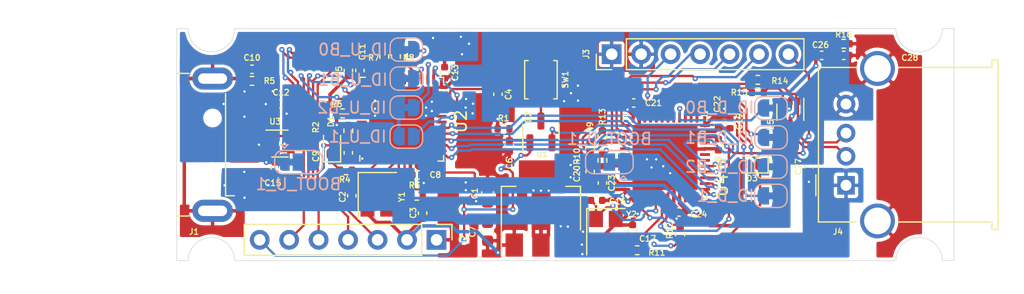
<source format=kicad_pcb>
(kicad_pcb (version 20171130) (host pcbnew 5.1.6-c6e7f7d~87~ubuntu18.04.1)

  (general
    (thickness 1.6)
    (drawings 12)
    (tracks 880)
    (zones 0)
    (modules 67)
    (nets 56)
  )

  (page A4)
  (layers
    (0 F.Cu signal)
    (31 B.Cu signal)
    (32 B.Adhes user)
    (33 F.Adhes user)
    (34 B.Paste user)
    (35 F.Paste user)
    (36 B.SilkS user)
    (37 F.SilkS user)
    (38 B.Mask user)
    (39 F.Mask user)
    (40 Dwgs.User user)
    (41 Cmts.User user)
    (42 Eco1.User user)
    (43 Eco2.User user)
    (44 Edge.Cuts user)
    (45 Margin user)
    (46 B.CrtYd user)
    (47 F.CrtYd user)
    (48 B.Fab user)
    (49 F.Fab user)
  )

  (setup
    (last_trace_width 0.2)
    (trace_clearance 0.2)
    (zone_clearance 0.254)
    (zone_45_only no)
    (trace_min 0.2)
    (via_size 0.45)
    (via_drill 0.2)
    (via_min_size 0.4)
    (via_min_drill 0.2)
    (uvia_size 0.3)
    (uvia_drill 0.1)
    (uvias_allowed no)
    (uvia_min_size 0.2)
    (uvia_min_drill 0.1)
    (edge_width 0.05)
    (segment_width 0.2)
    (pcb_text_width 0.3)
    (pcb_text_size 1.5 1.5)
    (mod_edge_width 0.12)
    (mod_text_size 1 1)
    (mod_text_width 0.15)
    (pad_size 1.524 1.524)
    (pad_drill 0.762)
    (pad_to_mask_clearance 0.05)
    (aux_axis_origin 0 0)
    (visible_elements FFFFFF7F)
    (pcbplotparams
      (layerselection 0x010f0_ffffffff)
      (usegerberextensions false)
      (usegerberattributes false)
      (usegerberadvancedattributes false)
      (creategerberjobfile false)
      (excludeedgelayer true)
      (linewidth 0.100000)
      (plotframeref false)
      (viasonmask false)
      (mode 1)
      (useauxorigin false)
      (hpglpennumber 1)
      (hpglpenspeed 20)
      (hpglpendiameter 15.000000)
      (psnegative false)
      (psa4output false)
      (plotreference true)
      (plotvalue false)
      (plotinvisibletext false)
      (padsonsilk true)
      (subtractmaskfromsilk false)
      (outputformat 1)
      (mirror false)
      (drillshape 0)
      (scaleselection 1)
      (outputdirectory "Gerbers_QFN/"))
  )

  (net 0 "")
  (net 1 +5V)
  (net 2 GND)
  (net 3 "Net-(C3-Pad1)")
  (net 4 "Net-(C4-Pad1)")
  (net 5 +3V3)
  (net 6 /UPST_RST)
  (net 7 "Net-(C10-Pad1)")
  (net 8 "Net-(C17-Pad1)")
  (net 9 "Net-(C18-Pad1)")
  (net 10 /DNST_RST)
  (net 11 "Net-(C28-Pad1)")
  (net 12 "Net-(D1-Pad1)")
  (net 13 "Net-(D2-Pad3)")
  (net 14 "Net-(D3-Pad1)")
  (net 15 /UPST_JTDO)
  (net 16 /UPST_JTDI)
  (net 17 /UPST_JTCK)
  (net 18 /UPST_JTMS)
  (net 19 /DNST_JTMS)
  (net 20 /DNST_JTCK)
  (net 21 /DNST_JTDI)
  (net 22 /DNST_JTDO)
  (net 23 "Net-(JP1-Pad2)")
  (net 24 "Net-(JP2-Pad2)")
  (net 25 "Net-(JP3-Pad2)")
  (net 26 "Net-(JP4-Pad2)")
  (net 27 "Net-(JP5-Pad2)")
  (net 28 "Net-(JP6-Pad2)")
  (net 29 "Net-(R2-Pad1)")
  (net 30 "Net-(R6-Pad2)")
  (net 31 "Net-(R10-Pad1)")
  (net 32 "Net-(R13-Pad2)")
  (net 33 /SPI_MOSI)
  (net 34 /SPI_MISO)
  (net 35 /SPI_SCK)
  (net 36 /SPI_NSS)
  (net 37 /SPI_TX_OK)
  (net 38 /UPST_D+)
  (net 39 /UPST_D-)
  (net 40 /DNST_D+)
  (net 41 /DNST_D-)
  (net 42 /D_PH0)
  (net 43 /D_PH1)
  (net 44 "Net-(R12-Pad2)")
  (net 45 /D_D-)
  (net 46 /D_D+)
  (net 47 /U_PH0)
  (net 48 /U_D-)
  (net 49 /U_D+)
  (net 50 /U_PH1)
  (net 51 "Net-(R4-Pad2)")
  (net 52 "Net-(JP7-Pad2)")
  (net 53 "Net-(JP8-Pad2)")
  (net 54 "Net-(JP9-Pad2)")
  (net 55 "Net-(JP10-Pad2)")

  (net_class Default "This is the default net class."
    (clearance 0.2)
    (trace_width 0.2)
    (via_dia 0.45)
    (via_drill 0.2)
    (uvia_dia 0.3)
    (uvia_drill 0.1)
    (diff_pair_width 0.2)
    (diff_pair_gap 0.2)
    (add_net /DNST_D+)
    (add_net /DNST_D-)
    (add_net /DNST_JTCK)
    (add_net /DNST_JTDI)
    (add_net /DNST_JTDO)
    (add_net /DNST_JTMS)
    (add_net /DNST_RST)
    (add_net /D_D+)
    (add_net /D_D-)
    (add_net /D_PH0)
    (add_net /D_PH1)
    (add_net /SPI_MISO)
    (add_net /SPI_MOSI)
    (add_net /SPI_NSS)
    (add_net /SPI_SCK)
    (add_net /SPI_TX_OK)
    (add_net /UPST_D+)
    (add_net /UPST_D-)
    (add_net /UPST_JTCK)
    (add_net /UPST_JTDI)
    (add_net /UPST_JTDO)
    (add_net /UPST_JTMS)
    (add_net /UPST_RST)
    (add_net /U_D+)
    (add_net /U_D-)
    (add_net /U_PH0)
    (add_net /U_PH1)
    (add_net "Net-(C17-Pad1)")
    (add_net "Net-(C18-Pad1)")
    (add_net "Net-(C28-Pad1)")
    (add_net "Net-(C3-Pad1)")
    (add_net "Net-(C4-Pad1)")
    (add_net "Net-(D1-Pad1)")
    (add_net "Net-(D2-Pad3)")
    (add_net "Net-(D3-Pad1)")
    (add_net "Net-(JP1-Pad2)")
    (add_net "Net-(JP10-Pad2)")
    (add_net "Net-(JP2-Pad2)")
    (add_net "Net-(JP3-Pad2)")
    (add_net "Net-(JP4-Pad2)")
    (add_net "Net-(JP5-Pad2)")
    (add_net "Net-(JP6-Pad2)")
    (add_net "Net-(JP7-Pad2)")
    (add_net "Net-(JP8-Pad2)")
    (add_net "Net-(JP9-Pad2)")
    (add_net "Net-(R10-Pad1)")
    (add_net "Net-(R12-Pad2)")
    (add_net "Net-(R13-Pad2)")
    (add_net "Net-(R2-Pad1)")
    (add_net "Net-(R4-Pad2)")
    (add_net "Net-(R6-Pad2)")
  )

  (net_class Power ""
    (clearance 0.2)
    (trace_width 0.3)
    (via_dia 0.45)
    (via_drill 0.2)
    (uvia_dia 0.3)
    (uvia_drill 0.1)
    (diff_pair_width 0.2)
    (diff_pair_gap 0.2)
    (add_net +3V3)
    (add_net +5V)
    (add_net GND)
    (add_net "Net-(C10-Pad1)")
  )

  (module Capacitor_SMD:C_0402_1005Metric (layer F.Cu) (tedit 5F68FEEE) (tstamp 603AFDD4)
    (at 147.7 138.1 270)
    (descr "Capacitor SMD 0402 (1005 Metric), square (rectangular) end terminal, IPC_7351 nominal, (Body size source: IPC-SM-782 page 76, https://www.pcb-3d.com/wordpress/wp-content/uploads/ipc-sm-782a_amendment_1_and_2.pdf), generated with kicad-footprint-generator")
    (tags capacitor)
    (path /60517CCC)
    (attr smd)
    (fp_text reference C19 (at -0.1 -0.8 90) (layer F.SilkS)
      (effects (font (size 0.5 0.5) (thickness 0.1)))
    )
    (fp_text value 4.7u (at 0 1.16 90) (layer F.Fab)
      (effects (font (size 1 1) (thickness 0.15)))
    )
    (fp_line (start -0.5 0.25) (end -0.5 -0.25) (layer F.Fab) (width 0.1))
    (fp_line (start -0.5 -0.25) (end 0.5 -0.25) (layer F.Fab) (width 0.1))
    (fp_line (start 0.5 -0.25) (end 0.5 0.25) (layer F.Fab) (width 0.1))
    (fp_line (start 0.5 0.25) (end -0.5 0.25) (layer F.Fab) (width 0.1))
    (fp_line (start -0.107836 -0.36) (end 0.107836 -0.36) (layer F.SilkS) (width 0.12))
    (fp_line (start -0.107836 0.36) (end 0.107836 0.36) (layer F.SilkS) (width 0.12))
    (fp_line (start -0.91 0.46) (end -0.91 -0.46) (layer F.CrtYd) (width 0.05))
    (fp_line (start -0.91 -0.46) (end 0.91 -0.46) (layer F.CrtYd) (width 0.05))
    (fp_line (start 0.91 -0.46) (end 0.91 0.46) (layer F.CrtYd) (width 0.05))
    (fp_line (start 0.91 0.46) (end -0.91 0.46) (layer F.CrtYd) (width 0.05))
    (fp_text user %R (at 0 0 90) (layer F.Fab)
      (effects (font (size 0.25 0.25) (thickness 0.04)))
    )
    (pad 1 smd roundrect (at -0.48 0 270) (size 0.56 0.62) (layers F.Cu F.Paste F.Mask) (roundrect_rratio 0.25)
      (net 5 +3V3))
    (pad 2 smd roundrect (at 0.48 0 270) (size 0.56 0.62) (layers F.Cu F.Paste F.Mask) (roundrect_rratio 0.25)
      (net 2 GND))
    (model ${KICAD6_3DMODEL_DIR}/Capacitor_SMD.3dshapes/C_0402_1005Metric.wrl
      (at (xyz 0 0 0))
      (scale (xyz 1 1 1))
      (rotate (xyz 0 0 0))
    )
  )

  (module Capacitor_SMD:C_0603_1608Metric (layer F.Cu) (tedit 5F68FEEE) (tstamp 603DBDF2)
    (at 126.8 144.2 90)
    (descr "Capacitor SMD 0603 (1608 Metric), square (rectangular) end terminal, IPC_7351 nominal, (Body size source: IPC-SM-782 page 76, https://www.pcb-3d.com/wordpress/wp-content/uploads/ipc-sm-782a_amendment_1_and_2.pdf), generated with kicad-footprint-generator")
    (tags capacitor)
    (path /60582667)
    (attr smd)
    (fp_text reference C1 (at 0 -1.1 90) (layer F.SilkS)
      (effects (font (size 0.5 0.5) (thickness 0.1)))
    )
    (fp_text value 10u (at 0 1.43 90) (layer F.Fab)
      (effects (font (size 1 1) (thickness 0.15)))
    )
    (fp_line (start 1.48 0.73) (end -1.48 0.73) (layer F.CrtYd) (width 0.05))
    (fp_line (start 1.48 -0.73) (end 1.48 0.73) (layer F.CrtYd) (width 0.05))
    (fp_line (start -1.48 -0.73) (end 1.48 -0.73) (layer F.CrtYd) (width 0.05))
    (fp_line (start -1.48 0.73) (end -1.48 -0.73) (layer F.CrtYd) (width 0.05))
    (fp_line (start -0.14058 0.51) (end 0.14058 0.51) (layer F.SilkS) (width 0.12))
    (fp_line (start -0.14058 -0.51) (end 0.14058 -0.51) (layer F.SilkS) (width 0.12))
    (fp_line (start 0.8 0.4) (end -0.8 0.4) (layer F.Fab) (width 0.1))
    (fp_line (start 0.8 -0.4) (end 0.8 0.4) (layer F.Fab) (width 0.1))
    (fp_line (start -0.8 -0.4) (end 0.8 -0.4) (layer F.Fab) (width 0.1))
    (fp_line (start -0.8 0.4) (end -0.8 -0.4) (layer F.Fab) (width 0.1))
    (fp_text user %R (at 0 0 90) (layer F.Fab)
      (effects (font (size 0.4 0.4) (thickness 0.06)))
    )
    (pad 1 smd roundrect (at -0.775 0 90) (size 0.9 0.95) (layers F.Cu F.Paste F.Mask) (roundrect_rratio 0.25)
      (net 1 +5V))
    (pad 2 smd roundrect (at 0.775 0 90) (size 0.9 0.95) (layers F.Cu F.Paste F.Mask) (roundrect_rratio 0.25)
      (net 2 GND))
    (model ${KICAD6_3DMODEL_DIR}/Capacitor_SMD.3dshapes/C_0603_1608Metric.wrl
      (at (xyz 0 0 0))
      (scale (xyz 1 1 1))
      (rotate (xyz 0 0 0))
    )
  )

  (module Capacitor_SMD:C_0603_1608Metric (layer F.Cu) (tedit 5F68FEEE) (tstamp 60385ED9)
    (at 126.8 147.5 270)
    (descr "Capacitor SMD 0603 (1608 Metric), square (rectangular) end terminal, IPC_7351 nominal, (Body size source: IPC-SM-782 page 76, https://www.pcb-3d.com/wordpress/wp-content/uploads/ipc-sm-782a_amendment_1_and_2.pdf), generated with kicad-footprint-generator")
    (tags capacitor)
    (path /6058266D)
    (attr smd)
    (fp_text reference C7 (at 0 1.3 90) (layer F.SilkS)
      (effects (font (size 0.5 0.5) (thickness 0.1)))
    )
    (fp_text value 22u (at 0 1.43 90) (layer F.Fab)
      (effects (font (size 1 1) (thickness 0.15)))
    )
    (fp_line (start 1.48 0.73) (end -1.48 0.73) (layer F.CrtYd) (width 0.05))
    (fp_line (start 1.48 -0.73) (end 1.48 0.73) (layer F.CrtYd) (width 0.05))
    (fp_line (start -1.48 -0.73) (end 1.48 -0.73) (layer F.CrtYd) (width 0.05))
    (fp_line (start -1.48 0.73) (end -1.48 -0.73) (layer F.CrtYd) (width 0.05))
    (fp_line (start -0.14058 0.51) (end 0.14058 0.51) (layer F.SilkS) (width 0.12))
    (fp_line (start -0.14058 -0.51) (end 0.14058 -0.51) (layer F.SilkS) (width 0.12))
    (fp_line (start 0.8 0.4) (end -0.8 0.4) (layer F.Fab) (width 0.1))
    (fp_line (start 0.8 -0.4) (end 0.8 0.4) (layer F.Fab) (width 0.1))
    (fp_line (start -0.8 -0.4) (end 0.8 -0.4) (layer F.Fab) (width 0.1))
    (fp_line (start -0.8 0.4) (end -0.8 -0.4) (layer F.Fab) (width 0.1))
    (fp_text user %R (at 0 0 90) (layer F.Fab)
      (effects (font (size 0.4 0.4) (thickness 0.06)))
    )
    (pad 1 smd roundrect (at -0.775 0 270) (size 0.9 0.95) (layers F.Cu F.Paste F.Mask) (roundrect_rratio 0.25)
      (net 5 +3V3))
    (pad 2 smd roundrect (at 0.775 0 270) (size 0.9 0.95) (layers F.Cu F.Paste F.Mask) (roundrect_rratio 0.25)
      (net 2 GND))
    (model ${KICAD6_3DMODEL_DIR}/Capacitor_SMD.3dshapes/C_0603_1608Metric.wrl
      (at (xyz 0 0 0))
      (scale (xyz 1 1 1))
      (rotate (xyz 0 0 0))
    )
  )

  (module LED_SMD:LED_0603_1608Metric (layer F.Cu) (tedit 5F68FEF1) (tstamp 60386051)
    (at 113.4 140 90)
    (descr "LED SMD 0603 (1608 Metric), square (rectangular) end terminal, IPC_7351 nominal, (Body size source: http://www.tortai-tech.com/upload/download/2011102023233369053.pdf), generated with kicad-footprint-generator")
    (tags LED)
    (path /603E0EEE)
    (attr smd)
    (fp_text reference D1 (at 2 -0.1 90) (layer F.SilkS)
      (effects (font (size 0.5 0.5) (thickness 0.1)))
    )
    (fp_text value FAULT_U1 (at 0 1.43 90) (layer F.Fab)
      (effects (font (size 1 1) (thickness 0.15)))
    )
    (fp_line (start 1.48 0.73) (end -1.48 0.73) (layer F.CrtYd) (width 0.05))
    (fp_line (start 1.48 -0.73) (end 1.48 0.73) (layer F.CrtYd) (width 0.05))
    (fp_line (start -1.48 -0.73) (end 1.48 -0.73) (layer F.CrtYd) (width 0.05))
    (fp_line (start -1.48 0.73) (end -1.48 -0.73) (layer F.CrtYd) (width 0.05))
    (fp_line (start -1.485 0.735) (end 0.8 0.735) (layer F.SilkS) (width 0.12))
    (fp_line (start -1.485 -0.735) (end -1.485 0.735) (layer F.SilkS) (width 0.12))
    (fp_line (start 0.8 -0.735) (end -1.485 -0.735) (layer F.SilkS) (width 0.12))
    (fp_line (start 0.8 0.4) (end 0.8 -0.4) (layer F.Fab) (width 0.1))
    (fp_line (start -0.8 0.4) (end 0.8 0.4) (layer F.Fab) (width 0.1))
    (fp_line (start -0.8 -0.1) (end -0.8 0.4) (layer F.Fab) (width 0.1))
    (fp_line (start -0.5 -0.4) (end -0.8 -0.1) (layer F.Fab) (width 0.1))
    (fp_line (start 0.8 -0.4) (end -0.5 -0.4) (layer F.Fab) (width 0.1))
    (fp_text user %R (at 0 0 90) (layer F.Fab)
      (effects (font (size 0.4 0.4) (thickness 0.06)))
    )
    (pad 1 smd roundrect (at -0.7875 0 90) (size 0.875 0.95) (layers F.Cu F.Paste F.Mask) (roundrect_rratio 0.25)
      (net 12 "Net-(D1-Pad1)"))
    (pad 2 smd roundrect (at 0.7875 0 90) (size 0.875 0.95) (layers F.Cu F.Paste F.Mask) (roundrect_rratio 0.25)
      (net 5 +3V3))
    (model ${KICAD6_3DMODEL_DIR}/LED_SMD.3dshapes/LED_0603_1608Metric.wrl
      (at (xyz 0 0 0))
      (scale (xyz 1 1 1))
      (rotate (xyz 0 0 0))
    )
  )

  (module Package_TO_SOT_SMD:SOT-23 (layer F.Cu) (tedit 5FA16958) (tstamp 60386066)
    (at 131.4 138.9 90)
    (descr "SOT, 3 Pin (https://www.jedec.org/system/files/docs/to-236h.pdf variant AB), generated with kicad-footprint-generator ipc_gullwing_generator.py")
    (tags "SOT TO_SOT_SMD")
    (path /606735EC)
    (attr smd)
    (fp_text reference D2 (at 1.3 -1.1 90) (layer F.SilkS)
      (effects (font (size 0.5 0.5) (thickness 0.1)))
    )
    (fp_text value D_Dual_CommonCathode_AAK (at 0 2.4 90) (layer F.Fab)
      (effects (font (size 1 1) (thickness 0.15)))
    )
    (fp_line (start 1.92 -1.7) (end -1.92 -1.7) (layer F.CrtYd) (width 0.05))
    (fp_line (start 1.92 1.7) (end 1.92 -1.7) (layer F.CrtYd) (width 0.05))
    (fp_line (start -1.92 1.7) (end 1.92 1.7) (layer F.CrtYd) (width 0.05))
    (fp_line (start -1.92 -1.7) (end -1.92 1.7) (layer F.CrtYd) (width 0.05))
    (fp_line (start -0.65 -1.125) (end -0.325 -1.45) (layer F.Fab) (width 0.1))
    (fp_line (start -0.65 1.45) (end -0.65 -1.125) (layer F.Fab) (width 0.1))
    (fp_line (start 0.65 1.45) (end -0.65 1.45) (layer F.Fab) (width 0.1))
    (fp_line (start 0.65 -1.45) (end 0.65 1.45) (layer F.Fab) (width 0.1))
    (fp_line (start -0.325 -1.45) (end 0.65 -1.45) (layer F.Fab) (width 0.1))
    (fp_line (start 0 -1.56) (end -1.675 -1.56) (layer F.SilkS) (width 0.12))
    (fp_line (start 0 -1.56) (end 0.65 -1.56) (layer F.SilkS) (width 0.12))
    (fp_line (start 0 1.56) (end -0.65 1.56) (layer F.SilkS) (width 0.12))
    (fp_line (start 0 1.56) (end 0.65 1.56) (layer F.SilkS) (width 0.12))
    (fp_text user %R (at 0 0 90) (layer F.Fab)
      (effects (font (size 0.32 0.32) (thickness 0.05)))
    )
    (pad 1 smd roundrect (at -0.9375 -0.95 90) (size 1.475 0.6) (layers F.Cu F.Paste F.Mask) (roundrect_rratio 0.25)
      (net 6 /UPST_RST))
    (pad 2 smd roundrect (at -0.9375 0.95 90) (size 1.475 0.6) (layers F.Cu F.Paste F.Mask) (roundrect_rratio 0.25)
      (net 10 /DNST_RST))
    (pad 3 smd roundrect (at 0.9375 0 90) (size 1.475 0.6) (layers F.Cu F.Paste F.Mask) (roundrect_rratio 0.25)
      (net 13 "Net-(D2-Pad3)"))
    (model ${KICAD6_3DMODEL_DIR}/Package_TO_SOT_SMD.3dshapes/SOT-23.wrl
      (at (xyz 0 0 0))
      (scale (xyz 1 1 1))
      (rotate (xyz 0 0 0))
    )
  )

  (module LED_SMD:LED_0603_1608Metric (layer F.Cu) (tedit 5F68FEF1) (tstamp 60386079)
    (at 149.5 141.7 180)
    (descr "LED SMD 0603 (1608 Metric), square (rectangular) end terminal, IPC_7351 nominal, (Body size source: http://www.tortai-tech.com/upload/download/2011102023233369053.pdf), generated with kicad-footprint-generator")
    (tags LED)
    (path /60517DB2)
    (attr smd)
    (fp_text reference D3 (at -0.1 -1.2) (layer F.SilkS)
      (effects (font (size 0.5 0.5) (thickness 0.1)))
    )
    (fp_text value FAULT_D1 (at 0 1.43) (layer F.Fab)
      (effects (font (size 1 1) (thickness 0.15)))
    )
    (fp_line (start 0.8 -0.4) (end -0.5 -0.4) (layer F.Fab) (width 0.1))
    (fp_line (start -0.5 -0.4) (end -0.8 -0.1) (layer F.Fab) (width 0.1))
    (fp_line (start -0.8 -0.1) (end -0.8 0.4) (layer F.Fab) (width 0.1))
    (fp_line (start -0.8 0.4) (end 0.8 0.4) (layer F.Fab) (width 0.1))
    (fp_line (start 0.8 0.4) (end 0.8 -0.4) (layer F.Fab) (width 0.1))
    (fp_line (start 0.8 -0.735) (end -1.485 -0.735) (layer F.SilkS) (width 0.12))
    (fp_line (start -1.485 -0.735) (end -1.485 0.735) (layer F.SilkS) (width 0.12))
    (fp_line (start -1.485 0.735) (end 0.8 0.735) (layer F.SilkS) (width 0.12))
    (fp_line (start -1.48 0.73) (end -1.48 -0.73) (layer F.CrtYd) (width 0.05))
    (fp_line (start -1.48 -0.73) (end 1.48 -0.73) (layer F.CrtYd) (width 0.05))
    (fp_line (start 1.48 -0.73) (end 1.48 0.73) (layer F.CrtYd) (width 0.05))
    (fp_line (start 1.48 0.73) (end -1.48 0.73) (layer F.CrtYd) (width 0.05))
    (fp_text user %R (at 0 0) (layer F.Fab)
      (effects (font (size 0.4 0.4) (thickness 0.06)))
    )
    (pad 2 smd roundrect (at 0.7875 0 180) (size 0.875 0.95) (layers F.Cu F.Paste F.Mask) (roundrect_rratio 0.25)
      (net 5 +3V3))
    (pad 1 smd roundrect (at -0.7875 0 180) (size 0.875 0.95) (layers F.Cu F.Paste F.Mask) (roundrect_rratio 0.25)
      (net 14 "Net-(D3-Pad1)"))
    (model ${KICAD6_3DMODEL_DIR}/LED_SMD.3dshapes/LED_0603_1608Metric.wrl
      (at (xyz 0 0 0))
      (scale (xyz 1 1 1))
      (rotate (xyz 0 0 0))
    )
  )

  (module Connector_USB:USB_A_CNCTech_1001-011-01101_Horizontal (layer F.Cu) (tedit 5E754393) (tstamp 603860AD)
    (at 96.2 140 180)
    (descr "USB type A Plug, Horizontal, http://cnctech.us/pdfs/1001-011-01101.pdf")
    (tags USB-A)
    (path /60390DEF)
    (attr smd)
    (fp_text reference J1 (at -5.3 -7.5) (layer F.SilkS)
      (effects (font (size 0.5 0.5) (thickness 0.1)))
    )
    (fp_text value USB_A_Plug (at 0 8 180) (layer F.Fab)
      (effects (font (size 1 1) (thickness 0.15)))
    )
    (fp_line (start -7.25 -4) (end -7.25 -3.05) (layer F.Fab) (width 0.1))
    (fp_line (start -7.75 -3.5) (end -7.25 -4) (layer F.Fab) (width 0.1))
    (fp_line (start -7.75 -3.5) (end -7.25 -3) (layer F.Fab) (width 0.1))
    (fp_line (start -8.02 -4.4) (end -8.775 -4.4) (layer F.SilkS) (width 0.12))
    (fp_line (start -11.4 4.55) (end -9.15 4.55) (layer F.CrtYd) (width 0.05))
    (fp_line (start -9.15 4.55) (end -9.15 7.15) (layer F.CrtYd) (width 0.05))
    (fp_line (start -9.15 7.15) (end -4.65 7.15) (layer F.CrtYd) (width 0.05))
    (fp_line (start -4.65 7.15) (end -4.65 6.52) (layer F.CrtYd) (width 0.05))
    (fp_line (start -4.65 6.52) (end 11.4 6.52) (layer F.CrtYd) (width 0.05))
    (fp_line (start 11.4 6.52) (end 11.4 -6.52) (layer F.CrtYd) (width 0.05))
    (fp_line (start -4.65 -6.52) (end 11.4 -6.52) (layer F.CrtYd) (width 0.05))
    (fp_line (start -4.65 -6.52) (end -4.65 -7.15) (layer F.CrtYd) (width 0.05))
    (fp_line (start -9.15 -7.15) (end -4.65 -7.15) (layer F.CrtYd) (width 0.05))
    (fp_line (start -9.15 -7.15) (end -9.15 -4.55) (layer F.CrtYd) (width 0.05))
    (fp_line (start -11.4 -4.55) (end -9.15 -4.55) (layer F.CrtYd) (width 0.05))
    (fp_line (start -11.4 4.55) (end -11.4 -4.55) (layer F.CrtYd) (width 0.05))
    (fp_line (start -4.85 6.145) (end -3.8 6.145) (layer F.SilkS) (width 0.12))
    (fp_line (start -4.85 -6.145) (end -3.8 -6.145) (layer F.SilkS) (width 0.12))
    (fp_line (start -3.8 6.025) (end -3.8 -6.025) (layer Dwgs.User) (width 0.1))
    (fp_line (start -8.02 -4.4) (end -8.02 4.4) (layer F.SilkS) (width 0.12))
    (fp_circle (center -6.9 2.3) (end -6.9 2.8) (layer F.Fab) (width 0.1))
    (fp_circle (center -6.9 -2.3) (end -6.9 -2.8) (layer F.Fab) (width 0.1))
    (fp_line (start -10.4 -3.25) (end -7.9 -3.25) (layer F.Fab) (width 0.1))
    (fp_line (start -10.4 -3.25) (end -10.4 -3.75) (layer F.Fab) (width 0.1))
    (fp_line (start -10.4 -3.75) (end -7.9 -3.75) (layer F.Fab) (width 0.1))
    (fp_line (start -10.4 -1.25) (end -7.9 -1.25) (layer F.Fab) (width 0.1))
    (fp_line (start -10.4 -0.75) (end -7.9 -0.75) (layer F.Fab) (width 0.1))
    (fp_line (start -10.4 -0.75) (end -10.4 -1.25) (layer F.Fab) (width 0.1))
    (fp_line (start -10.4 1.25) (end -7.9 1.25) (layer F.Fab) (width 0.1))
    (fp_line (start -10.4 1.25) (end -10.4 0.75) (layer F.Fab) (width 0.1))
    (fp_line (start -10.4 0.75) (end -7.9 0.75) (layer F.Fab) (width 0.1))
    (fp_line (start -10.4 3.75) (end -7.9 3.75) (layer F.Fab) (width 0.1))
    (fp_line (start -10.4 3.25) (end -7.9 3.25) (layer F.Fab) (width 0.1))
    (fp_line (start -10.4 3.75) (end -10.4 3.25) (layer F.Fab) (width 0.1))
    (fp_line (start 10.9 6.025) (end 10.9 -6.025) (layer F.Fab) (width 0.1))
    (fp_line (start -7.9 6.025) (end 10.9 6.025) (layer F.Fab) (width 0.1))
    (fp_line (start -7.9 -6.025) (end 10.9 -6.025) (layer F.Fab) (width 0.1))
    (fp_line (start -7.9 6.025) (end -7.9 -6.025) (layer F.Fab) (width 0.1))
    (fp_text user "PCB Edge" (at -4.55 -0.05 90) (layer Dwgs.User)
      (effects (font (size 0.6 0.6) (thickness 0.09)))
    )
    (fp_text user %R (at -6 0 90) (layer F.Fab)
      (effects (font (size 1 1) (thickness 0.15)))
    )
    (pad 2 smd rect (at -9.65 -1 180) (size 2.5 1.1) (layers F.Cu F.Paste F.Mask)
      (net 48 /U_D-))
    (pad 3 smd rect (at -9.65 1 180) (size 2.5 1.1) (layers F.Cu F.Paste F.Mask)
      (net 49 /U_D+))
    (pad 1 smd rect (at -9.65 -3.5 180) (size 2.5 1.1) (layers F.Cu F.Paste F.Mask)
      (net 1 +5V))
    (pad 4 smd rect (at -9.65 3.5 180) (size 2.5 1.1) (layers F.Cu F.Paste F.Mask)
      (net 2 GND))
    (pad 5 thru_hole oval (at -6.9 -5.7 180) (size 3.5 1.9) (drill oval 2.5 0.9) (layers *.Cu *.Mask)
      (net 7 "Net-(C10-Pad1)"))
    (pad 5 thru_hole oval (at -6.9 5.7 180) (size 3.5 1.9) (drill oval 2.5 0.9) (layers *.Cu *.Mask)
      (net 7 "Net-(C10-Pad1)"))
    (pad "" np_thru_hole circle (at -6.9 -2.3 180) (size 1.1 1.1) (drill 1.1) (layers *.Cu *.Mask))
    (pad "" np_thru_hole circle (at -6.9 2.3 180) (size 1.1 1.1) (drill 1.1) (layers *.Cu *.Mask))
    (model ../3D/CNCTech_1001-011-01101/CNCTech_1001-011-01101.wrl
      (at (xyz 0 0 0))
      (scale (xyz 1 1 1))
      (rotate (xyz 0 0 0))
    )
  )

  (module Connector_PinHeader_2.54mm:PinHeader_1x07_P2.54mm_Vertical (layer F.Cu) (tedit 59FED5CC) (tstamp 603860C8)
    (at 122.4 148.2 270)
    (descr "Through hole straight pin header, 1x07, 2.54mm pitch, single row")
    (tags "Through hole pin header THT 1x07 2.54mm single row")
    (path /60431BD6)
    (fp_text reference J2 (at 0 -2.33 90) (layer F.SilkS)
      (effects (font (size 0.5 0.5) (thickness 0.1)))
    )
    (fp_text value Conn_01x07 (at 0 17.57 90) (layer F.Fab)
      (effects (font (size 1 1) (thickness 0.15)))
    )
    (fp_line (start -0.635 -1.27) (end 1.27 -1.27) (layer F.Fab) (width 0.1))
    (fp_line (start 1.27 -1.27) (end 1.27 16.51) (layer F.Fab) (width 0.1))
    (fp_line (start 1.27 16.51) (end -1.27 16.51) (layer F.Fab) (width 0.1))
    (fp_line (start -1.27 16.51) (end -1.27 -0.635) (layer F.Fab) (width 0.1))
    (fp_line (start -1.27 -0.635) (end -0.635 -1.27) (layer F.Fab) (width 0.1))
    (fp_line (start -1.33 16.57) (end 1.33 16.57) (layer F.SilkS) (width 0.12))
    (fp_line (start -1.33 1.27) (end -1.33 16.57) (layer F.SilkS) (width 0.12))
    (fp_line (start 1.33 1.27) (end 1.33 16.57) (layer F.SilkS) (width 0.12))
    (fp_line (start -1.33 1.27) (end 1.33 1.27) (layer F.SilkS) (width 0.12))
    (fp_line (start -1.33 0) (end -1.33 -1.33) (layer F.SilkS) (width 0.12))
    (fp_line (start -1.33 -1.33) (end 0 -1.33) (layer F.SilkS) (width 0.12))
    (fp_line (start -1.8 -1.8) (end -1.8 17.05) (layer F.CrtYd) (width 0.05))
    (fp_line (start -1.8 17.05) (end 1.8 17.05) (layer F.CrtYd) (width 0.05))
    (fp_line (start 1.8 17.05) (end 1.8 -1.8) (layer F.CrtYd) (width 0.05))
    (fp_line (start 1.8 -1.8) (end -1.8 -1.8) (layer F.CrtYd) (width 0.05))
    (fp_text user %R (at 0 7.62) (layer F.Fab)
      (effects (font (size 1 1) (thickness 0.15)))
    )
    (pad 7 thru_hole oval (at 0 15.24 270) (size 1.7 1.7) (drill 1) (layers *.Cu *.Mask)
      (net 6 /UPST_RST))
    (pad 6 thru_hole oval (at 0 12.7 270) (size 1.7 1.7) (drill 1) (layers *.Cu *.Mask)
      (net 15 /UPST_JTDO))
    (pad 5 thru_hole oval (at 0 10.16 270) (size 1.7 1.7) (drill 1) (layers *.Cu *.Mask)
      (net 16 /UPST_JTDI))
    (pad 4 thru_hole oval (at 0 7.62 270) (size 1.7 1.7) (drill 1) (layers *.Cu *.Mask)
      (net 17 /UPST_JTCK))
    (pad 3 thru_hole oval (at 0 5.08 270) (size 1.7 1.7) (drill 1) (layers *.Cu *.Mask)
      (net 18 /UPST_JTMS))
    (pad 2 thru_hole oval (at 0 2.54 270) (size 1.7 1.7) (drill 1) (layers *.Cu *.Mask)
      (net 2 GND))
    (pad 1 thru_hole rect (at 0 0 270) (size 1.7 1.7) (drill 1) (layers *.Cu *.Mask)
      (net 5 +3V3))
    (model ${KICAD6_3DMODEL_DIR}/Connector_PinHeader_2.54mm.3dshapes/PinHeader_1x07_P2.54mm_Vertical.wrl
      (at (xyz 0 0 0))
      (scale (xyz 1 1 1))
      (rotate (xyz 0 0 0))
    )
  )

  (module Connector_PinHeader_2.54mm:PinHeader_1x07_P2.54mm_Vertical (layer F.Cu) (tedit 59FED5CC) (tstamp 603860E3)
    (at 137.5 132.2 90)
    (descr "Through hole straight pin header, 1x07, 2.54mm pitch, single row")
    (tags "Through hole pin header THT 1x07 2.54mm single row")
    (path /60517DF6)
    (fp_text reference J3 (at 0 -2.2 90) (layer F.SilkS)
      (effects (font (size 0.5 0.5) (thickness 0.1)))
    )
    (fp_text value Conn_01x07 (at 0 17.57 90) (layer F.Fab)
      (effects (font (size 1 1) (thickness 0.15)))
    )
    (fp_line (start 1.8 -1.8) (end -1.8 -1.8) (layer F.CrtYd) (width 0.05))
    (fp_line (start 1.8 17.05) (end 1.8 -1.8) (layer F.CrtYd) (width 0.05))
    (fp_line (start -1.8 17.05) (end 1.8 17.05) (layer F.CrtYd) (width 0.05))
    (fp_line (start -1.8 -1.8) (end -1.8 17.05) (layer F.CrtYd) (width 0.05))
    (fp_line (start -1.33 -1.33) (end 0 -1.33) (layer F.SilkS) (width 0.12))
    (fp_line (start -1.33 0) (end -1.33 -1.33) (layer F.SilkS) (width 0.12))
    (fp_line (start -1.33 1.27) (end 1.33 1.27) (layer F.SilkS) (width 0.12))
    (fp_line (start 1.33 1.27) (end 1.33 16.57) (layer F.SilkS) (width 0.12))
    (fp_line (start -1.33 1.27) (end -1.33 16.57) (layer F.SilkS) (width 0.12))
    (fp_line (start -1.33 16.57) (end 1.33 16.57) (layer F.SilkS) (width 0.12))
    (fp_line (start -1.27 -0.635) (end -0.635 -1.27) (layer F.Fab) (width 0.1))
    (fp_line (start -1.27 16.51) (end -1.27 -0.635) (layer F.Fab) (width 0.1))
    (fp_line (start 1.27 16.51) (end -1.27 16.51) (layer F.Fab) (width 0.1))
    (fp_line (start 1.27 -1.27) (end 1.27 16.51) (layer F.Fab) (width 0.1))
    (fp_line (start -0.635 -1.27) (end 1.27 -1.27) (layer F.Fab) (width 0.1))
    (fp_text user %R (at 0 7.62) (layer F.Fab)
      (effects (font (size 1 1) (thickness 0.15)))
    )
    (pad 1 thru_hole rect (at 0 0 90) (size 1.7 1.7) (drill 1) (layers *.Cu *.Mask)
      (net 5 +3V3))
    (pad 2 thru_hole oval (at 0 2.54 90) (size 1.7 1.7) (drill 1) (layers *.Cu *.Mask)
      (net 2 GND))
    (pad 3 thru_hole oval (at 0 5.08 90) (size 1.7 1.7) (drill 1) (layers *.Cu *.Mask)
      (net 19 /DNST_JTMS))
    (pad 4 thru_hole oval (at 0 7.62 90) (size 1.7 1.7) (drill 1) (layers *.Cu *.Mask)
      (net 20 /DNST_JTCK))
    (pad 5 thru_hole oval (at 0 10.16 90) (size 1.7 1.7) (drill 1) (layers *.Cu *.Mask)
      (net 21 /DNST_JTDI))
    (pad 6 thru_hole oval (at 0 12.7 90) (size 1.7 1.7) (drill 1) (layers *.Cu *.Mask)
      (net 22 /DNST_JTDO))
    (pad 7 thru_hole oval (at 0 15.24 90) (size 1.7 1.7) (drill 1) (layers *.Cu *.Mask)
      (net 10 /DNST_RST))
    (model ${KICAD6_3DMODEL_DIR}/Connector_PinHeader_2.54mm.3dshapes/PinHeader_1x07_P2.54mm_Vertical.wrl
      (at (xyz 0 0 0))
      (scale (xyz 1 1 1))
      (rotate (xyz 0 0 0))
    )
  )

  (module Connector_USB:USB_A_Molex_67643_Horizontal (layer F.Cu) (tedit 5EA03975) (tstamp 6044C5A1)
    (at 157.7 143.5 90)
    (descr "USB type A, Horizontal, https://www.molex.com/pdm_docs/sd/676433910_sd.pdf")
    (tags "USB_A Female Connector receptacle")
    (path /6069759E)
    (fp_text reference J4 (at -4 -0.7 180) (layer F.SilkS)
      (effects (font (size 0.5 0.5) (thickness 0.1)))
    )
    (fp_text value USB_A_Socket (at 3.5 14.5 90) (layer F.Fab)
      (effects (font (size 1 1) (thickness 0.15)))
    )
    (fp_line (start 0 -1.27) (end 1 -2.27) (layer F.Fab) (width 0.1))
    (fp_line (start -1 -2.27) (end 0 -1.27) (layer F.Fab) (width 0.1))
    (fp_line (start -0.9 -2.6) (end 0.9 -2.6) (layer F.SilkS) (width 0.12))
    (fp_line (start -3.05 12.69) (end -3.7 12.69) (layer F.Fab) (width 0.1))
    (fp_line (start 10.81 12.58) (end 10.16 12.58) (layer F.SilkS) (width 0.12))
    (fp_line (start -3.81 12.58) (end -3.81 13.1) (layer F.SilkS) (width 0.12))
    (fp_line (start 10.16 4.47) (end 10.16 12.58) (layer F.SilkS) (width 0.12))
    (fp_line (start -3.81 13.1) (end 10.81 13.1) (layer F.SilkS) (width 0.12))
    (fp_line (start 10.81 13.1) (end 10.81 12.58) (layer F.SilkS) (width 0.12))
    (fp_line (start -3.05 12.69) (end -3.05 -2.27) (layer F.Fab) (width 0.1))
    (fp_line (start 10.16 -2.38) (end 10.16 0.95) (layer F.SilkS) (width 0.12))
    (fp_line (start -3.16 -2.38) (end -3.16 0.95) (layer F.SilkS) (width 0.12))
    (fp_line (start -3.16 -2.38) (end 10.16 -2.38) (layer F.SilkS) (width 0.12))
    (fp_line (start -3.55 12.19) (end -3.55 4.66) (layer F.CrtYd) (width 0.05))
    (fp_line (start -4.2 12.19) (end -3.55 12.19) (layer F.CrtYd) (width 0.05))
    (fp_line (start -4.2 13.49) (end -4.2 12.19) (layer F.CrtYd) (width 0.05))
    (fp_line (start 10.55 12.19) (end 10.55 4.66) (layer F.CrtYd) (width 0.05))
    (fp_line (start 11.2 12.19) (end 10.55 12.19) (layer F.CrtYd) (width 0.05))
    (fp_line (start 11.2 13.49) (end 11.2 12.19) (layer F.CrtYd) (width 0.05))
    (fp_line (start -4.2 13.49) (end 11.2 13.49) (layer F.CrtYd) (width 0.05))
    (fp_line (start -3.55 -2.77) (end -3.55 0.76) (layer F.CrtYd) (width 0.05))
    (fp_line (start 10.55 -2.77) (end 10.55 0.76) (layer F.CrtYd) (width 0.05))
    (fp_line (start -3.55 -2.77) (end 10.55 -2.77) (layer F.CrtYd) (width 0.05))
    (fp_line (start -3.05 9.27) (end 10.05 9.27) (layer F.Fab) (width 0.1))
    (fp_line (start 10.7 12.69) (end 10.05 12.69) (layer F.Fab) (width 0.1))
    (fp_line (start 10.7 12.99) (end 10.7 12.69) (layer F.Fab) (width 0.1))
    (fp_line (start -3.7 12.99) (end 10.7 12.99) (layer F.Fab) (width 0.1))
    (fp_line (start -3.7 12.69) (end -3.7 12.99) (layer F.Fab) (width 0.1))
    (fp_line (start -3.16 12.58) (end -3.81 12.58) (layer F.SilkS) (width 0.12))
    (fp_line (start -3.16 12.58) (end -3.16 4.47) (layer F.SilkS) (width 0.12))
    (fp_line (start 10.05 -2.27) (end 10.05 12.69) (layer F.Fab) (width 0.1))
    (fp_line (start -3.05 -2.27) (end 10.05 -2.27) (layer F.Fab) (width 0.1))
    (fp_text user %R (at 3.5 3.7 90) (layer F.Fab)
      (effects (font (size 1 1) (thickness 0.15)))
    )
    (fp_arc (start -3.07 2.71) (end -3.55 0.76) (angle -152.3426981) (layer F.CrtYd) (width 0.05))
    (fp_arc (start 10.07 2.71) (end 10.55 4.66) (angle -152.3426981) (layer F.CrtYd) (width 0.05))
    (pad 5 thru_hole circle (at -3.07 2.71 90) (size 3 3) (drill 2.3) (layers *.Cu *.Mask)
      (net 11 "Net-(C28-Pad1)"))
    (pad 5 thru_hole circle (at 10.07 2.71 90) (size 3 3) (drill 2.3) (layers *.Cu *.Mask)
      (net 11 "Net-(C28-Pad1)"))
    (pad 1 thru_hole rect (at 0 0 90) (size 1.6 1.5) (drill 0.95) (layers *.Cu *.Mask)
      (net 1 +5V))
    (pad 2 thru_hole circle (at 2.5 0 90) (size 1.6 1.6) (drill 0.95) (layers *.Cu *.Mask)
      (net 45 /D_D-))
    (pad 3 thru_hole circle (at 4.5 0 90) (size 1.6 1.6) (drill 0.95) (layers *.Cu *.Mask)
      (net 46 /D_D+))
    (pad 4 thru_hole circle (at 7 0 90) (size 1.6 1.6) (drill 0.95) (layers *.Cu *.Mask)
      (net 2 GND))
    (model ../3D/Molex_67643/Molex_67643.wrl
      (at (xyz 0 0 0))
      (scale (xyz 1 1 1))
      (rotate (xyz 0 0 0))
    )
  )

  (module Jumper:SolderJumper-3_P1.3mm_Bridged12_RoundedPad1.0x1.5mm (layer B.Cu) (tedit 5C745321) (tstamp 60386127)
    (at 110.5 141.5)
    (descr "SMD Solder 3-pad Jumper, 1x1.5mm rounded Pads, 0.3mm gap, pads 1-2 bridged with 1 copper strip")
    (tags "solder jumper open")
    (path /603C7955)
    (attr virtual)
    (fp_text reference JP1 (at 0 1.8) (layer B.SilkS) hide
      (effects (font (size 1 1) (thickness 0.15)) (justify mirror))
    )
    (fp_text value BOOT_U_1 (at 0 1.9) (layer B.SilkS)
      (effects (font (size 1 1) (thickness 0.15)) (justify mirror))
    )
    (fp_poly (pts (xy -0.9 0.3) (xy -0.4 0.3) (xy -0.4 -0.3) (xy -0.9 -0.3)) (layer B.Cu) (width 0))
    (fp_line (start 2.3 -1.25) (end -2.3 -1.25) (layer B.CrtYd) (width 0.05))
    (fp_line (start 2.3 -1.25) (end 2.3 1.25) (layer B.CrtYd) (width 0.05))
    (fp_line (start -2.3 1.25) (end -2.3 -1.25) (layer B.CrtYd) (width 0.05))
    (fp_line (start -2.3 1.25) (end 2.3 1.25) (layer B.CrtYd) (width 0.05))
    (fp_line (start -1.4 1) (end 1.4 1) (layer B.SilkS) (width 0.12))
    (fp_line (start 2.05 0.3) (end 2.05 -0.3) (layer B.SilkS) (width 0.12))
    (fp_line (start 1.4 -1) (end -1.4 -1) (layer B.SilkS) (width 0.12))
    (fp_line (start -2.05 -0.3) (end -2.05 0.3) (layer B.SilkS) (width 0.12))
    (fp_line (start -1.2 -1.2) (end -1.5 -1.5) (layer B.SilkS) (width 0.12))
    (fp_line (start -1.5 -1.5) (end -0.9 -1.5) (layer B.SilkS) (width 0.12))
    (fp_line (start -1.2 -1.2) (end -0.9 -1.5) (layer B.SilkS) (width 0.12))
    (fp_arc (start 1.35 0.3) (end 2.05 0.3) (angle 90) (layer B.SilkS) (width 0.12))
    (fp_arc (start 1.35 -0.3) (end 1.35 -1) (angle 90) (layer B.SilkS) (width 0.12))
    (fp_arc (start -1.35 -0.3) (end -2.05 -0.3) (angle 90) (layer B.SilkS) (width 0.12))
    (fp_arc (start -1.35 0.3) (end -1.35 1) (angle 90) (layer B.SilkS) (width 0.12))
    (pad 3 smd custom (at 1.3 0) (size 1 0.5) (layers B.Cu B.Mask)
      (net 5 +3V3) (zone_connect 2)
      (options (clearance outline) (anchor rect))
      (primitives
        (gr_circle (center 0 -0.25) (end 0.5 -0.25) (width 0))
        (gr_circle (center 0 0.25) (end 0.5 0.25) (width 0))
        (gr_poly (pts
           (xy -0.55 0.75) (xy 0 0.75) (xy 0 -0.75) (xy -0.55 -0.75)) (width 0))
      ))
    (pad 2 smd rect (at 0 0) (size 1 1.5) (layers B.Cu B.Mask)
      (net 23 "Net-(JP1-Pad2)"))
    (pad 1 smd custom (at -1.3 0) (size 1 0.5) (layers B.Cu B.Mask)
      (net 2 GND) (zone_connect 2)
      (options (clearance outline) (anchor rect))
      (primitives
        (gr_circle (center 0 -0.25) (end 0.5 -0.25) (width 0))
        (gr_circle (center 0 0.25) (end 0.5 0.25) (width 0))
        (gr_poly (pts
           (xy 0.55 0.75) (xy 0 0.75) (xy 0 -0.75) (xy 0.55 -0.75)) (width 0))
      ))
  )

  (module Jumper:SolderJumper-2_P1.3mm_Bridged_RoundedPad1.0x1.5mm (layer B.Cu) (tedit 5C745284) (tstamp 603FDF7F)
    (at 119.8 131.8)
    (descr "SMD Solder Jumper, 1x1.5mm, rounded Pads, 0.3mm gap, bridged with 1 copper strip")
    (tags "solder jumper open")
    (path /60383AE8)
    (attr virtual)
    (fp_text reference JP2 (at -2.9 -0.01) (layer B.SilkS) hide
      (effects (font (size 1 1) (thickness 0.15)) (justify mirror))
    )
    (fp_text value ID_U_B0 (at -4.6 0) (layer B.SilkS)
      (effects (font (size 1 1) (thickness 0.15)) (justify mirror))
    )
    (fp_line (start -1.4 -0.3) (end -1.4 0.3) (layer B.SilkS) (width 0.12))
    (fp_line (start 0.7 -1) (end -0.7 -1) (layer B.SilkS) (width 0.12))
    (fp_line (start 1.4 0.3) (end 1.4 -0.3) (layer B.SilkS) (width 0.12))
    (fp_line (start -0.7 1) (end 0.7 1) (layer B.SilkS) (width 0.12))
    (fp_line (start -1.65 1.25) (end 1.65 1.25) (layer B.CrtYd) (width 0.05))
    (fp_line (start -1.65 1.25) (end -1.65 -1.25) (layer B.CrtYd) (width 0.05))
    (fp_line (start 1.65 -1.25) (end 1.65 1.25) (layer B.CrtYd) (width 0.05))
    (fp_line (start 1.65 -1.25) (end -1.65 -1.25) (layer B.CrtYd) (width 0.05))
    (fp_poly (pts (xy 0.25 0.3) (xy -0.25 0.3) (xy -0.25 -0.3) (xy 0.25 -0.3)) (layer B.Cu) (width 0))
    (fp_arc (start -0.7 0.3) (end -0.7 1) (angle 90) (layer B.SilkS) (width 0.12))
    (fp_arc (start -0.7 -0.3) (end -1.4 -0.3) (angle 90) (layer B.SilkS) (width 0.12))
    (fp_arc (start 0.7 -0.3) (end 0.7 -1) (angle 90) (layer B.SilkS) (width 0.12))
    (fp_arc (start 0.7 0.3) (end 1.4 0.3) (angle 90) (layer B.SilkS) (width 0.12))
    (pad 1 smd custom (at -0.65 0) (size 1 0.5) (layers B.Cu B.Mask)
      (net 2 GND) (zone_connect 2)
      (options (clearance outline) (anchor rect))
      (primitives
        (gr_circle (center 0 -0.25) (end 0.5 -0.25) (width 0))
        (gr_circle (center 0 0.25) (end 0.5 0.25) (width 0))
        (gr_poly (pts
           (xy 0 0.75) (xy 0.5 0.75) (xy 0.5 -0.75) (xy 0 -0.75)) (width 0))
      ))
    (pad 2 smd custom (at 0.65 0) (size 1 0.5) (layers B.Cu B.Mask)
      (net 24 "Net-(JP2-Pad2)") (zone_connect 2)
      (options (clearance outline) (anchor rect))
      (primitives
        (gr_circle (center 0 -0.25) (end 0.5 -0.25) (width 0))
        (gr_circle (center 0 0.25) (end 0.5 0.25) (width 0))
        (gr_poly (pts
           (xy 0 0.75) (xy -0.5 0.75) (xy -0.5 -0.75) (xy 0 -0.75)) (width 0))
      ))
  )

  (module Jumper:SolderJumper-2_P1.3mm_Bridged_RoundedPad1.0x1.5mm (layer B.Cu) (tedit 5C745284) (tstamp 6038614D)
    (at 119.8 134.3)
    (descr "SMD Solder Jumper, 1x1.5mm, rounded Pads, 0.3mm gap, bridged with 1 copper strip")
    (tags "solder jumper open")
    (path /60385E10)
    (attr virtual)
    (fp_text reference JP3 (at -2.92 -0.03) (layer B.SilkS) hide
      (effects (font (size 1 1) (thickness 0.15)) (justify mirror))
    )
    (fp_text value ID_U_B1 (at -4.6 0.1) (layer B.SilkS)
      (effects (font (size 1 1) (thickness 0.15)) (justify mirror))
    )
    (fp_poly (pts (xy 0.25 0.3) (xy -0.25 0.3) (xy -0.25 -0.3) (xy 0.25 -0.3)) (layer B.Cu) (width 0))
    (fp_line (start 1.65 -1.25) (end -1.65 -1.25) (layer B.CrtYd) (width 0.05))
    (fp_line (start 1.65 -1.25) (end 1.65 1.25) (layer B.CrtYd) (width 0.05))
    (fp_line (start -1.65 1.25) (end -1.65 -1.25) (layer B.CrtYd) (width 0.05))
    (fp_line (start -1.65 1.25) (end 1.65 1.25) (layer B.CrtYd) (width 0.05))
    (fp_line (start -0.7 1) (end 0.7 1) (layer B.SilkS) (width 0.12))
    (fp_line (start 1.4 0.3) (end 1.4 -0.3) (layer B.SilkS) (width 0.12))
    (fp_line (start 0.7 -1) (end -0.7 -1) (layer B.SilkS) (width 0.12))
    (fp_line (start -1.4 -0.3) (end -1.4 0.3) (layer B.SilkS) (width 0.12))
    (fp_arc (start 0.7 0.3) (end 1.4 0.3) (angle 90) (layer B.SilkS) (width 0.12))
    (fp_arc (start 0.7 -0.3) (end 0.7 -1) (angle 90) (layer B.SilkS) (width 0.12))
    (fp_arc (start -0.7 -0.3) (end -1.4 -0.3) (angle 90) (layer B.SilkS) (width 0.12))
    (fp_arc (start -0.7 0.3) (end -0.7 1) (angle 90) (layer B.SilkS) (width 0.12))
    (pad 2 smd custom (at 0.65 0) (size 1 0.5) (layers B.Cu B.Mask)
      (net 25 "Net-(JP3-Pad2)") (zone_connect 2)
      (options (clearance outline) (anchor rect))
      (primitives
        (gr_circle (center 0 -0.25) (end 0.5 -0.25) (width 0))
        (gr_circle (center 0 0.25) (end 0.5 0.25) (width 0))
        (gr_poly (pts
           (xy 0 0.75) (xy -0.5 0.75) (xy -0.5 -0.75) (xy 0 -0.75)) (width 0))
      ))
    (pad 1 smd custom (at -0.65 0) (size 1 0.5) (layers B.Cu B.Mask)
      (net 2 GND) (zone_connect 2)
      (options (clearance outline) (anchor rect))
      (primitives
        (gr_circle (center 0 -0.25) (end 0.5 -0.25) (width 0))
        (gr_circle (center 0 0.25) (end 0.5 0.25) (width 0))
        (gr_poly (pts
           (xy 0 0.75) (xy 0.5 0.75) (xy 0.5 -0.75) (xy 0 -0.75)) (width 0))
      ))
  )

  (module Jumper:SolderJumper-2_P1.3mm_Bridged_RoundedPad1.0x1.5mm (layer B.Cu) (tedit 5C745284) (tstamp 60386160)
    (at 119.8 136.8)
    (descr "SMD Solder Jumper, 1x1.5mm, rounded Pads, 0.3mm gap, bridged with 1 copper strip")
    (tags "solder jumper open")
    (path /60386811)
    (attr virtual)
    (fp_text reference JP4 (at -2.9 -0.06) (layer B.SilkS) hide
      (effects (font (size 1 1) (thickness 0.15)) (justify mirror))
    )
    (fp_text value ID_U_B2 (at -4.7 0) (layer B.SilkS)
      (effects (font (size 1 1) (thickness 0.15)) (justify mirror))
    )
    (fp_poly (pts (xy 0.25 0.3) (xy -0.25 0.3) (xy -0.25 -0.3) (xy 0.25 -0.3)) (layer B.Cu) (width 0))
    (fp_line (start 1.65 -1.25) (end -1.65 -1.25) (layer B.CrtYd) (width 0.05))
    (fp_line (start 1.65 -1.25) (end 1.65 1.25) (layer B.CrtYd) (width 0.05))
    (fp_line (start -1.65 1.25) (end -1.65 -1.25) (layer B.CrtYd) (width 0.05))
    (fp_line (start -1.65 1.25) (end 1.65 1.25) (layer B.CrtYd) (width 0.05))
    (fp_line (start -0.7 1) (end 0.7 1) (layer B.SilkS) (width 0.12))
    (fp_line (start 1.4 0.3) (end 1.4 -0.3) (layer B.SilkS) (width 0.12))
    (fp_line (start 0.7 -1) (end -0.7 -1) (layer B.SilkS) (width 0.12))
    (fp_line (start -1.4 -0.3) (end -1.4 0.3) (layer B.SilkS) (width 0.12))
    (fp_arc (start 0.7 0.3) (end 1.4 0.3) (angle 90) (layer B.SilkS) (width 0.12))
    (fp_arc (start 0.7 -0.3) (end 0.7 -1) (angle 90) (layer B.SilkS) (width 0.12))
    (fp_arc (start -0.7 -0.3) (end -1.4 -0.3) (angle 90) (layer B.SilkS) (width 0.12))
    (fp_arc (start -0.7 0.3) (end -0.7 1) (angle 90) (layer B.SilkS) (width 0.12))
    (pad 2 smd custom (at 0.65 0) (size 1 0.5) (layers B.Cu B.Mask)
      (net 26 "Net-(JP4-Pad2)") (zone_connect 2)
      (options (clearance outline) (anchor rect))
      (primitives
        (gr_circle (center 0 -0.25) (end 0.5 -0.25) (width 0))
        (gr_circle (center 0 0.25) (end 0.5 0.25) (width 0))
        (gr_poly (pts
           (xy 0 0.75) (xy -0.5 0.75) (xy -0.5 -0.75) (xy 0 -0.75)) (width 0))
      ))
    (pad 1 smd custom (at -0.65 0) (size 1 0.5) (layers B.Cu B.Mask)
      (net 2 GND) (zone_connect 2)
      (options (clearance outline) (anchor rect))
      (primitives
        (gr_circle (center 0 -0.25) (end 0.5 -0.25) (width 0))
        (gr_circle (center 0 0.25) (end 0.5 0.25) (width 0))
        (gr_poly (pts
           (xy 0 0.75) (xy 0.5 0.75) (xy 0.5 -0.75) (xy 0 -0.75)) (width 0))
      ))
  )

  (module Jumper:SolderJumper-2_P1.3mm_Open_RoundedPad1.0x1.5mm (layer B.Cu) (tedit 5B391E66) (tstamp 60386172)
    (at 119.8 139.3)
    (descr "SMD Solder Jumper, 1x1.5mm, rounded Pads, 0.3mm gap, open")
    (tags "solder jumper open")
    (path /603840E5)
    (attr virtual)
    (fp_text reference JP5 (at -2.92 -0.13) (layer B.SilkS) hide
      (effects (font (size 1 1) (thickness 0.15)) (justify mirror))
    )
    (fp_text value ID_U_1 (at -4.2 0) (layer B.SilkS)
      (effects (font (size 1 1) (thickness 0.15)) (justify mirror))
    )
    (fp_line (start 1.65 -1.25) (end -1.65 -1.25) (layer B.CrtYd) (width 0.05))
    (fp_line (start 1.65 -1.25) (end 1.65 1.25) (layer B.CrtYd) (width 0.05))
    (fp_line (start -1.65 1.25) (end -1.65 -1.25) (layer B.CrtYd) (width 0.05))
    (fp_line (start -1.65 1.25) (end 1.65 1.25) (layer B.CrtYd) (width 0.05))
    (fp_line (start -0.7 1) (end 0.7 1) (layer B.SilkS) (width 0.12))
    (fp_line (start 1.4 0.3) (end 1.4 -0.3) (layer B.SilkS) (width 0.12))
    (fp_line (start 0.7 -1) (end -0.7 -1) (layer B.SilkS) (width 0.12))
    (fp_line (start -1.4 -0.3) (end -1.4 0.3) (layer B.SilkS) (width 0.12))
    (fp_arc (start 0.7 0.3) (end 1.4 0.3) (angle 90) (layer B.SilkS) (width 0.12))
    (fp_arc (start 0.7 -0.3) (end 0.7 -1) (angle 90) (layer B.SilkS) (width 0.12))
    (fp_arc (start -0.7 -0.3) (end -1.4 -0.3) (angle 90) (layer B.SilkS) (width 0.12))
    (fp_arc (start -0.7 0.3) (end -0.7 1) (angle 90) (layer B.SilkS) (width 0.12))
    (pad 1 smd custom (at -0.65 0) (size 1 0.5) (layers B.Cu B.Mask)
      (net 2 GND) (zone_connect 2)
      (options (clearance outline) (anchor rect))
      (primitives
        (gr_circle (center 0 -0.25) (end 0.5 -0.25) (width 0))
        (gr_circle (center 0 0.25) (end 0.5 0.25) (width 0))
        (gr_poly (pts
           (xy 0 0.75) (xy 0.5 0.75) (xy 0.5 -0.75) (xy 0 -0.75)) (width 0))
      ))
    (pad 2 smd custom (at 0.65 0) (size 1 0.5) (layers B.Cu B.Mask)
      (net 27 "Net-(JP5-Pad2)") (zone_connect 2)
      (options (clearance outline) (anchor rect))
      (primitives
        (gr_circle (center 0 -0.25) (end 0.5 -0.25) (width 0))
        (gr_circle (center 0 0.25) (end 0.5 0.25) (width 0))
        (gr_poly (pts
           (xy 0 0.75) (xy -0.5 0.75) (xy -0.5 -0.75) (xy 0 -0.75)) (width 0))
      ))
  )

  (module Jumper:SolderJumper-3_P1.3mm_Bridged12_RoundedPad1.0x1.5mm (layer B.Cu) (tedit 5C745321) (tstamp 60386189)
    (at 137.3 141.5 180)
    (descr "SMD Solder 3-pad Jumper, 1x1.5mm rounded Pads, 0.3mm gap, pads 1-2 bridged with 1 copper strip")
    (tags "solder jumper open")
    (path /60517D9A)
    (attr virtual)
    (fp_text reference JP6 (at 0 1.8) (layer B.SilkS) hide
      (effects (font (size 1 1) (thickness 0.15)) (justify mirror))
    )
    (fp_text value BOOT_D_1 (at 0 2) (layer B.SilkS)
      (effects (font (size 1 1) (thickness 0.15)) (justify mirror))
    )
    (fp_line (start -1.2 -1.2) (end -0.9 -1.5) (layer B.SilkS) (width 0.12))
    (fp_line (start -1.5 -1.5) (end -0.9 -1.5) (layer B.SilkS) (width 0.12))
    (fp_line (start -1.2 -1.2) (end -1.5 -1.5) (layer B.SilkS) (width 0.12))
    (fp_line (start -2.05 -0.3) (end -2.05 0.3) (layer B.SilkS) (width 0.12))
    (fp_line (start 1.4 -1) (end -1.4 -1) (layer B.SilkS) (width 0.12))
    (fp_line (start 2.05 0.3) (end 2.05 -0.3) (layer B.SilkS) (width 0.12))
    (fp_line (start -1.4 1) (end 1.4 1) (layer B.SilkS) (width 0.12))
    (fp_line (start -2.3 1.25) (end 2.3 1.25) (layer B.CrtYd) (width 0.05))
    (fp_line (start -2.3 1.25) (end -2.3 -1.25) (layer B.CrtYd) (width 0.05))
    (fp_line (start 2.3 -1.25) (end 2.3 1.25) (layer B.CrtYd) (width 0.05))
    (fp_line (start 2.3 -1.25) (end -2.3 -1.25) (layer B.CrtYd) (width 0.05))
    (fp_poly (pts (xy -0.9 0.3) (xy -0.4 0.3) (xy -0.4 -0.3) (xy -0.9 -0.3)) (layer B.Cu) (width 0))
    (fp_arc (start -1.35 0.3) (end -1.35 1) (angle 90) (layer B.SilkS) (width 0.12))
    (fp_arc (start -1.35 -0.3) (end -2.05 -0.3) (angle 90) (layer B.SilkS) (width 0.12))
    (fp_arc (start 1.35 -0.3) (end 1.35 -1) (angle 90) (layer B.SilkS) (width 0.12))
    (fp_arc (start 1.35 0.3) (end 2.05 0.3) (angle 90) (layer B.SilkS) (width 0.12))
    (pad 1 smd custom (at -1.3 0 180) (size 1 0.5) (layers B.Cu B.Mask)
      (net 2 GND) (zone_connect 2)
      (options (clearance outline) (anchor rect))
      (primitives
        (gr_circle (center 0 -0.25) (end 0.5 -0.25) (width 0))
        (gr_circle (center 0 0.25) (end 0.5 0.25) (width 0))
        (gr_poly (pts
           (xy 0.55 0.75) (xy 0 0.75) (xy 0 -0.75) (xy 0.55 -0.75)) (width 0))
      ))
    (pad 2 smd rect (at 0 0 180) (size 1 1.5) (layers B.Cu B.Mask)
      (net 28 "Net-(JP6-Pad2)"))
    (pad 3 smd custom (at 1.3 0 180) (size 1 0.5) (layers B.Cu B.Mask)
      (net 5 +3V3) (zone_connect 2)
      (options (clearance outline) (anchor rect))
      (primitives
        (gr_circle (center 0 -0.25) (end 0.5 -0.25) (width 0))
        (gr_circle (center 0 0.25) (end 0.5 0.25) (width 0))
        (gr_poly (pts
           (xy -0.55 0.75) (xy 0 0.75) (xy 0 -0.75) (xy -0.55 -0.75)) (width 0))
      ))
  )

  (module Jumper:SolderJumper-2_P1.3mm_Bridged_RoundedPad1.0x1.5mm (layer B.Cu) (tedit 5C745284) (tstamp 6044768E)
    (at 151.23 136.84 180)
    (descr "SMD Solder Jumper, 1x1.5mm, rounded Pads, 0.3mm gap, bridged with 1 copper strip")
    (tags "solder jumper open")
    (path /60517D3C)
    (attr virtual)
    (fp_text reference JP7 (at 3.16 0.03) (layer B.SilkS) hide
      (effects (font (size 1 1) (thickness 0.15)) (justify mirror))
    )
    (fp_text value ID_D_B0 (at 4.43 0.04) (layer B.SilkS)
      (effects (font (size 1 1) (thickness 0.15)) (justify mirror))
    )
    (fp_poly (pts (xy 0.25 0.3) (xy -0.25 0.3) (xy -0.25 -0.3) (xy 0.25 -0.3)) (layer B.Cu) (width 0))
    (fp_line (start 1.65 -1.25) (end -1.65 -1.25) (layer B.CrtYd) (width 0.05))
    (fp_line (start 1.65 -1.25) (end 1.65 1.25) (layer B.CrtYd) (width 0.05))
    (fp_line (start -1.65 1.25) (end -1.65 -1.25) (layer B.CrtYd) (width 0.05))
    (fp_line (start -1.65 1.25) (end 1.65 1.25) (layer B.CrtYd) (width 0.05))
    (fp_line (start -0.7 1) (end 0.7 1) (layer B.SilkS) (width 0.12))
    (fp_line (start 1.4 0.3) (end 1.4 -0.3) (layer B.SilkS) (width 0.12))
    (fp_line (start 0.7 -1) (end -0.7 -1) (layer B.SilkS) (width 0.12))
    (fp_line (start -1.4 -0.3) (end -1.4 0.3) (layer B.SilkS) (width 0.12))
    (fp_arc (start 0.7 0.3) (end 1.4 0.3) (angle 90) (layer B.SilkS) (width 0.12))
    (fp_arc (start 0.7 -0.3) (end 0.7 -1) (angle 90) (layer B.SilkS) (width 0.12))
    (fp_arc (start -0.7 -0.3) (end -1.4 -0.3) (angle 90) (layer B.SilkS) (width 0.12))
    (fp_arc (start -0.7 0.3) (end -0.7 1) (angle 90) (layer B.SilkS) (width 0.12))
    (pad 2 smd custom (at 0.65 0 180) (size 1 0.5) (layers B.Cu B.Mask)
      (net 52 "Net-(JP7-Pad2)") (zone_connect 2)
      (options (clearance outline) (anchor rect))
      (primitives
        (gr_circle (center 0 -0.25) (end 0.5 -0.25) (width 0))
        (gr_circle (center 0 0.25) (end 0.5 0.25) (width 0))
        (gr_poly (pts
           (xy 0 0.75) (xy -0.5 0.75) (xy -0.5 -0.75) (xy 0 -0.75)) (width 0))
      ))
    (pad 1 smd custom (at -0.65 0 180) (size 1 0.5) (layers B.Cu B.Mask)
      (net 2 GND) (zone_connect 2)
      (options (clearance outline) (anchor rect))
      (primitives
        (gr_circle (center 0 -0.25) (end 0.5 -0.25) (width 0))
        (gr_circle (center 0 0.25) (end 0.5 0.25) (width 0))
        (gr_poly (pts
           (xy 0 0.75) (xy 0.5 0.75) (xy 0.5 -0.75) (xy 0 -0.75)) (width 0))
      ))
  )

  (module Jumper:SolderJumper-2_P1.3mm_Bridged_RoundedPad1.0x1.5mm (layer B.Cu) (tedit 5C745284) (tstamp 604476C4)
    (at 151.23 139.37 180)
    (descr "SMD Solder Jumper, 1x1.5mm, rounded Pads, 0.3mm gap, bridged with 1 copper strip")
    (tags "solder jumper open")
    (path /60517D48)
    (attr virtual)
    (fp_text reference JP8 (at 2.96 -0.01) (layer B.SilkS) hide
      (effects (font (size 1 1) (thickness 0.15)) (justify mirror))
    )
    (fp_text value ID_D_B1 (at 4.43 -0.03) (layer B.SilkS)
      (effects (font (size 1 1) (thickness 0.15)) (justify mirror))
    )
    (fp_line (start -1.4 -0.3) (end -1.4 0.3) (layer B.SilkS) (width 0.12))
    (fp_line (start 0.7 -1) (end -0.7 -1) (layer B.SilkS) (width 0.12))
    (fp_line (start 1.4 0.3) (end 1.4 -0.3) (layer B.SilkS) (width 0.12))
    (fp_line (start -0.7 1) (end 0.7 1) (layer B.SilkS) (width 0.12))
    (fp_line (start -1.65 1.25) (end 1.65 1.25) (layer B.CrtYd) (width 0.05))
    (fp_line (start -1.65 1.25) (end -1.65 -1.25) (layer B.CrtYd) (width 0.05))
    (fp_line (start 1.65 -1.25) (end 1.65 1.25) (layer B.CrtYd) (width 0.05))
    (fp_line (start 1.65 -1.25) (end -1.65 -1.25) (layer B.CrtYd) (width 0.05))
    (fp_poly (pts (xy 0.25 0.3) (xy -0.25 0.3) (xy -0.25 -0.3) (xy 0.25 -0.3)) (layer B.Cu) (width 0))
    (fp_arc (start -0.7 0.3) (end -0.7 1) (angle 90) (layer B.SilkS) (width 0.12))
    (fp_arc (start -0.7 -0.3) (end -1.4 -0.3) (angle 90) (layer B.SilkS) (width 0.12))
    (fp_arc (start 0.7 -0.3) (end 0.7 -1) (angle 90) (layer B.SilkS) (width 0.12))
    (fp_arc (start 0.7 0.3) (end 1.4 0.3) (angle 90) (layer B.SilkS) (width 0.12))
    (pad 1 smd custom (at -0.65 0 180) (size 1 0.5) (layers B.Cu B.Mask)
      (net 2 GND) (zone_connect 2)
      (options (clearance outline) (anchor rect))
      (primitives
        (gr_circle (center 0 -0.25) (end 0.5 -0.25) (width 0))
        (gr_circle (center 0 0.25) (end 0.5 0.25) (width 0))
        (gr_poly (pts
           (xy 0 0.75) (xy 0.5 0.75) (xy 0.5 -0.75) (xy 0 -0.75)) (width 0))
      ))
    (pad 2 smd custom (at 0.65 0 180) (size 1 0.5) (layers B.Cu B.Mask)
      (net 53 "Net-(JP8-Pad2)") (zone_connect 2)
      (options (clearance outline) (anchor rect))
      (primitives
        (gr_circle (center 0 -0.25) (end 0.5 -0.25) (width 0))
        (gr_circle (center 0 0.25) (end 0.5 0.25) (width 0))
        (gr_poly (pts
           (xy 0 0.75) (xy -0.5 0.75) (xy -0.5 -0.75) (xy 0 -0.75)) (width 0))
      ))
  )

  (module Jumper:SolderJumper-2_P1.3mm_Bridged_RoundedPad1.0x1.5mm (layer B.Cu) (tedit 5C745284) (tstamp 604476FA)
    (at 151.22 141.9 180)
    (descr "SMD Solder Jumper, 1x1.5mm, rounded Pads, 0.3mm gap, bridged with 1 copper strip")
    (tags "solder jumper open")
    (path /60517D4E)
    (attr virtual)
    (fp_text reference JP9 (at 3.13 0.01) (layer B.SilkS) hide
      (effects (font (size 1 1) (thickness 0.15)) (justify mirror))
    )
    (fp_text value ID_D_B2 (at 4.42 0) (layer B.SilkS)
      (effects (font (size 1 1) (thickness 0.15)) (justify mirror))
    )
    (fp_poly (pts (xy 0.25 0.3) (xy -0.25 0.3) (xy -0.25 -0.3) (xy 0.25 -0.3)) (layer B.Cu) (width 0))
    (fp_line (start 1.65 -1.25) (end -1.65 -1.25) (layer B.CrtYd) (width 0.05))
    (fp_line (start 1.65 -1.25) (end 1.65 1.25) (layer B.CrtYd) (width 0.05))
    (fp_line (start -1.65 1.25) (end -1.65 -1.25) (layer B.CrtYd) (width 0.05))
    (fp_line (start -1.65 1.25) (end 1.65 1.25) (layer B.CrtYd) (width 0.05))
    (fp_line (start -0.7 1) (end 0.7 1) (layer B.SilkS) (width 0.12))
    (fp_line (start 1.4 0.3) (end 1.4 -0.3) (layer B.SilkS) (width 0.12))
    (fp_line (start 0.7 -1) (end -0.7 -1) (layer B.SilkS) (width 0.12))
    (fp_line (start -1.4 -0.3) (end -1.4 0.3) (layer B.SilkS) (width 0.12))
    (fp_arc (start 0.7 0.3) (end 1.4 0.3) (angle 90) (layer B.SilkS) (width 0.12))
    (fp_arc (start 0.7 -0.3) (end 0.7 -1) (angle 90) (layer B.SilkS) (width 0.12))
    (fp_arc (start -0.7 -0.3) (end -1.4 -0.3) (angle 90) (layer B.SilkS) (width 0.12))
    (fp_arc (start -0.7 0.3) (end -0.7 1) (angle 90) (layer B.SilkS) (width 0.12))
    (pad 2 smd custom (at 0.65 0 180) (size 1 0.5) (layers B.Cu B.Mask)
      (net 54 "Net-(JP9-Pad2)") (zone_connect 2)
      (options (clearance outline) (anchor rect))
      (primitives
        (gr_circle (center 0 -0.25) (end 0.5 -0.25) (width 0))
        (gr_circle (center 0 0.25) (end 0.5 0.25) (width 0))
        (gr_poly (pts
           (xy 0 0.75) (xy -0.5 0.75) (xy -0.5 -0.75) (xy 0 -0.75)) (width 0))
      ))
    (pad 1 smd custom (at -0.65 0 180) (size 1 0.5) (layers B.Cu B.Mask)
      (net 2 GND) (zone_connect 2)
      (options (clearance outline) (anchor rect))
      (primitives
        (gr_circle (center 0 -0.25) (end 0.5 -0.25) (width 0))
        (gr_circle (center 0 0.25) (end 0.5 0.25) (width 0))
        (gr_poly (pts
           (xy 0 0.75) (xy 0.5 0.75) (xy 0.5 -0.75) (xy 0 -0.75)) (width 0))
      ))
  )

  (module Jumper:SolderJumper-2_P1.3mm_Bridged_RoundedPad1.0x1.5mm (layer B.Cu) (tedit 5C745284) (tstamp 60447658)
    (at 151.22 144.41 180)
    (descr "SMD Solder Jumper, 1x1.5mm, rounded Pads, 0.3mm gap, bridged with 1 copper strip")
    (tags "solder jumper open")
    (path /605632BB)
    (attr virtual)
    (fp_text reference JP10 (at 3.46 0.01) (layer B.SilkS) hide
      (effects (font (size 1 1) (thickness 0.15)) (justify mirror))
    )
    (fp_text value ID_D_1 (at 3.92 0.01) (layer B.SilkS)
      (effects (font (size 1 1) (thickness 0.15)) (justify mirror))
    )
    (fp_line (start -1.4 -0.3) (end -1.4 0.3) (layer B.SilkS) (width 0.12))
    (fp_line (start 0.7 -1) (end -0.7 -1) (layer B.SilkS) (width 0.12))
    (fp_line (start 1.4 0.3) (end 1.4 -0.3) (layer B.SilkS) (width 0.12))
    (fp_line (start -0.7 1) (end 0.7 1) (layer B.SilkS) (width 0.12))
    (fp_line (start -1.65 1.25) (end 1.65 1.25) (layer B.CrtYd) (width 0.05))
    (fp_line (start -1.65 1.25) (end -1.65 -1.25) (layer B.CrtYd) (width 0.05))
    (fp_line (start 1.65 -1.25) (end 1.65 1.25) (layer B.CrtYd) (width 0.05))
    (fp_line (start 1.65 -1.25) (end -1.65 -1.25) (layer B.CrtYd) (width 0.05))
    (fp_poly (pts (xy 0.25 0.3) (xy -0.25 0.3) (xy -0.25 -0.3) (xy 0.25 -0.3)) (layer B.Cu) (width 0))
    (fp_arc (start -0.7 0.3) (end -0.7 1) (angle 90) (layer B.SilkS) (width 0.12))
    (fp_arc (start -0.7 -0.3) (end -1.4 -0.3) (angle 90) (layer B.SilkS) (width 0.12))
    (fp_arc (start 0.7 -0.3) (end 0.7 -1) (angle 90) (layer B.SilkS) (width 0.12))
    (fp_arc (start 0.7 0.3) (end 1.4 0.3) (angle 90) (layer B.SilkS) (width 0.12))
    (pad 1 smd custom (at -0.65 0 180) (size 1 0.5) (layers B.Cu B.Mask)
      (net 2 GND) (zone_connect 2)
      (options (clearance outline) (anchor rect))
      (primitives
        (gr_circle (center 0 -0.25) (end 0.5 -0.25) (width 0))
        (gr_circle (center 0 0.25) (end 0.5 0.25) (width 0))
        (gr_poly (pts
           (xy 0 0.75) (xy 0.5 0.75) (xy 0.5 -0.75) (xy 0 -0.75)) (width 0))
      ))
    (pad 2 smd custom (at 0.65 0 180) (size 1 0.5) (layers B.Cu B.Mask)
      (net 55 "Net-(JP10-Pad2)") (zone_connect 2)
      (options (clearance outline) (anchor rect))
      (primitives
        (gr_circle (center 0 -0.25) (end 0.5 -0.25) (width 0))
        (gr_circle (center 0 0.25) (end 0.5 0.25) (width 0))
        (gr_poly (pts
           (xy 0 0.75) (xy -0.5 0.75) (xy -0.5 -0.75) (xy 0 -0.75)) (width 0))
      ))
  )

  (module Button_Switch_SMD:SW_SPST_B3U-1000P (layer F.Cu) (tedit 5A02FC95) (tstamp 603862FB)
    (at 131.4 134.4 90)
    (descr "Ultra-small-sized Tactile Switch with High Contact Reliability, Top-actuated Model, without Ground Terminal, without Boss")
    (tags "Tactile Switch")
    (path /606D79A1)
    (attr smd)
    (fp_text reference SW1 (at 0 2.1 90) (layer F.SilkS)
      (effects (font (size 0.5 0.5) (thickness 0.1)))
    )
    (fp_text value RESET (at 0 2.5 90) (layer F.Fab)
      (effects (font (size 1 1) (thickness 0.15)))
    )
    (fp_circle (center 0 0) (end 0.75 0) (layer F.Fab) (width 0.1))
    (fp_line (start -1.5 1.25) (end -1.5 -1.25) (layer F.Fab) (width 0.1))
    (fp_line (start 1.5 1.25) (end -1.5 1.25) (layer F.Fab) (width 0.1))
    (fp_line (start 1.5 -1.25) (end 1.5 1.25) (layer F.Fab) (width 0.1))
    (fp_line (start -1.5 -1.25) (end 1.5 -1.25) (layer F.Fab) (width 0.1))
    (fp_line (start 1.65 -1.4) (end 1.65 -1.1) (layer F.SilkS) (width 0.12))
    (fp_line (start -1.65 -1.4) (end 1.65 -1.4) (layer F.SilkS) (width 0.12))
    (fp_line (start -1.65 -1.1) (end -1.65 -1.4) (layer F.SilkS) (width 0.12))
    (fp_line (start 1.65 1.4) (end 1.65 1.1) (layer F.SilkS) (width 0.12))
    (fp_line (start -1.65 1.4) (end 1.65 1.4) (layer F.SilkS) (width 0.12))
    (fp_line (start -1.65 1.1) (end -1.65 1.4) (layer F.SilkS) (width 0.12))
    (fp_line (start -2.4 -1.65) (end -2.4 1.65) (layer F.CrtYd) (width 0.05))
    (fp_line (start 2.4 -1.65) (end -2.4 -1.65) (layer F.CrtYd) (width 0.05))
    (fp_line (start 2.4 1.65) (end 2.4 -1.65) (layer F.CrtYd) (width 0.05))
    (fp_line (start -2.4 1.65) (end 2.4 1.65) (layer F.CrtYd) (width 0.05))
    (fp_text user %R (at 0 -2.5 90) (layer F.Fab)
      (effects (font (size 1 1) (thickness 0.15)))
    )
    (pad 1 smd rect (at -1.7 0 90) (size 0.9 1.7) (layers F.Cu F.Paste F.Mask)
      (net 13 "Net-(D2-Pad3)"))
    (pad 2 smd rect (at 1.7 0 90) (size 0.9 1.7) (layers F.Cu F.Paste F.Mask)
      (net 2 GND))
    (model ${KICAD6_3DMODEL_DIR}/Button_Switch_SMD.3dshapes/SW_SPST_B3U-1000P.wrl
      (at (xyz 0 0 0))
      (scale (xyz 1 1 1))
      (rotate (xyz 0 0 0))
    )
  )

  (module Package_TO_SOT_SMD:SOT-223 (layer F.Cu) (tedit 5A02FF57) (tstamp 60386311)
    (at 131.4 145.5 90)
    (descr "module CMS SOT223 4 pins")
    (tags "CMS SOT")
    (path /6057F800)
    (attr smd)
    (fp_text reference U1 (at 4.7 0.1 180) (layer F.SilkS)
      (effects (font (size 0.5 0.5) (thickness 0.1)))
    )
    (fp_text value AZ1117-3.3 (at 0 4.5 90) (layer F.Fab)
      (effects (font (size 1 1) (thickness 0.15)))
    )
    (fp_line (start 1.85 -3.35) (end 1.85 3.35) (layer F.Fab) (width 0.1))
    (fp_line (start -1.85 3.35) (end 1.85 3.35) (layer F.Fab) (width 0.1))
    (fp_line (start -4.1 -3.41) (end 1.91 -3.41) (layer F.SilkS) (width 0.12))
    (fp_line (start -0.8 -3.35) (end 1.85 -3.35) (layer F.Fab) (width 0.1))
    (fp_line (start -1.85 3.41) (end 1.91 3.41) (layer F.SilkS) (width 0.12))
    (fp_line (start -1.85 -2.3) (end -1.85 3.35) (layer F.Fab) (width 0.1))
    (fp_line (start -4.4 -3.6) (end -4.4 3.6) (layer F.CrtYd) (width 0.05))
    (fp_line (start -4.4 3.6) (end 4.4 3.6) (layer F.CrtYd) (width 0.05))
    (fp_line (start 4.4 3.6) (end 4.4 -3.6) (layer F.CrtYd) (width 0.05))
    (fp_line (start 4.4 -3.6) (end -4.4 -3.6) (layer F.CrtYd) (width 0.05))
    (fp_line (start 1.91 -3.41) (end 1.91 -2.15) (layer F.SilkS) (width 0.12))
    (fp_line (start 1.91 3.41) (end 1.91 2.15) (layer F.SilkS) (width 0.12))
    (fp_line (start -1.85 -2.3) (end -0.8 -3.35) (layer F.Fab) (width 0.1))
    (fp_text user %R (at 0 0) (layer F.Fab)
      (effects (font (size 0.8 0.8) (thickness 0.12)))
    )
    (pad 4 smd rect (at 3.15 0 90) (size 2 3.8) (layers F.Cu F.Paste F.Mask))
    (pad 2 smd rect (at -3.15 0 90) (size 2 1.5) (layers F.Cu F.Paste F.Mask)
      (net 5 +3V3))
    (pad 3 smd rect (at -3.15 2.3 90) (size 2 1.5) (layers F.Cu F.Paste F.Mask)
      (net 1 +5V))
    (pad 1 smd rect (at -3.15 -2.3 90) (size 2 1.5) (layers F.Cu F.Paste F.Mask)
      (net 2 GND))
    (model ${KICAD6_3DMODEL_DIR}/Package_TO_SOT_SMD.3dshapes/SOT-223.wrl
      (at (xyz 0 0 0))
      (scale (xyz 1 1 1))
      (rotate (xyz 0 0 0))
    )
  )

  (module Package_TO_SOT_SMD:SOT-363_SC-70-6 (layer F.Cu) (tedit 5A02FF57) (tstamp 60386392)
    (at 108.9 139.9)
    (descr "SOT-363, SC-70-6")
    (tags "SOT-363 SC-70-6")
    (path /60937CF5)
    (attr smd)
    (fp_text reference U3 (at -0.4 -1.9) (layer F.SilkS)
      (effects (font (size 0.5 0.5) (thickness 0.1)))
    )
    (fp_text value NUP4202 (at 0 2 180) (layer F.Fab)
      (effects (font (size 1 1) (thickness 0.15)))
    )
    (fp_line (start -0.175 -1.1) (end -0.675 -0.6) (layer F.Fab) (width 0.1))
    (fp_line (start 0.675 1.1) (end -0.675 1.1) (layer F.Fab) (width 0.1))
    (fp_line (start 0.675 -1.1) (end 0.675 1.1) (layer F.Fab) (width 0.1))
    (fp_line (start -1.6 1.4) (end 1.6 1.4) (layer F.CrtYd) (width 0.05))
    (fp_line (start -0.675 -0.6) (end -0.675 1.1) (layer F.Fab) (width 0.1))
    (fp_line (start 0.675 -1.1) (end -0.175 -1.1) (layer F.Fab) (width 0.1))
    (fp_line (start -1.6 -1.4) (end 1.6 -1.4) (layer F.CrtYd) (width 0.05))
    (fp_line (start -1.6 -1.4) (end -1.6 1.4) (layer F.CrtYd) (width 0.05))
    (fp_line (start 1.6 1.4) (end 1.6 -1.4) (layer F.CrtYd) (width 0.05))
    (fp_line (start -0.7 1.16) (end 0.7 1.16) (layer F.SilkS) (width 0.12))
    (fp_line (start 0.7 -1.16) (end -1.2 -1.16) (layer F.SilkS) (width 0.12))
    (fp_text user %R (at 0 0 90) (layer F.Fab)
      (effects (font (size 0.5 0.5) (thickness 0.075)))
    )
    (pad 1 smd rect (at -0.95 -0.65) (size 0.65 0.4) (layers F.Cu F.Paste F.Mask)
      (net 49 /U_D+))
    (pad 3 smd rect (at -0.95 0.65) (size 0.65 0.4) (layers F.Cu F.Paste F.Mask)
      (net 48 /U_D-))
    (pad 5 smd rect (at 0.95 0) (size 0.65 0.4) (layers F.Cu F.Paste F.Mask)
      (net 5 +3V3))
    (pad 2 smd rect (at -0.95 0) (size 0.65 0.4) (layers F.Cu F.Paste F.Mask)
      (net 2 GND))
    (pad 4 smd rect (at 0.95 0.65) (size 0.65 0.4) (layers F.Cu F.Paste F.Mask)
      (net 48 /U_D-))
    (pad 6 smd rect (at 0.95 -0.65) (size 0.65 0.4) (layers F.Cu F.Paste F.Mask)
      (net 49 /U_D+))
    (model ${KICAD6_3DMODEL_DIR}/Package_TO_SOT_SMD.3dshapes/SOT-363_SC-70-6.wrl
      (at (xyz 0 0 0))
      (scale (xyz 1 1 1))
      (rotate (xyz 0 0 0))
    )
  )

  (module Package_TO_SOT_SMD:SOT-363_SC-70-6 (layer F.Cu) (tedit 5A02FF57) (tstamp 60386413)
    (at 152.9 137.2 270)
    (descr "SOT-363, SC-70-6")
    (tags "SOT-363 SC-70-6")
    (path /60576B3B)
    (attr smd)
    (fp_text reference U5 (at 1.1 1.7 90) (layer F.SilkS)
      (effects (font (size 0.5 0.5) (thickness 0.1)))
    )
    (fp_text value NUP4202 (at 0 2 270) (layer F.Fab)
      (effects (font (size 1 1) (thickness 0.15)))
    )
    (fp_line (start 0.7 -1.16) (end -1.2 -1.16) (layer F.SilkS) (width 0.12))
    (fp_line (start -0.7 1.16) (end 0.7 1.16) (layer F.SilkS) (width 0.12))
    (fp_line (start 1.6 1.4) (end 1.6 -1.4) (layer F.CrtYd) (width 0.05))
    (fp_line (start -1.6 -1.4) (end -1.6 1.4) (layer F.CrtYd) (width 0.05))
    (fp_line (start -1.6 -1.4) (end 1.6 -1.4) (layer F.CrtYd) (width 0.05))
    (fp_line (start 0.675 -1.1) (end -0.175 -1.1) (layer F.Fab) (width 0.1))
    (fp_line (start -0.675 -0.6) (end -0.675 1.1) (layer F.Fab) (width 0.1))
    (fp_line (start -1.6 1.4) (end 1.6 1.4) (layer F.CrtYd) (width 0.05))
    (fp_line (start 0.675 -1.1) (end 0.675 1.1) (layer F.Fab) (width 0.1))
    (fp_line (start 0.675 1.1) (end -0.675 1.1) (layer F.Fab) (width 0.1))
    (fp_line (start -0.175 -1.1) (end -0.675 -0.6) (layer F.Fab) (width 0.1))
    (fp_text user %R (at 0 0) (layer F.Fab)
      (effects (font (size 0.5 0.5) (thickness 0.075)))
    )
    (pad 6 smd rect (at 0.95 -0.65 270) (size 0.65 0.4) (layers F.Cu F.Paste F.Mask)
      (net 46 /D_D+))
    (pad 4 smd rect (at 0.95 0.65 270) (size 0.65 0.4) (layers F.Cu F.Paste F.Mask)
      (net 45 /D_D-))
    (pad 2 smd rect (at -0.95 0 270) (size 0.65 0.4) (layers F.Cu F.Paste F.Mask)
      (net 2 GND))
    (pad 5 smd rect (at 0.95 0 270) (size 0.65 0.4) (layers F.Cu F.Paste F.Mask)
      (net 5 +3V3))
    (pad 3 smd rect (at -0.95 0.65 270) (size 0.65 0.4) (layers F.Cu F.Paste F.Mask)
      (net 45 /D_D-))
    (pad 1 smd rect (at -0.95 -0.65 270) (size 0.65 0.4) (layers F.Cu F.Paste F.Mask)
      (net 46 /D_D+))
    (model ${KICAD6_3DMODEL_DIR}/Package_TO_SOT_SMD.3dshapes/SOT-363_SC-70-6.wrl
      (at (xyz 0 0 0))
      (scale (xyz 1 1 1))
      (rotate (xyz 0 0 0))
    )
  )

  (module Crystal:Crystal_SMD_3225-4Pin_3.2x2.5mm (layer F.Cu) (tedit 5A0FD1B2) (tstamp 603AF43F)
    (at 117.3 144.4 270)
    (descr "SMD Crystal SERIES SMD3225/4 http://www.txccrystal.com/images/pdf/7m-accuracy.pdf, 3.2x2.5mm^2 package")
    (tags "SMD SMT crystal")
    (path /60430E06)
    (attr smd)
    (fp_text reference Y1 (at 0.1 -2.1 90) (layer F.SilkS)
      (effects (font (size 0.5 0.5) (thickness 0.1)))
    )
    (fp_text value 8MHz (at 0 2.45 90) (layer F.Fab)
      (effects (font (size 1 1) (thickness 0.15)))
    )
    (fp_line (start -1.6 -1.25) (end -1.6 1.25) (layer F.Fab) (width 0.1))
    (fp_line (start -1.6 1.25) (end 1.6 1.25) (layer F.Fab) (width 0.1))
    (fp_line (start 1.6 1.25) (end 1.6 -1.25) (layer F.Fab) (width 0.1))
    (fp_line (start 1.6 -1.25) (end -1.6 -1.25) (layer F.Fab) (width 0.1))
    (fp_line (start -1.6 0.25) (end -0.6 1.25) (layer F.Fab) (width 0.1))
    (fp_line (start -2 -1.65) (end -2 1.65) (layer F.SilkS) (width 0.12))
    (fp_line (start -2 1.65) (end 2 1.65) (layer F.SilkS) (width 0.12))
    (fp_line (start -2.1 -1.7) (end -2.1 1.7) (layer F.CrtYd) (width 0.05))
    (fp_line (start -2.1 1.7) (end 2.1 1.7) (layer F.CrtYd) (width 0.05))
    (fp_line (start 2.1 1.7) (end 2.1 -1.7) (layer F.CrtYd) (width 0.05))
    (fp_line (start 2.1 -1.7) (end -2.1 -1.7) (layer F.CrtYd) (width 0.05))
    (fp_text user %R (at 0 0 90) (layer F.Fab)
      (effects (font (size 0.7 0.7) (thickness 0.105)))
    )
    (pad 4 smd rect (at -1.1 -0.85 270) (size 1.4 1.2) (layers F.Cu F.Paste F.Mask)
      (net 2 GND))
    (pad 3 smd rect (at 1.1 -0.85 270) (size 1.4 1.2) (layers F.Cu F.Paste F.Mask)
      (net 3 "Net-(C3-Pad1)"))
    (pad 2 smd rect (at 1.1 0.85 270) (size 1.4 1.2) (layers F.Cu F.Paste F.Mask)
      (net 2 GND))
    (pad 1 smd rect (at -1.1 0.85 270) (size 1.4 1.2) (layers F.Cu F.Paste F.Mask)
      (net 47 /U_PH0))
    (model ${KICAD6_3DMODEL_DIR}/Crystal.3dshapes/Crystal_SMD_3225-4Pin_3.2x2.5mm.wrl
      (at (xyz 0 0 0))
      (scale (xyz 1 1 1))
      (rotate (xyz 0 0 0))
    )
  )

  (module Crystal:Crystal_SMD_3225-4Pin_3.2x2.5mm (layer F.Cu) (tedit 5A0FD1B2) (tstamp 603AF452)
    (at 137 147.5 270)
    (descr "SMD Crystal SERIES SMD3225/4 http://www.txccrystal.com/images/pdf/7m-accuracy.pdf, 3.2x2.5mm^2 package")
    (tags "SMD SMT crystal")
    (path /604BCFEA)
    (attr smd)
    (fp_text reference Y2 (at -1.5 -2.2 180) (layer F.SilkS)
      (effects (font (size 0.5 0.5) (thickness 0.1)))
    )
    (fp_text value 8MHz (at 0 2.45 90) (layer F.Fab)
      (effects (font (size 1 1) (thickness 0.15)))
    )
    (fp_line (start 2.1 -1.7) (end -2.1 -1.7) (layer F.CrtYd) (width 0.05))
    (fp_line (start 2.1 1.7) (end 2.1 -1.7) (layer F.CrtYd) (width 0.05))
    (fp_line (start -2.1 1.7) (end 2.1 1.7) (layer F.CrtYd) (width 0.05))
    (fp_line (start -2.1 -1.7) (end -2.1 1.7) (layer F.CrtYd) (width 0.05))
    (fp_line (start -2 1.65) (end 2 1.65) (layer F.SilkS) (width 0.12))
    (fp_line (start -2 -1.65) (end -2 1.65) (layer F.SilkS) (width 0.12))
    (fp_line (start -1.6 0.25) (end -0.6 1.25) (layer F.Fab) (width 0.1))
    (fp_line (start 1.6 -1.25) (end -1.6 -1.25) (layer F.Fab) (width 0.1))
    (fp_line (start 1.6 1.25) (end 1.6 -1.25) (layer F.Fab) (width 0.1))
    (fp_line (start -1.6 1.25) (end 1.6 1.25) (layer F.Fab) (width 0.1))
    (fp_line (start -1.6 -1.25) (end -1.6 1.25) (layer F.Fab) (width 0.1))
    (fp_text user %R (at 0 0 90) (layer F.Fab)
      (effects (font (size 0.7 0.7) (thickness 0.105)))
    )
    (pad 1 smd rect (at -1.1 0.85 270) (size 1.4 1.2) (layers F.Cu F.Paste F.Mask)
      (net 42 /D_PH0))
    (pad 2 smd rect (at 1.1 0.85 270) (size 1.4 1.2) (layers F.Cu F.Paste F.Mask)
      (net 2 GND))
    (pad 3 smd rect (at 1.1 -0.85 270) (size 1.4 1.2) (layers F.Cu F.Paste F.Mask)
      (net 8 "Net-(C17-Pad1)"))
    (pad 4 smd rect (at -1.1 -0.85 270) (size 1.4 1.2) (layers F.Cu F.Paste F.Mask)
      (net 2 GND))
    (model ${KICAD6_3DMODEL_DIR}/Crystal.3dshapes/Crystal_SMD_3225-4Pin_3.2x2.5mm.wrl
      (at (xyz 0 0 0))
      (scale (xyz 1 1 1))
      (rotate (xyz 0 0 0))
    )
  )

  (module Capacitor_SMD:C_0402_1005Metric (layer F.Cu) (tedit 5F68FEEE) (tstamp 603AFCD4)
    (at 115.1 144.4 270)
    (descr "Capacitor SMD 0402 (1005 Metric), square (rectangular) end terminal, IPC_7351 nominal, (Body size source: IPC-SM-782 page 76, https://www.pcb-3d.com/wordpress/wp-content/uploads/ipc-sm-782a_amendment_1_and_2.pdf), generated with kicad-footprint-generator")
    (tags capacitor)
    (path /603B3C8D)
    (attr smd)
    (fp_text reference C2 (at 0.1 0.8 90) (layer F.SilkS)
      (effects (font (size 0.5 0.5) (thickness 0.1)))
    )
    (fp_text value 18p (at 0 1.16 90) (layer F.Fab)
      (effects (font (size 1 1) (thickness 0.15)))
    )
    (fp_line (start 0.91 0.46) (end -0.91 0.46) (layer F.CrtYd) (width 0.05))
    (fp_line (start 0.91 -0.46) (end 0.91 0.46) (layer F.CrtYd) (width 0.05))
    (fp_line (start -0.91 -0.46) (end 0.91 -0.46) (layer F.CrtYd) (width 0.05))
    (fp_line (start -0.91 0.46) (end -0.91 -0.46) (layer F.CrtYd) (width 0.05))
    (fp_line (start -0.107836 0.36) (end 0.107836 0.36) (layer F.SilkS) (width 0.12))
    (fp_line (start -0.107836 -0.36) (end 0.107836 -0.36) (layer F.SilkS) (width 0.12))
    (fp_line (start 0.5 0.25) (end -0.5 0.25) (layer F.Fab) (width 0.1))
    (fp_line (start 0.5 -0.25) (end 0.5 0.25) (layer F.Fab) (width 0.1))
    (fp_line (start -0.5 -0.25) (end 0.5 -0.25) (layer F.Fab) (width 0.1))
    (fp_line (start -0.5 0.25) (end -0.5 -0.25) (layer F.Fab) (width 0.1))
    (fp_text user %R (at 0 0 90) (layer F.Fab)
      (effects (font (size 0.25 0.25) (thickness 0.04)))
    )
    (pad 2 smd roundrect (at 0.48 0 270) (size 0.56 0.62) (layers F.Cu F.Paste F.Mask) (roundrect_rratio 0.25)
      (net 2 GND))
    (pad 1 smd roundrect (at -0.48 0 270) (size 0.56 0.62) (layers F.Cu F.Paste F.Mask) (roundrect_rratio 0.25)
      (net 47 /U_PH0))
    (model ${KICAD6_3DMODEL_DIR}/Capacitor_SMD.3dshapes/C_0402_1005Metric.wrl
      (at (xyz 0 0 0))
      (scale (xyz 1 1 1))
      (rotate (xyz 0 0 0))
    )
  )

  (module Capacitor_SMD:C_0402_1005Metric (layer F.Cu) (tedit 5F68FEEE) (tstamp 603AFCE4)
    (at 121.2 145.9 270)
    (descr "Capacitor SMD 0402 (1005 Metric), square (rectangular) end terminal, IPC_7351 nominal, (Body size source: IPC-SM-782 page 76, https://www.pcb-3d.com/wordpress/wp-content/uploads/ipc-sm-782a_amendment_1_and_2.pdf), generated with kicad-footprint-generator")
    (tags capacitor)
    (path /603B2919)
    (attr smd)
    (fp_text reference C3 (at -0.02 0.81 90) (layer F.SilkS)
      (effects (font (size 0.5 0.5) (thickness 0.1)))
    )
    (fp_text value 18p (at 0 1.16 90) (layer F.Fab)
      (effects (font (size 1 1) (thickness 0.15)))
    )
    (fp_line (start -0.5 0.25) (end -0.5 -0.25) (layer F.Fab) (width 0.1))
    (fp_line (start -0.5 -0.25) (end 0.5 -0.25) (layer F.Fab) (width 0.1))
    (fp_line (start 0.5 -0.25) (end 0.5 0.25) (layer F.Fab) (width 0.1))
    (fp_line (start 0.5 0.25) (end -0.5 0.25) (layer F.Fab) (width 0.1))
    (fp_line (start -0.107836 -0.36) (end 0.107836 -0.36) (layer F.SilkS) (width 0.12))
    (fp_line (start -0.107836 0.36) (end 0.107836 0.36) (layer F.SilkS) (width 0.12))
    (fp_line (start -0.91 0.46) (end -0.91 -0.46) (layer F.CrtYd) (width 0.05))
    (fp_line (start -0.91 -0.46) (end 0.91 -0.46) (layer F.CrtYd) (width 0.05))
    (fp_line (start 0.91 -0.46) (end 0.91 0.46) (layer F.CrtYd) (width 0.05))
    (fp_line (start 0.91 0.46) (end -0.91 0.46) (layer F.CrtYd) (width 0.05))
    (fp_text user %R (at 0 0 90) (layer F.Fab)
      (effects (font (size 0.25 0.25) (thickness 0.04)))
    )
    (pad 1 smd roundrect (at -0.48 0 270) (size 0.56 0.62) (layers F.Cu F.Paste F.Mask) (roundrect_rratio 0.25)
      (net 3 "Net-(C3-Pad1)"))
    (pad 2 smd roundrect (at 0.48 0 270) (size 0.56 0.62) (layers F.Cu F.Paste F.Mask) (roundrect_rratio 0.25)
      (net 2 GND))
    (model ${KICAD6_3DMODEL_DIR}/Capacitor_SMD.3dshapes/C_0402_1005Metric.wrl
      (at (xyz 0 0 0))
      (scale (xyz 1 1 1))
      (rotate (xyz 0 0 0))
    )
  )

  (module Capacitor_SMD:C_0402_1005Metric (layer F.Cu) (tedit 5F68FEEE) (tstamp 603AFCF4)
    (at 127.7 135.66 270)
    (descr "Capacitor SMD 0402 (1005 Metric), square (rectangular) end terminal, IPC_7351 nominal, (Body size source: IPC-SM-782 page 76, https://www.pcb-3d.com/wordpress/wp-content/uploads/ipc-sm-782a_amendment_1_and_2.pdf), generated with kicad-footprint-generator")
    (tags capacitor)
    (path /603C59F1)
    (attr smd)
    (fp_text reference C4 (at 0 -0.9 90) (layer F.SilkS)
      (effects (font (size 0.5 0.5) (thickness 0.1)))
    )
    (fp_text value 4.7u (at 0 1.16 90) (layer F.Fab)
      (effects (font (size 1 1) (thickness 0.15)))
    )
    (fp_line (start -0.5 0.25) (end -0.5 -0.25) (layer F.Fab) (width 0.1))
    (fp_line (start -0.5 -0.25) (end 0.5 -0.25) (layer F.Fab) (width 0.1))
    (fp_line (start 0.5 -0.25) (end 0.5 0.25) (layer F.Fab) (width 0.1))
    (fp_line (start 0.5 0.25) (end -0.5 0.25) (layer F.Fab) (width 0.1))
    (fp_line (start -0.107836 -0.36) (end 0.107836 -0.36) (layer F.SilkS) (width 0.12))
    (fp_line (start -0.107836 0.36) (end 0.107836 0.36) (layer F.SilkS) (width 0.12))
    (fp_line (start -0.91 0.46) (end -0.91 -0.46) (layer F.CrtYd) (width 0.05))
    (fp_line (start -0.91 -0.46) (end 0.91 -0.46) (layer F.CrtYd) (width 0.05))
    (fp_line (start 0.91 -0.46) (end 0.91 0.46) (layer F.CrtYd) (width 0.05))
    (fp_line (start 0.91 0.46) (end -0.91 0.46) (layer F.CrtYd) (width 0.05))
    (fp_text user %R (at 0 0 90) (layer F.Fab)
      (effects (font (size 0.25 0.25) (thickness 0.04)))
    )
    (pad 1 smd roundrect (at -0.48 0 270) (size 0.56 0.62) (layers F.Cu F.Paste F.Mask) (roundrect_rratio 0.25)
      (net 4 "Net-(C4-Pad1)"))
    (pad 2 smd roundrect (at 0.48 0 270) (size 0.56 0.62) (layers F.Cu F.Paste F.Mask) (roundrect_rratio 0.25)
      (net 2 GND))
    (model ${KICAD6_3DMODEL_DIR}/Capacitor_SMD.3dshapes/C_0402_1005Metric.wrl
      (at (xyz 0 0 0))
      (scale (xyz 1 1 1))
      (rotate (xyz 0 0 0))
    )
  )

  (module Capacitor_SMD:C_0402_1005Metric (layer F.Cu) (tedit 5F68FEEE) (tstamp 603AFD04)
    (at 114.8 133.6 90)
    (descr "Capacitor SMD 0402 (1005 Metric), square (rectangular) end terminal, IPC_7351 nominal, (Body size source: IPC-SM-782 page 76, https://www.pcb-3d.com/wordpress/wp-content/uploads/ipc-sm-782a_amendment_1_and_2.pdf), generated with kicad-footprint-generator")
    (tags capacitor)
    (path /6039B38F)
    (attr smd)
    (fp_text reference C5 (at -0.1 -0.8 270) (layer F.SilkS)
      (effects (font (size 0.5 0.5) (thickness 0.1)))
    )
    (fp_text value 4.7u (at 0 1.16 90) (layer F.Fab)
      (effects (font (size 1 1) (thickness 0.15)))
    )
    (fp_line (start -0.5 0.25) (end -0.5 -0.25) (layer F.Fab) (width 0.1))
    (fp_line (start -0.5 -0.25) (end 0.5 -0.25) (layer F.Fab) (width 0.1))
    (fp_line (start 0.5 -0.25) (end 0.5 0.25) (layer F.Fab) (width 0.1))
    (fp_line (start 0.5 0.25) (end -0.5 0.25) (layer F.Fab) (width 0.1))
    (fp_line (start -0.107836 -0.36) (end 0.107836 -0.36) (layer F.SilkS) (width 0.12))
    (fp_line (start -0.107836 0.36) (end 0.107836 0.36) (layer F.SilkS) (width 0.12))
    (fp_line (start -0.91 0.46) (end -0.91 -0.46) (layer F.CrtYd) (width 0.05))
    (fp_line (start -0.91 -0.46) (end 0.91 -0.46) (layer F.CrtYd) (width 0.05))
    (fp_line (start 0.91 -0.46) (end 0.91 0.46) (layer F.CrtYd) (width 0.05))
    (fp_line (start 0.91 0.46) (end -0.91 0.46) (layer F.CrtYd) (width 0.05))
    (fp_text user %R (at 0 0 90) (layer F.Fab)
      (effects (font (size 0.25 0.25) (thickness 0.04)))
    )
    (pad 1 smd roundrect (at -0.48 0 90) (size 0.56 0.62) (layers F.Cu F.Paste F.Mask) (roundrect_rratio 0.25)
      (net 5 +3V3))
    (pad 2 smd roundrect (at 0.48 0 90) (size 0.56 0.62) (layers F.Cu F.Paste F.Mask) (roundrect_rratio 0.25)
      (net 2 GND))
    (model ${KICAD6_3DMODEL_DIR}/Capacitor_SMD.3dshapes/C_0402_1005Metric.wrl
      (at (xyz 0 0 0))
      (scale (xyz 1 1 1))
      (rotate (xyz 0 0 0))
    )
  )

  (module Capacitor_SMD:C_0402_1005Metric (layer F.Cu) (tedit 5F68FEEE) (tstamp 603D1C2D)
    (at 128.68 140.12 90)
    (descr "Capacitor SMD 0402 (1005 Metric), square (rectangular) end terminal, IPC_7351 nominal, (Body size source: IPC-SM-782 page 76, https://www.pcb-3d.com/wordpress/wp-content/uploads/ipc-sm-782a_amendment_1_and_2.pdf), generated with kicad-footprint-generator")
    (tags capacitor)
    (path /603BBB6D)
    (attr smd)
    (fp_text reference C6 (at -1.5 0 90) (layer F.SilkS)
      (effects (font (size 0.5 0.5) (thickness 0.1)))
    )
    (fp_text value 0.1u (at 0 1.16 90) (layer F.Fab)
      (effects (font (size 1 1) (thickness 0.15)))
    )
    (fp_line (start -0.5 0.25) (end -0.5 -0.25) (layer F.Fab) (width 0.1))
    (fp_line (start -0.5 -0.25) (end 0.5 -0.25) (layer F.Fab) (width 0.1))
    (fp_line (start 0.5 -0.25) (end 0.5 0.25) (layer F.Fab) (width 0.1))
    (fp_line (start 0.5 0.25) (end -0.5 0.25) (layer F.Fab) (width 0.1))
    (fp_line (start -0.107836 -0.36) (end 0.107836 -0.36) (layer F.SilkS) (width 0.12))
    (fp_line (start -0.107836 0.36) (end 0.107836 0.36) (layer F.SilkS) (width 0.12))
    (fp_line (start -0.91 0.46) (end -0.91 -0.46) (layer F.CrtYd) (width 0.05))
    (fp_line (start -0.91 -0.46) (end 0.91 -0.46) (layer F.CrtYd) (width 0.05))
    (fp_line (start 0.91 -0.46) (end 0.91 0.46) (layer F.CrtYd) (width 0.05))
    (fp_line (start 0.91 0.46) (end -0.91 0.46) (layer F.CrtYd) (width 0.05))
    (fp_text user %R (at 0 0 90) (layer F.Fab)
      (effects (font (size 0.25 0.25) (thickness 0.04)))
    )
    (pad 1 smd roundrect (at -0.48 0 90) (size 0.56 0.62) (layers F.Cu F.Paste F.Mask) (roundrect_rratio 0.25)
      (net 2 GND))
    (pad 2 smd roundrect (at 0.48 0 90) (size 0.56 0.62) (layers F.Cu F.Paste F.Mask) (roundrect_rratio 0.25)
      (net 6 /UPST_RST))
    (model ${KICAD6_3DMODEL_DIR}/Capacitor_SMD.3dshapes/C_0402_1005Metric.wrl
      (at (xyz 0 0 0))
      (scale (xyz 1 1 1))
      (rotate (xyz 0 0 0))
    )
  )

  (module Capacitor_SMD:C_0402_1005Metric (layer F.Cu) (tedit 5F68FEEE) (tstamp 603AFD24)
    (at 120.8 142.6 180)
    (descr "Capacitor SMD 0402 (1005 Metric), square (rectangular) end terminal, IPC_7351 nominal, (Body size source: IPC-SM-782 page 76, https://www.pcb-3d.com/wordpress/wp-content/uploads/ipc-sm-782a_amendment_1_and_2.pdf), generated with kicad-footprint-generator")
    (tags capacitor)
    (path /6038D77D)
    (attr smd)
    (fp_text reference C8 (at -1.5 0) (layer F.SilkS)
      (effects (font (size 0.5 0.5) (thickness 0.1)))
    )
    (fp_text value 0.1u (at 0 1.16) (layer F.Fab)
      (effects (font (size 1 1) (thickness 0.15)))
    )
    (fp_line (start -0.5 0.25) (end -0.5 -0.25) (layer F.Fab) (width 0.1))
    (fp_line (start -0.5 -0.25) (end 0.5 -0.25) (layer F.Fab) (width 0.1))
    (fp_line (start 0.5 -0.25) (end 0.5 0.25) (layer F.Fab) (width 0.1))
    (fp_line (start 0.5 0.25) (end -0.5 0.25) (layer F.Fab) (width 0.1))
    (fp_line (start -0.107836 -0.36) (end 0.107836 -0.36) (layer F.SilkS) (width 0.12))
    (fp_line (start -0.107836 0.36) (end 0.107836 0.36) (layer F.SilkS) (width 0.12))
    (fp_line (start -0.91 0.46) (end -0.91 -0.46) (layer F.CrtYd) (width 0.05))
    (fp_line (start -0.91 -0.46) (end 0.91 -0.46) (layer F.CrtYd) (width 0.05))
    (fp_line (start 0.91 -0.46) (end 0.91 0.46) (layer F.CrtYd) (width 0.05))
    (fp_line (start 0.91 0.46) (end -0.91 0.46) (layer F.CrtYd) (width 0.05))
    (fp_text user %R (at 0 0) (layer F.Fab)
      (effects (font (size 0.25 0.25) (thickness 0.04)))
    )
    (pad 1 smd roundrect (at -0.48 0 180) (size 0.56 0.62) (layers F.Cu F.Paste F.Mask) (roundrect_rratio 0.25)
      (net 5 +3V3))
    (pad 2 smd roundrect (at 0.48 0 180) (size 0.56 0.62) (layers F.Cu F.Paste F.Mask) (roundrect_rratio 0.25)
      (net 2 GND))
    (model ${KICAD6_3DMODEL_DIR}/Capacitor_SMD.3dshapes/C_0402_1005Metric.wrl
      (at (xyz 0 0 0))
      (scale (xyz 1 1 1))
      (rotate (xyz 0 0 0))
    )
  )

  (module Capacitor_SMD:C_0402_1005Metric (layer F.Cu) (tedit 5F68FEEE) (tstamp 603AFD34)
    (at 114.8 140.7 90)
    (descr "Capacitor SMD 0402 (1005 Metric), square (rectangular) end terminal, IPC_7351 nominal, (Body size source: IPC-SM-782 page 76, https://www.pcb-3d.com/wordpress/wp-content/uploads/ipc-sm-782a_amendment_1_and_2.pdf), generated with kicad-footprint-generator")
    (tags capacitor)
    (path /6039A683)
    (attr smd)
    (fp_text reference C9 (at -0.3 -2.8 270) (layer F.SilkS)
      (effects (font (size 0.5 0.5) (thickness 0.1)))
    )
    (fp_text value 0.1u (at 0 1.16 90) (layer F.Fab)
      (effects (font (size 1 1) (thickness 0.15)))
    )
    (fp_line (start 0.91 0.46) (end -0.91 0.46) (layer F.CrtYd) (width 0.05))
    (fp_line (start 0.91 -0.46) (end 0.91 0.46) (layer F.CrtYd) (width 0.05))
    (fp_line (start -0.91 -0.46) (end 0.91 -0.46) (layer F.CrtYd) (width 0.05))
    (fp_line (start -0.91 0.46) (end -0.91 -0.46) (layer F.CrtYd) (width 0.05))
    (fp_line (start -0.107836 0.36) (end 0.107836 0.36) (layer F.SilkS) (width 0.12))
    (fp_line (start -0.107836 -0.36) (end 0.107836 -0.36) (layer F.SilkS) (width 0.12))
    (fp_line (start 0.5 0.25) (end -0.5 0.25) (layer F.Fab) (width 0.1))
    (fp_line (start 0.5 -0.25) (end 0.5 0.25) (layer F.Fab) (width 0.1))
    (fp_line (start -0.5 -0.25) (end 0.5 -0.25) (layer F.Fab) (width 0.1))
    (fp_line (start -0.5 0.25) (end -0.5 -0.25) (layer F.Fab) (width 0.1))
    (fp_text user %R (at 0 0 90) (layer F.Fab)
      (effects (font (size 0.25 0.25) (thickness 0.04)))
    )
    (pad 2 smd roundrect (at 0.48 0 90) (size 0.56 0.62) (layers F.Cu F.Paste F.Mask) (roundrect_rratio 0.25)
      (net 2 GND))
    (pad 1 smd roundrect (at -0.48 0 90) (size 0.56 0.62) (layers F.Cu F.Paste F.Mask) (roundrect_rratio 0.25)
      (net 5 +3V3))
    (model ${KICAD6_3DMODEL_DIR}/Capacitor_SMD.3dshapes/C_0402_1005Metric.wrl
      (at (xyz 0 0 0))
      (scale (xyz 1 1 1))
      (rotate (xyz 0 0 0))
    )
  )

  (module Capacitor_SMD:C_0402_1005Metric (layer F.Cu) (tedit 5F68FEEE) (tstamp 603AFD44)
    (at 106.5 133.5)
    (descr "Capacitor SMD 0402 (1005 Metric), square (rectangular) end terminal, IPC_7351 nominal, (Body size source: IPC-SM-782 page 76, https://www.pcb-3d.com/wordpress/wp-content/uploads/ipc-sm-782a_amendment_1_and_2.pdf), generated with kicad-footprint-generator")
    (tags capacitor)
    (path /603FA531)
    (attr smd)
    (fp_text reference C10 (at 0 -1) (layer F.SilkS)
      (effects (font (size 0.5 0.5) (thickness 0.1)))
    )
    (fp_text value 0.1u (at 0 1.16) (layer F.Fab)
      (effects (font (size 1 1) (thickness 0.15)))
    )
    (fp_line (start 0.91 0.46) (end -0.91 0.46) (layer F.CrtYd) (width 0.05))
    (fp_line (start 0.91 -0.46) (end 0.91 0.46) (layer F.CrtYd) (width 0.05))
    (fp_line (start -0.91 -0.46) (end 0.91 -0.46) (layer F.CrtYd) (width 0.05))
    (fp_line (start -0.91 0.46) (end -0.91 -0.46) (layer F.CrtYd) (width 0.05))
    (fp_line (start -0.107836 0.36) (end 0.107836 0.36) (layer F.SilkS) (width 0.12))
    (fp_line (start -0.107836 -0.36) (end 0.107836 -0.36) (layer F.SilkS) (width 0.12))
    (fp_line (start 0.5 0.25) (end -0.5 0.25) (layer F.Fab) (width 0.1))
    (fp_line (start 0.5 -0.25) (end 0.5 0.25) (layer F.Fab) (width 0.1))
    (fp_line (start -0.5 -0.25) (end 0.5 -0.25) (layer F.Fab) (width 0.1))
    (fp_line (start -0.5 0.25) (end -0.5 -0.25) (layer F.Fab) (width 0.1))
    (fp_text user %R (at 0 0) (layer F.Fab)
      (effects (font (size 0.25 0.25) (thickness 0.04)))
    )
    (pad 2 smd roundrect (at 0.48 0) (size 0.56 0.62) (layers F.Cu F.Paste F.Mask) (roundrect_rratio 0.25)
      (net 2 GND))
    (pad 1 smd roundrect (at -0.48 0) (size 0.56 0.62) (layers F.Cu F.Paste F.Mask) (roundrect_rratio 0.25)
      (net 7 "Net-(C10-Pad1)"))
    (model ${KICAD6_3DMODEL_DIR}/Capacitor_SMD.3dshapes/C_0402_1005Metric.wrl
      (at (xyz 0 0 0))
      (scale (xyz 1 1 1))
      (rotate (xyz 0 0 0))
    )
  )

  (module Capacitor_SMD:C_0402_1005Metric (layer F.Cu) (tedit 5F68FEEE) (tstamp 603AFD54)
    (at 115.8 133.6 90)
    (descr "Capacitor SMD 0402 (1005 Metric), square (rectangular) end terminal, IPC_7351 nominal, (Body size source: IPC-SM-782 page 76, https://www.pcb-3d.com/wordpress/wp-content/uploads/ipc-sm-782a_amendment_1_and_2.pdf), generated with kicad-footprint-generator")
    (tags capacitor)
    (path /6039A72C)
    (attr smd)
    (fp_text reference C11 (at 1.6 0.2 270) (layer F.SilkS)
      (effects (font (size 0.5 0.5) (thickness 0.1)))
    )
    (fp_text value 0.1u (at 0 1.16 90) (layer F.Fab)
      (effects (font (size 1 1) (thickness 0.15)))
    )
    (fp_line (start -0.5 0.25) (end -0.5 -0.25) (layer F.Fab) (width 0.1))
    (fp_line (start -0.5 -0.25) (end 0.5 -0.25) (layer F.Fab) (width 0.1))
    (fp_line (start 0.5 -0.25) (end 0.5 0.25) (layer F.Fab) (width 0.1))
    (fp_line (start 0.5 0.25) (end -0.5 0.25) (layer F.Fab) (width 0.1))
    (fp_line (start -0.107836 -0.36) (end 0.107836 -0.36) (layer F.SilkS) (width 0.12))
    (fp_line (start -0.107836 0.36) (end 0.107836 0.36) (layer F.SilkS) (width 0.12))
    (fp_line (start -0.91 0.46) (end -0.91 -0.46) (layer F.CrtYd) (width 0.05))
    (fp_line (start -0.91 -0.46) (end 0.91 -0.46) (layer F.CrtYd) (width 0.05))
    (fp_line (start 0.91 -0.46) (end 0.91 0.46) (layer F.CrtYd) (width 0.05))
    (fp_line (start 0.91 0.46) (end -0.91 0.46) (layer F.CrtYd) (width 0.05))
    (fp_text user %R (at 0 0 90) (layer F.Fab)
      (effects (font (size 0.25 0.25) (thickness 0.04)))
    )
    (pad 1 smd roundrect (at -0.48 0 90) (size 0.56 0.62) (layers F.Cu F.Paste F.Mask) (roundrect_rratio 0.25)
      (net 5 +3V3))
    (pad 2 smd roundrect (at 0.48 0 90) (size 0.56 0.62) (layers F.Cu F.Paste F.Mask) (roundrect_rratio 0.25)
      (net 2 GND))
    (model ${KICAD6_3DMODEL_DIR}/Capacitor_SMD.3dshapes/C_0402_1005Metric.wrl
      (at (xyz 0 0 0))
      (scale (xyz 1 1 1))
      (rotate (xyz 0 0 0))
    )
  )

  (module Capacitor_SMD:C_0402_1005Metric (layer F.Cu) (tedit 5F68FEEE) (tstamp 603AFD64)
    (at 109 136.5 180)
    (descr "Capacitor SMD 0402 (1005 Metric), square (rectangular) end terminal, IPC_7351 nominal, (Body size source: IPC-SM-782 page 76, https://www.pcb-3d.com/wordpress/wp-content/uploads/ipc-sm-782a_amendment_1_and_2.pdf), generated with kicad-footprint-generator")
    (tags capacitor)
    (path /603FA552)
    (attr smd)
    (fp_text reference C12 (at 0 1) (layer F.SilkS)
      (effects (font (size 0.5 0.5) (thickness 0.1)))
    )
    (fp_text value 0.1u (at 0 1.16) (layer F.Fab)
      (effects (font (size 1 1) (thickness 0.15)))
    )
    (fp_line (start -0.5 0.25) (end -0.5 -0.25) (layer F.Fab) (width 0.1))
    (fp_line (start -0.5 -0.25) (end 0.5 -0.25) (layer F.Fab) (width 0.1))
    (fp_line (start 0.5 -0.25) (end 0.5 0.25) (layer F.Fab) (width 0.1))
    (fp_line (start 0.5 0.25) (end -0.5 0.25) (layer F.Fab) (width 0.1))
    (fp_line (start -0.107836 -0.36) (end 0.107836 -0.36) (layer F.SilkS) (width 0.12))
    (fp_line (start -0.107836 0.36) (end 0.107836 0.36) (layer F.SilkS) (width 0.12))
    (fp_line (start -0.91 0.46) (end -0.91 -0.46) (layer F.CrtYd) (width 0.05))
    (fp_line (start -0.91 -0.46) (end 0.91 -0.46) (layer F.CrtYd) (width 0.05))
    (fp_line (start 0.91 -0.46) (end 0.91 0.46) (layer F.CrtYd) (width 0.05))
    (fp_line (start 0.91 0.46) (end -0.91 0.46) (layer F.CrtYd) (width 0.05))
    (fp_text user %R (at 0 0) (layer F.Fab)
      (effects (font (size 0.25 0.25) (thickness 0.04)))
    )
    (pad 1 smd roundrect (at -0.48 0 180) (size 0.56 0.62) (layers F.Cu F.Paste F.Mask) (roundrect_rratio 0.25)
      (net 5 +3V3))
    (pad 2 smd roundrect (at 0.48 0 180) (size 0.56 0.62) (layers F.Cu F.Paste F.Mask) (roundrect_rratio 0.25)
      (net 2 GND))
    (model ${KICAD6_3DMODEL_DIR}/Capacitor_SMD.3dshapes/C_0402_1005Metric.wrl
      (at (xyz 0 0 0))
      (scale (xyz 1 1 1))
      (rotate (xyz 0 0 0))
    )
  )

  (module Capacitor_SMD:C_0402_1005Metric (layer F.Cu) (tedit 5F68FEEE) (tstamp 603AFD74)
    (at 123.1 133.8 90)
    (descr "Capacitor SMD 0402 (1005 Metric), square (rectangular) end terminal, IPC_7351 nominal, (Body size source: IPC-SM-782 page 76, https://www.pcb-3d.com/wordpress/wp-content/uploads/ipc-sm-782a_amendment_1_and_2.pdf), generated with kicad-footprint-generator")
    (tags capacitor)
    (path /6039AB53)
    (attr smd)
    (fp_text reference C13 (at 0 0.9 270) (layer F.SilkS)
      (effects (font (size 0.5 0.5) (thickness 0.1)))
    )
    (fp_text value 0.1u (at 0 1.16 90) (layer F.Fab)
      (effects (font (size 1 1) (thickness 0.15)))
    )
    (fp_line (start -0.5 0.25) (end -0.5 -0.25) (layer F.Fab) (width 0.1))
    (fp_line (start -0.5 -0.25) (end 0.5 -0.25) (layer F.Fab) (width 0.1))
    (fp_line (start 0.5 -0.25) (end 0.5 0.25) (layer F.Fab) (width 0.1))
    (fp_line (start 0.5 0.25) (end -0.5 0.25) (layer F.Fab) (width 0.1))
    (fp_line (start -0.107836 -0.36) (end 0.107836 -0.36) (layer F.SilkS) (width 0.12))
    (fp_line (start -0.107836 0.36) (end 0.107836 0.36) (layer F.SilkS) (width 0.12))
    (fp_line (start -0.91 0.46) (end -0.91 -0.46) (layer F.CrtYd) (width 0.05))
    (fp_line (start -0.91 -0.46) (end 0.91 -0.46) (layer F.CrtYd) (width 0.05))
    (fp_line (start 0.91 -0.46) (end 0.91 0.46) (layer F.CrtYd) (width 0.05))
    (fp_line (start 0.91 0.46) (end -0.91 0.46) (layer F.CrtYd) (width 0.05))
    (fp_text user %R (at 0 0 90) (layer F.Fab)
      (effects (font (size 0.25 0.25) (thickness 0.04)))
    )
    (pad 1 smd roundrect (at -0.48 0 90) (size 0.56 0.62) (layers F.Cu F.Paste F.Mask) (roundrect_rratio 0.25)
      (net 5 +3V3))
    (pad 2 smd roundrect (at 0.48 0 90) (size 0.56 0.62) (layers F.Cu F.Paste F.Mask) (roundrect_rratio 0.25)
      (net 2 GND))
    (model ${KICAD6_3DMODEL_DIR}/Capacitor_SMD.3dshapes/C_0402_1005Metric.wrl
      (at (xyz 0 0 0))
      (scale (xyz 1 1 1))
      (rotate (xyz 0 0 0))
    )
  )

  (module Capacitor_SMD:C_0402_1005Metric (layer F.Cu) (tedit 5F68FEEE) (tstamp 603AFD94)
    (at 108.5 142 90)
    (descr "Capacitor SMD 0402 (1005 Metric), square (rectangular) end terminal, IPC_7351 nominal, (Body size source: IPC-SM-782 page 76, https://www.pcb-3d.com/wordpress/wp-content/uploads/ipc-sm-782a_amendment_1_and_2.pdf), generated with kicad-footprint-generator")
    (tags capacitor)
    (path /603FA54C)
    (attr smd)
    (fp_text reference C15 (at -1.3 -0.2 180) (layer F.SilkS)
      (effects (font (size 0.5 0.5) (thickness 0.1)))
    )
    (fp_text value 0.1u (at 0 1.16 90) (layer F.Fab)
      (effects (font (size 1 1) (thickness 0.15)))
    )
    (fp_line (start 0.91 0.46) (end -0.91 0.46) (layer F.CrtYd) (width 0.05))
    (fp_line (start 0.91 -0.46) (end 0.91 0.46) (layer F.CrtYd) (width 0.05))
    (fp_line (start -0.91 -0.46) (end 0.91 -0.46) (layer F.CrtYd) (width 0.05))
    (fp_line (start -0.91 0.46) (end -0.91 -0.46) (layer F.CrtYd) (width 0.05))
    (fp_line (start -0.107836 0.36) (end 0.107836 0.36) (layer F.SilkS) (width 0.12))
    (fp_line (start -0.107836 -0.36) (end 0.107836 -0.36) (layer F.SilkS) (width 0.12))
    (fp_line (start 0.5 0.25) (end -0.5 0.25) (layer F.Fab) (width 0.1))
    (fp_line (start 0.5 -0.25) (end 0.5 0.25) (layer F.Fab) (width 0.1))
    (fp_line (start -0.5 -0.25) (end 0.5 -0.25) (layer F.Fab) (width 0.1))
    (fp_line (start -0.5 0.25) (end -0.5 -0.25) (layer F.Fab) (width 0.1))
    (fp_text user %R (at 0 0 90) (layer F.Fab)
      (effects (font (size 0.25 0.25) (thickness 0.04)))
    )
    (pad 2 smd roundrect (at 0.48 0 90) (size 0.56 0.62) (layers F.Cu F.Paste F.Mask) (roundrect_rratio 0.25)
      (net 2 GND))
    (pad 1 smd roundrect (at -0.48 0 90) (size 0.56 0.62) (layers F.Cu F.Paste F.Mask) (roundrect_rratio 0.25)
      (net 1 +5V))
    (model ${KICAD6_3DMODEL_DIR}/Capacitor_SMD.3dshapes/C_0402_1005Metric.wrl
      (at (xyz 0 0 0))
      (scale (xyz 1 1 1))
      (rotate (xyz 0 0 0))
    )
  )

  (module Capacitor_SMD:C_0402_1005Metric (layer F.Cu) (tedit 5F68FEEE) (tstamp 603AFDA4)
    (at 136.2 144.8)
    (descr "Capacitor SMD 0402 (1005 Metric), square (rectangular) end terminal, IPC_7351 nominal, (Body size source: IPC-SM-782 page 76, https://www.pcb-3d.com/wordpress/wp-content/uploads/ipc-sm-782a_amendment_1_and_2.pdf), generated with kicad-footprint-generator")
    (tags capacitor)
    (path /60517D11)
    (attr smd)
    (fp_text reference C16 (at 1.8 0.1) (layer F.SilkS)
      (effects (font (size 0.5 0.5) (thickness 0.1)))
    )
    (fp_text value 18p (at 0 1.16) (layer F.Fab)
      (effects (font (size 1 1) (thickness 0.15)))
    )
    (fp_line (start 0.91 0.46) (end -0.91 0.46) (layer F.CrtYd) (width 0.05))
    (fp_line (start 0.91 -0.46) (end 0.91 0.46) (layer F.CrtYd) (width 0.05))
    (fp_line (start -0.91 -0.46) (end 0.91 -0.46) (layer F.CrtYd) (width 0.05))
    (fp_line (start -0.91 0.46) (end -0.91 -0.46) (layer F.CrtYd) (width 0.05))
    (fp_line (start -0.107836 0.36) (end 0.107836 0.36) (layer F.SilkS) (width 0.12))
    (fp_line (start -0.107836 -0.36) (end 0.107836 -0.36) (layer F.SilkS) (width 0.12))
    (fp_line (start 0.5 0.25) (end -0.5 0.25) (layer F.Fab) (width 0.1))
    (fp_line (start 0.5 -0.25) (end 0.5 0.25) (layer F.Fab) (width 0.1))
    (fp_line (start -0.5 -0.25) (end 0.5 -0.25) (layer F.Fab) (width 0.1))
    (fp_line (start -0.5 0.25) (end -0.5 -0.25) (layer F.Fab) (width 0.1))
    (fp_text user %R (at 0 0) (layer F.Fab)
      (effects (font (size 0.25 0.25) (thickness 0.04)))
    )
    (pad 2 smd roundrect (at 0.48 0) (size 0.56 0.62) (layers F.Cu F.Paste F.Mask) (roundrect_rratio 0.25)
      (net 2 GND))
    (pad 1 smd roundrect (at -0.48 0) (size 0.56 0.62) (layers F.Cu F.Paste F.Mask) (roundrect_rratio 0.25)
      (net 42 /D_PH0))
    (model ${KICAD6_3DMODEL_DIR}/Capacitor_SMD.3dshapes/C_0402_1005Metric.wrl
      (at (xyz 0 0 0))
      (scale (xyz 1 1 1))
      (rotate (xyz 0 0 0))
    )
  )

  (module Capacitor_SMD:C_0402_1005Metric (layer F.Cu) (tedit 5F68FEEE) (tstamp 603AFDB4)
    (at 139.3 147.4 90)
    (descr "Capacitor SMD 0402 (1005 Metric), square (rectangular) end terminal, IPC_7351 nominal, (Body size source: IPC-SM-782 page 76, https://www.pcb-3d.com/wordpress/wp-content/uploads/ipc-sm-782a_amendment_1_and_2.pdf), generated with kicad-footprint-generator")
    (tags capacitor)
    (path /60517D0B)
    (attr smd)
    (fp_text reference C17 (at -0.7 1.3) (layer F.SilkS)
      (effects (font (size 0.5 0.5) (thickness 0.1)))
    )
    (fp_text value 18p (at 0 1.16 90) (layer F.Fab)
      (effects (font (size 1 1) (thickness 0.15)))
    )
    (fp_line (start 0.91 0.46) (end -0.91 0.46) (layer F.CrtYd) (width 0.05))
    (fp_line (start 0.91 -0.46) (end 0.91 0.46) (layer F.CrtYd) (width 0.05))
    (fp_line (start -0.91 -0.46) (end 0.91 -0.46) (layer F.CrtYd) (width 0.05))
    (fp_line (start -0.91 0.46) (end -0.91 -0.46) (layer F.CrtYd) (width 0.05))
    (fp_line (start -0.107836 0.36) (end 0.107836 0.36) (layer F.SilkS) (width 0.12))
    (fp_line (start -0.107836 -0.36) (end 0.107836 -0.36) (layer F.SilkS) (width 0.12))
    (fp_line (start 0.5 0.25) (end -0.5 0.25) (layer F.Fab) (width 0.1))
    (fp_line (start 0.5 -0.25) (end 0.5 0.25) (layer F.Fab) (width 0.1))
    (fp_line (start -0.5 -0.25) (end 0.5 -0.25) (layer F.Fab) (width 0.1))
    (fp_line (start -0.5 0.25) (end -0.5 -0.25) (layer F.Fab) (width 0.1))
    (fp_text user %R (at 0 0 90) (layer F.Fab)
      (effects (font (size 0.25 0.25) (thickness 0.04)))
    )
    (pad 2 smd roundrect (at 0.48 0 90) (size 0.56 0.62) (layers F.Cu F.Paste F.Mask) (roundrect_rratio 0.25)
      (net 2 GND))
    (pad 1 smd roundrect (at -0.48 0 90) (size 0.56 0.62) (layers F.Cu F.Paste F.Mask) (roundrect_rratio 0.25)
      (net 8 "Net-(C17-Pad1)"))
    (model ${KICAD6_3DMODEL_DIR}/Capacitor_SMD.3dshapes/C_0402_1005Metric.wrl
      (at (xyz 0 0 0))
      (scale (xyz 1 1 1))
      (rotate (xyz 0 0 0))
    )
  )

  (module Capacitor_SMD:C_0402_1005Metric (layer F.Cu) (tedit 5F68FEEE) (tstamp 603AFDC4)
    (at 146.7 140 270)
    (descr "Capacitor SMD 0402 (1005 Metric), square (rectangular) end terminal, IPC_7351 nominal, (Body size source: IPC-SM-782 page 76, https://www.pcb-3d.com/wordpress/wp-content/uploads/ipc-sm-782a_amendment_1_and_2.pdf), generated with kicad-footprint-generator")
    (tags capacitor)
    (path /60517D30)
    (attr smd)
    (fp_text reference C18 (at 1.7 0 90) (layer F.SilkS)
      (effects (font (size 0.5 0.5) (thickness 0.1)))
    )
    (fp_text value 4.7u (at 0 1.16 90) (layer F.Fab)
      (effects (font (size 1 1) (thickness 0.15)))
    )
    (fp_line (start -0.5 0.25) (end -0.5 -0.25) (layer F.Fab) (width 0.1))
    (fp_line (start -0.5 -0.25) (end 0.5 -0.25) (layer F.Fab) (width 0.1))
    (fp_line (start 0.5 -0.25) (end 0.5 0.25) (layer F.Fab) (width 0.1))
    (fp_line (start 0.5 0.25) (end -0.5 0.25) (layer F.Fab) (width 0.1))
    (fp_line (start -0.107836 -0.36) (end 0.107836 -0.36) (layer F.SilkS) (width 0.12))
    (fp_line (start -0.107836 0.36) (end 0.107836 0.36) (layer F.SilkS) (width 0.12))
    (fp_line (start -0.91 0.46) (end -0.91 -0.46) (layer F.CrtYd) (width 0.05))
    (fp_line (start -0.91 -0.46) (end 0.91 -0.46) (layer F.CrtYd) (width 0.05))
    (fp_line (start 0.91 -0.46) (end 0.91 0.46) (layer F.CrtYd) (width 0.05))
    (fp_line (start 0.91 0.46) (end -0.91 0.46) (layer F.CrtYd) (width 0.05))
    (fp_text user %R (at 0 0 90) (layer F.Fab)
      (effects (font (size 0.25 0.25) (thickness 0.04)))
    )
    (pad 1 smd roundrect (at -0.48 0 270) (size 0.56 0.62) (layers F.Cu F.Paste F.Mask) (roundrect_rratio 0.25)
      (net 9 "Net-(C18-Pad1)"))
    (pad 2 smd roundrect (at 0.48 0 270) (size 0.56 0.62) (layers F.Cu F.Paste F.Mask) (roundrect_rratio 0.25)
      (net 2 GND))
    (model ${KICAD6_3DMODEL_DIR}/Capacitor_SMD.3dshapes/C_0402_1005Metric.wrl
      (at (xyz 0 0 0))
      (scale (xyz 1 1 1))
      (rotate (xyz 0 0 0))
    )
  )

  (module Capacitor_SMD:C_0402_1005Metric (layer F.Cu) (tedit 5F68FEEE) (tstamp 603AFDE4)
    (at 135.64 142.31 90)
    (descr "Capacitor SMD 0402 (1005 Metric), square (rectangular) end terminal, IPC_7351 nominal, (Body size source: IPC-SM-782 page 76, https://www.pcb-3d.com/wordpress/wp-content/uploads/ipc-sm-782a_amendment_1_and_2.pdf), generated with kicad-footprint-generator")
    (tags capacitor)
    (path /60517D7F)
    (attr smd)
    (fp_text reference C20 (at -0.19 -1.14 270) (layer F.SilkS)
      (effects (font (size 0.5 0.5) (thickness 0.1)))
    )
    (fp_text value 0.1u (at 0 1.16 90) (layer F.Fab)
      (effects (font (size 1 1) (thickness 0.15)))
    )
    (fp_line (start -0.5 0.25) (end -0.5 -0.25) (layer F.Fab) (width 0.1))
    (fp_line (start -0.5 -0.25) (end 0.5 -0.25) (layer F.Fab) (width 0.1))
    (fp_line (start 0.5 -0.25) (end 0.5 0.25) (layer F.Fab) (width 0.1))
    (fp_line (start 0.5 0.25) (end -0.5 0.25) (layer F.Fab) (width 0.1))
    (fp_line (start -0.107836 -0.36) (end 0.107836 -0.36) (layer F.SilkS) (width 0.12))
    (fp_line (start -0.107836 0.36) (end 0.107836 0.36) (layer F.SilkS) (width 0.12))
    (fp_line (start -0.91 0.46) (end -0.91 -0.46) (layer F.CrtYd) (width 0.05))
    (fp_line (start -0.91 -0.46) (end 0.91 -0.46) (layer F.CrtYd) (width 0.05))
    (fp_line (start 0.91 -0.46) (end 0.91 0.46) (layer F.CrtYd) (width 0.05))
    (fp_line (start 0.91 0.46) (end -0.91 0.46) (layer F.CrtYd) (width 0.05))
    (fp_text user %R (at 0 0 90) (layer F.Fab)
      (effects (font (size 0.25 0.25) (thickness 0.04)))
    )
    (pad 1 smd roundrect (at -0.48 0 90) (size 0.56 0.62) (layers F.Cu F.Paste F.Mask) (roundrect_rratio 0.25)
      (net 2 GND))
    (pad 2 smd roundrect (at 0.48 0 90) (size 0.56 0.62) (layers F.Cu F.Paste F.Mask) (roundrect_rratio 0.25)
      (net 10 /DNST_RST))
    (model ${KICAD6_3DMODEL_DIR}/Capacitor_SMD.3dshapes/C_0402_1005Metric.wrl
      (at (xyz 0 0 0))
      (scale (xyz 1 1 1))
      (rotate (xyz 0 0 0))
    )
  )

  (module Capacitor_SMD:C_0402_1005Metric (layer F.Cu) (tedit 5F68FEEE) (tstamp 603AFDF4)
    (at 139.4 136.4)
    (descr "Capacitor SMD 0402 (1005 Metric), square (rectangular) end terminal, IPC_7351 nominal, (Body size source: IPC-SM-782 page 76, https://www.pcb-3d.com/wordpress/wp-content/uploads/ipc-sm-782a_amendment_1_and_2.pdf), generated with kicad-footprint-generator")
    (tags capacitor)
    (path /60517CAE)
    (attr smd)
    (fp_text reference C21 (at 1.7 0) (layer F.SilkS)
      (effects (font (size 0.5 0.5) (thickness 0.1)))
    )
    (fp_text value 0.1u (at 0 1.16) (layer F.Fab)
      (effects (font (size 1 1) (thickness 0.15)))
    )
    (fp_line (start 0.91 0.46) (end -0.91 0.46) (layer F.CrtYd) (width 0.05))
    (fp_line (start 0.91 -0.46) (end 0.91 0.46) (layer F.CrtYd) (width 0.05))
    (fp_line (start -0.91 -0.46) (end 0.91 -0.46) (layer F.CrtYd) (width 0.05))
    (fp_line (start -0.91 0.46) (end -0.91 -0.46) (layer F.CrtYd) (width 0.05))
    (fp_line (start -0.107836 0.36) (end 0.107836 0.36) (layer F.SilkS) (width 0.12))
    (fp_line (start -0.107836 -0.36) (end 0.107836 -0.36) (layer F.SilkS) (width 0.12))
    (fp_line (start 0.5 0.25) (end -0.5 0.25) (layer F.Fab) (width 0.1))
    (fp_line (start 0.5 -0.25) (end 0.5 0.25) (layer F.Fab) (width 0.1))
    (fp_line (start -0.5 -0.25) (end 0.5 -0.25) (layer F.Fab) (width 0.1))
    (fp_line (start -0.5 0.25) (end -0.5 -0.25) (layer F.Fab) (width 0.1))
    (fp_text user %R (at 0 0) (layer F.Fab)
      (effects (font (size 0.25 0.25) (thickness 0.04)))
    )
    (pad 2 smd roundrect (at 0.48 0) (size 0.56 0.62) (layers F.Cu F.Paste F.Mask) (roundrect_rratio 0.25)
      (net 2 GND))
    (pad 1 smd roundrect (at -0.48 0) (size 0.56 0.62) (layers F.Cu F.Paste F.Mask) (roundrect_rratio 0.25)
      (net 5 +3V3))
    (model ${KICAD6_3DMODEL_DIR}/Capacitor_SMD.3dshapes/C_0402_1005Metric.wrl
      (at (xyz 0 0 0))
      (scale (xyz 1 1 1))
      (rotate (xyz 0 0 0))
    )
  )

  (module Capacitor_SMD:C_0402_1005Metric (layer F.Cu) (tedit 5F68FEEE) (tstamp 603AFE04)
    (at 146.7 138.1 270)
    (descr "Capacitor SMD 0402 (1005 Metric), square (rectangular) end terminal, IPC_7351 nominal, (Body size source: IPC-SM-782 page 76, https://www.pcb-3d.com/wordpress/wp-content/uploads/ipc-sm-782a_amendment_1_and_2.pdf), generated with kicad-footprint-generator")
    (tags capacitor)
    (path /60517CB4)
    (attr smd)
    (fp_text reference C22 (at -1.6 0.1 90) (layer F.SilkS)
      (effects (font (size 0.5 0.5) (thickness 0.1)))
    )
    (fp_text value 0.1u (at 0 1.16 90) (layer F.Fab)
      (effects (font (size 1 1) (thickness 0.15)))
    )
    (fp_line (start -0.5 0.25) (end -0.5 -0.25) (layer F.Fab) (width 0.1))
    (fp_line (start -0.5 -0.25) (end 0.5 -0.25) (layer F.Fab) (width 0.1))
    (fp_line (start 0.5 -0.25) (end 0.5 0.25) (layer F.Fab) (width 0.1))
    (fp_line (start 0.5 0.25) (end -0.5 0.25) (layer F.Fab) (width 0.1))
    (fp_line (start -0.107836 -0.36) (end 0.107836 -0.36) (layer F.SilkS) (width 0.12))
    (fp_line (start -0.107836 0.36) (end 0.107836 0.36) (layer F.SilkS) (width 0.12))
    (fp_line (start -0.91 0.46) (end -0.91 -0.46) (layer F.CrtYd) (width 0.05))
    (fp_line (start -0.91 -0.46) (end 0.91 -0.46) (layer F.CrtYd) (width 0.05))
    (fp_line (start 0.91 -0.46) (end 0.91 0.46) (layer F.CrtYd) (width 0.05))
    (fp_line (start 0.91 0.46) (end -0.91 0.46) (layer F.CrtYd) (width 0.05))
    (fp_text user %R (at 0 0 90) (layer F.Fab)
      (effects (font (size 0.25 0.25) (thickness 0.04)))
    )
    (pad 1 smd roundrect (at -0.48 0 270) (size 0.56 0.62) (layers F.Cu F.Paste F.Mask) (roundrect_rratio 0.25)
      (net 5 +3V3))
    (pad 2 smd roundrect (at 0.48 0 270) (size 0.56 0.62) (layers F.Cu F.Paste F.Mask) (roundrect_rratio 0.25)
      (net 2 GND))
    (model ${KICAD6_3DMODEL_DIR}/Capacitor_SMD.3dshapes/C_0402_1005Metric.wrl
      (at (xyz 0 0 0))
      (scale (xyz 1 1 1))
      (rotate (xyz 0 0 0))
    )
  )

  (module Capacitor_SMD:C_0402_1005Metric (layer F.Cu) (tedit 5F68FEEE) (tstamp 603AFE14)
    (at 136.7 143.3 90)
    (descr "Capacitor SMD 0402 (1005 Metric), square (rectangular) end terminal, IPC_7351 nominal, (Body size source: IPC-SM-782 page 76, https://www.pcb-3d.com/wordpress/wp-content/uploads/ipc-sm-782a_amendment_1_and_2.pdf), generated with kicad-footprint-generator")
    (tags capacitor)
    (path /60517CBA)
    (attr smd)
    (fp_text reference C23 (at 0 0.8 90) (layer F.SilkS)
      (effects (font (size 0.5 0.5) (thickness 0.1)))
    )
    (fp_text value 0.1u (at 0 1.16 90) (layer F.Fab)
      (effects (font (size 1 1) (thickness 0.15)))
    )
    (fp_line (start 0.91 0.46) (end -0.91 0.46) (layer F.CrtYd) (width 0.05))
    (fp_line (start 0.91 -0.46) (end 0.91 0.46) (layer F.CrtYd) (width 0.05))
    (fp_line (start -0.91 -0.46) (end 0.91 -0.46) (layer F.CrtYd) (width 0.05))
    (fp_line (start -0.91 0.46) (end -0.91 -0.46) (layer F.CrtYd) (width 0.05))
    (fp_line (start -0.107836 0.36) (end 0.107836 0.36) (layer F.SilkS) (width 0.12))
    (fp_line (start -0.107836 -0.36) (end 0.107836 -0.36) (layer F.SilkS) (width 0.12))
    (fp_line (start 0.5 0.25) (end -0.5 0.25) (layer F.Fab) (width 0.1))
    (fp_line (start 0.5 -0.25) (end 0.5 0.25) (layer F.Fab) (width 0.1))
    (fp_line (start -0.5 -0.25) (end 0.5 -0.25) (layer F.Fab) (width 0.1))
    (fp_line (start -0.5 0.25) (end -0.5 -0.25) (layer F.Fab) (width 0.1))
    (fp_text user %R (at 0 0 90) (layer F.Fab)
      (effects (font (size 0.25 0.25) (thickness 0.04)))
    )
    (pad 2 smd roundrect (at 0.48 0 90) (size 0.56 0.62) (layers F.Cu F.Paste F.Mask) (roundrect_rratio 0.25)
      (net 2 GND))
    (pad 1 smd roundrect (at -0.48 0 90) (size 0.56 0.62) (layers F.Cu F.Paste F.Mask) (roundrect_rratio 0.25)
      (net 5 +3V3))
    (model ${KICAD6_3DMODEL_DIR}/Capacitor_SMD.3dshapes/C_0402_1005Metric.wrl
      (at (xyz 0 0 0))
      (scale (xyz 1 1 1))
      (rotate (xyz 0 0 0))
    )
  )

  (module Capacitor_SMD:C_0402_1005Metric (layer F.Cu) (tedit 5F68FEEE) (tstamp 603AFE24)
    (at 143.3 145.8 180)
    (descr "Capacitor SMD 0402 (1005 Metric), square (rectangular) end terminal, IPC_7351 nominal, (Body size source: IPC-SM-782 page 76, https://www.pcb-3d.com/wordpress/wp-content/uploads/ipc-sm-782a_amendment_1_and_2.pdf), generated with kicad-footprint-generator")
    (tags capacitor)
    (path /60517CC0)
    (attr smd)
    (fp_text reference C24 (at -1.7 -0.2) (layer F.SilkS)
      (effects (font (size 0.5 0.5) (thickness 0.1)))
    )
    (fp_text value 0.1u (at 0 1.16) (layer F.Fab)
      (effects (font (size 1 1) (thickness 0.15)))
    )
    (fp_line (start -0.5 0.25) (end -0.5 -0.25) (layer F.Fab) (width 0.1))
    (fp_line (start -0.5 -0.25) (end 0.5 -0.25) (layer F.Fab) (width 0.1))
    (fp_line (start 0.5 -0.25) (end 0.5 0.25) (layer F.Fab) (width 0.1))
    (fp_line (start 0.5 0.25) (end -0.5 0.25) (layer F.Fab) (width 0.1))
    (fp_line (start -0.107836 -0.36) (end 0.107836 -0.36) (layer F.SilkS) (width 0.12))
    (fp_line (start -0.107836 0.36) (end 0.107836 0.36) (layer F.SilkS) (width 0.12))
    (fp_line (start -0.91 0.46) (end -0.91 -0.46) (layer F.CrtYd) (width 0.05))
    (fp_line (start -0.91 -0.46) (end 0.91 -0.46) (layer F.CrtYd) (width 0.05))
    (fp_line (start 0.91 -0.46) (end 0.91 0.46) (layer F.CrtYd) (width 0.05))
    (fp_line (start 0.91 0.46) (end -0.91 0.46) (layer F.CrtYd) (width 0.05))
    (fp_text user %R (at 0 0) (layer F.Fab)
      (effects (font (size 0.25 0.25) (thickness 0.04)))
    )
    (pad 1 smd roundrect (at -0.48 0 180) (size 0.56 0.62) (layers F.Cu F.Paste F.Mask) (roundrect_rratio 0.25)
      (net 5 +3V3))
    (pad 2 smd roundrect (at 0.48 0 180) (size 0.56 0.62) (layers F.Cu F.Paste F.Mask) (roundrect_rratio 0.25)
      (net 2 GND))
    (model ${KICAD6_3DMODEL_DIR}/Capacitor_SMD.3dshapes/C_0402_1005Metric.wrl
      (at (xyz 0 0 0))
      (scale (xyz 1 1 1))
      (rotate (xyz 0 0 0))
    )
  )

  (module Capacitor_SMD:C_0402_1005Metric (layer F.Cu) (tedit 5F68FEEE) (tstamp 603AFE44)
    (at 155.6 132.3)
    (descr "Capacitor SMD 0402 (1005 Metric), square (rectangular) end terminal, IPC_7351 nominal, (Body size source: IPC-SM-782 page 76, https://www.pcb-3d.com/wordpress/wp-content/uploads/ipc-sm-782a_amendment_1_and_2.pdf), generated with kicad-footprint-generator")
    (tags capacitor)
    (path /607D65BA)
    (attr smd)
    (fp_text reference C26 (at -0.1 -0.9) (layer F.SilkS)
      (effects (font (size 0.5 0.5) (thickness 0.1)))
    )
    (fp_text value 0.1u (at 0 1.16) (layer F.Fab)
      (effects (font (size 1 1) (thickness 0.15)))
    )
    (fp_line (start 0.91 0.46) (end -0.91 0.46) (layer F.CrtYd) (width 0.05))
    (fp_line (start 0.91 -0.46) (end 0.91 0.46) (layer F.CrtYd) (width 0.05))
    (fp_line (start -0.91 -0.46) (end 0.91 -0.46) (layer F.CrtYd) (width 0.05))
    (fp_line (start -0.91 0.46) (end -0.91 -0.46) (layer F.CrtYd) (width 0.05))
    (fp_line (start -0.107836 0.36) (end 0.107836 0.36) (layer F.SilkS) (width 0.12))
    (fp_line (start -0.107836 -0.36) (end 0.107836 -0.36) (layer F.SilkS) (width 0.12))
    (fp_line (start 0.5 0.25) (end -0.5 0.25) (layer F.Fab) (width 0.1))
    (fp_line (start 0.5 -0.25) (end 0.5 0.25) (layer F.Fab) (width 0.1))
    (fp_line (start -0.5 -0.25) (end 0.5 -0.25) (layer F.Fab) (width 0.1))
    (fp_line (start -0.5 0.25) (end -0.5 -0.25) (layer F.Fab) (width 0.1))
    (fp_text user %R (at 0 0) (layer F.Fab)
      (effects (font (size 0.25 0.25) (thickness 0.04)))
    )
    (pad 2 smd roundrect (at 0.48 0) (size 0.56 0.62) (layers F.Cu F.Paste F.Mask) (roundrect_rratio 0.25)
      (net 2 GND))
    (pad 1 smd roundrect (at -0.48 0) (size 0.56 0.62) (layers F.Cu F.Paste F.Mask) (roundrect_rratio 0.25)
      (net 5 +3V3))
    (model ${KICAD6_3DMODEL_DIR}/Capacitor_SMD.3dshapes/C_0402_1005Metric.wrl
      (at (xyz 0 0 0))
      (scale (xyz 1 1 1))
      (rotate (xyz 0 0 0))
    )
  )

  (module Capacitor_SMD:C_0402_1005Metric (layer F.Cu) (tedit 5F68FEEE) (tstamp 603AFE54)
    (at 154.5 141.9 90)
    (descr "Capacitor SMD 0402 (1005 Metric), square (rectangular) end terminal, IPC_7351 nominal, (Body size source: IPC-SM-782 page 76, https://www.pcb-3d.com/wordpress/wp-content/uploads/ipc-sm-782a_amendment_1_and_2.pdf), generated with kicad-footprint-generator")
    (tags capacitor)
    (path /607CBAF9)
    (attr smd)
    (fp_text reference C27 (at 0 -0.9 90) (layer F.SilkS)
      (effects (font (size 0.5 0.5) (thickness 0.1)))
    )
    (fp_text value 0.1u (at 0 1.16 90) (layer F.Fab)
      (effects (font (size 1 1) (thickness 0.15)))
    )
    (fp_line (start 0.91 0.46) (end -0.91 0.46) (layer F.CrtYd) (width 0.05))
    (fp_line (start 0.91 -0.46) (end 0.91 0.46) (layer F.CrtYd) (width 0.05))
    (fp_line (start -0.91 -0.46) (end 0.91 -0.46) (layer F.CrtYd) (width 0.05))
    (fp_line (start -0.91 0.46) (end -0.91 -0.46) (layer F.CrtYd) (width 0.05))
    (fp_line (start -0.107836 0.36) (end 0.107836 0.36) (layer F.SilkS) (width 0.12))
    (fp_line (start -0.107836 -0.36) (end 0.107836 -0.36) (layer F.SilkS) (width 0.12))
    (fp_line (start 0.5 0.25) (end -0.5 0.25) (layer F.Fab) (width 0.1))
    (fp_line (start 0.5 -0.25) (end 0.5 0.25) (layer F.Fab) (width 0.1))
    (fp_line (start -0.5 -0.25) (end 0.5 -0.25) (layer F.Fab) (width 0.1))
    (fp_line (start -0.5 0.25) (end -0.5 -0.25) (layer F.Fab) (width 0.1))
    (fp_text user %R (at 0 0 90) (layer F.Fab)
      (effects (font (size 0.25 0.25) (thickness 0.04)))
    )
    (pad 2 smd roundrect (at 0.48 0 90) (size 0.56 0.62) (layers F.Cu F.Paste F.Mask) (roundrect_rratio 0.25)
      (net 2 GND))
    (pad 1 smd roundrect (at -0.48 0 90) (size 0.56 0.62) (layers F.Cu F.Paste F.Mask) (roundrect_rratio 0.25)
      (net 1 +5V))
    (model ${KICAD6_3DMODEL_DIR}/Capacitor_SMD.3dshapes/C_0402_1005Metric.wrl
      (at (xyz 0 0 0))
      (scale (xyz 1 1 1))
      (rotate (xyz 0 0 0))
    )
  )

  (module Capacitor_SMD:C_0402_1005Metric (layer F.Cu) (tedit 5F68FEEE) (tstamp 603AFE64)
    (at 157.5 132.3 180)
    (descr "Capacitor SMD 0402 (1005 Metric), square (rectangular) end terminal, IPC_7351 nominal, (Body size source: IPC-SM-782 page 76, https://www.pcb-3d.com/wordpress/wp-content/uploads/ipc-sm-782a_amendment_1_and_2.pdf), generated with kicad-footprint-generator")
    (tags capacitor)
    (path /6077370D)
    (attr smd)
    (fp_text reference C28 (at -5.7 -0.2) (layer F.SilkS)
      (effects (font (size 0.5 0.5) (thickness 0.1)))
    )
    (fp_text value 0.1u (at 0 1.16) (layer F.Fab)
      (effects (font (size 1 1) (thickness 0.15)))
    )
    (fp_line (start 0.91 0.46) (end -0.91 0.46) (layer F.CrtYd) (width 0.05))
    (fp_line (start 0.91 -0.46) (end 0.91 0.46) (layer F.CrtYd) (width 0.05))
    (fp_line (start -0.91 -0.46) (end 0.91 -0.46) (layer F.CrtYd) (width 0.05))
    (fp_line (start -0.91 0.46) (end -0.91 -0.46) (layer F.CrtYd) (width 0.05))
    (fp_line (start -0.107836 0.36) (end 0.107836 0.36) (layer F.SilkS) (width 0.12))
    (fp_line (start -0.107836 -0.36) (end 0.107836 -0.36) (layer F.SilkS) (width 0.12))
    (fp_line (start 0.5 0.25) (end -0.5 0.25) (layer F.Fab) (width 0.1))
    (fp_line (start 0.5 -0.25) (end 0.5 0.25) (layer F.Fab) (width 0.1))
    (fp_line (start -0.5 -0.25) (end 0.5 -0.25) (layer F.Fab) (width 0.1))
    (fp_line (start -0.5 0.25) (end -0.5 -0.25) (layer F.Fab) (width 0.1))
    (fp_text user %R (at 0 0) (layer F.Fab)
      (effects (font (size 0.25 0.25) (thickness 0.04)))
    )
    (pad 2 smd roundrect (at 0.48 0 180) (size 0.56 0.62) (layers F.Cu F.Paste F.Mask) (roundrect_rratio 0.25)
      (net 2 GND))
    (pad 1 smd roundrect (at -0.48 0 180) (size 0.56 0.62) (layers F.Cu F.Paste F.Mask) (roundrect_rratio 0.25)
      (net 11 "Net-(C28-Pad1)"))
    (model ${KICAD6_3DMODEL_DIR}/Capacitor_SMD.3dshapes/C_0402_1005Metric.wrl
      (at (xyz 0 0 0))
      (scale (xyz 1 1 1))
      (rotate (xyz 0 0 0))
    )
  )

  (module Resistor_SMD:R_0402_1005Metric (layer F.Cu) (tedit 5F68FEEE) (tstamp 603D1BFD)
    (at 128.18 138.62 180)
    (descr "Resistor SMD 0402 (1005 Metric), square (rectangular) end terminal, IPC_7351 nominal, (Body size source: IPC-SM-782 page 72, https://www.pcb-3d.com/wordpress/wp-content/uploads/ipc-sm-782a_amendment_1_and_2.pdf), generated with kicad-footprint-generator")
    (tags resistor)
    (path /603C0B84)
    (attr smd)
    (fp_text reference R1 (at 0 0.9) (layer F.SilkS)
      (effects (font (size 0.5 0.5) (thickness 0.1)))
    )
    (fp_text value 10K (at 0 1.17) (layer F.Fab)
      (effects (font (size 1 1) (thickness 0.15)))
    )
    (fp_line (start -0.525 0.27) (end -0.525 -0.27) (layer F.Fab) (width 0.1))
    (fp_line (start -0.525 -0.27) (end 0.525 -0.27) (layer F.Fab) (width 0.1))
    (fp_line (start 0.525 -0.27) (end 0.525 0.27) (layer F.Fab) (width 0.1))
    (fp_line (start 0.525 0.27) (end -0.525 0.27) (layer F.Fab) (width 0.1))
    (fp_line (start -0.153641 -0.38) (end 0.153641 -0.38) (layer F.SilkS) (width 0.12))
    (fp_line (start -0.153641 0.38) (end 0.153641 0.38) (layer F.SilkS) (width 0.12))
    (fp_line (start -0.93 0.47) (end -0.93 -0.47) (layer F.CrtYd) (width 0.05))
    (fp_line (start -0.93 -0.47) (end 0.93 -0.47) (layer F.CrtYd) (width 0.05))
    (fp_line (start 0.93 -0.47) (end 0.93 0.47) (layer F.CrtYd) (width 0.05))
    (fp_line (start 0.93 0.47) (end -0.93 0.47) (layer F.CrtYd) (width 0.05))
    (fp_text user %R (at 0 0) (layer F.Fab)
      (effects (font (size 0.26 0.26) (thickness 0.04)))
    )
    (pad 1 smd roundrect (at -0.51 0 180) (size 0.54 0.64) (layers F.Cu F.Paste F.Mask) (roundrect_rratio 0.25)
      (net 6 /UPST_RST))
    (pad 2 smd roundrect (at 0.51 0 180) (size 0.54 0.64) (layers F.Cu F.Paste F.Mask) (roundrect_rratio 0.25)
      (net 5 +3V3))
    (model ${KICAD6_3DMODEL_DIR}/Resistor_SMD.3dshapes/R_0402_1005Metric.wrl
      (at (xyz 0 0 0))
      (scale (xyz 1 1 1))
      (rotate (xyz 0 0 0))
    )
  )

  (module Resistor_SMD:R_0402_1005Metric (layer F.Cu) (tedit 5F68FEEE) (tstamp 603AFE84)
    (at 114.8 138.8 270)
    (descr "Resistor SMD 0402 (1005 Metric), square (rectangular) end terminal, IPC_7351 nominal, (Body size source: IPC-SM-782 page 72, https://www.pcb-3d.com/wordpress/wp-content/uploads/ipc-sm-782a_amendment_1_and_2.pdf), generated with kicad-footprint-generator")
    (tags resistor)
    (path /6039A0A4)
    (attr smd)
    (fp_text reference R2 (at -0.3 2.8 90) (layer F.SilkS)
      (effects (font (size 0.5 0.5) (thickness 0.1)))
    )
    (fp_text value 10K (at 0 1.17 90) (layer F.Fab)
      (effects (font (size 1 1) (thickness 0.15)))
    )
    (fp_line (start -0.525 0.27) (end -0.525 -0.27) (layer F.Fab) (width 0.1))
    (fp_line (start -0.525 -0.27) (end 0.525 -0.27) (layer F.Fab) (width 0.1))
    (fp_line (start 0.525 -0.27) (end 0.525 0.27) (layer F.Fab) (width 0.1))
    (fp_line (start 0.525 0.27) (end -0.525 0.27) (layer F.Fab) (width 0.1))
    (fp_line (start -0.153641 -0.38) (end 0.153641 -0.38) (layer F.SilkS) (width 0.12))
    (fp_line (start -0.153641 0.38) (end 0.153641 0.38) (layer F.SilkS) (width 0.12))
    (fp_line (start -0.93 0.47) (end -0.93 -0.47) (layer F.CrtYd) (width 0.05))
    (fp_line (start -0.93 -0.47) (end 0.93 -0.47) (layer F.CrtYd) (width 0.05))
    (fp_line (start 0.93 -0.47) (end 0.93 0.47) (layer F.CrtYd) (width 0.05))
    (fp_line (start 0.93 0.47) (end -0.93 0.47) (layer F.CrtYd) (width 0.05))
    (fp_text user %R (at 0 0 90) (layer F.Fab)
      (effects (font (size 0.26 0.26) (thickness 0.04)))
    )
    (pad 1 smd roundrect (at -0.51 0 270) (size 0.54 0.64) (layers F.Cu F.Paste F.Mask) (roundrect_rratio 0.25)
      (net 29 "Net-(R2-Pad1)"))
    (pad 2 smd roundrect (at 0.51 0 270) (size 0.54 0.64) (layers F.Cu F.Paste F.Mask) (roundrect_rratio 0.25)
      (net 23 "Net-(JP1-Pad2)"))
    (model ${KICAD6_3DMODEL_DIR}/Resistor_SMD.3dshapes/R_0402_1005Metric.wrl
      (at (xyz 0 0 0))
      (scale (xyz 1 1 1))
      (rotate (xyz 0 0 0))
    )
  )

  (module Resistor_SMD:R_0402_1005Metric (layer F.Cu) (tedit 5F68FEEE) (tstamp 603AFE94)
    (at 120.7 144.4)
    (descr "Resistor SMD 0402 (1005 Metric), square (rectangular) end terminal, IPC_7351 nominal, (Body size source: IPC-SM-782 page 72, https://www.pcb-3d.com/wordpress/wp-content/uploads/ipc-sm-782a_amendment_1_and_2.pdf), generated with kicad-footprint-generator")
    (tags resistor)
    (path /603AD7C8)
    (attr smd)
    (fp_text reference R3 (at -0.2 -0.9) (layer F.SilkS)
      (effects (font (size 0.5 0.5) (thickness 0.1)))
    )
    (fp_text value 220 (at 0 1.17) (layer F.Fab)
      (effects (font (size 1 1) (thickness 0.15)))
    )
    (fp_line (start -0.525 0.27) (end -0.525 -0.27) (layer F.Fab) (width 0.1))
    (fp_line (start -0.525 -0.27) (end 0.525 -0.27) (layer F.Fab) (width 0.1))
    (fp_line (start 0.525 -0.27) (end 0.525 0.27) (layer F.Fab) (width 0.1))
    (fp_line (start 0.525 0.27) (end -0.525 0.27) (layer F.Fab) (width 0.1))
    (fp_line (start -0.153641 -0.38) (end 0.153641 -0.38) (layer F.SilkS) (width 0.12))
    (fp_line (start -0.153641 0.38) (end 0.153641 0.38) (layer F.SilkS) (width 0.12))
    (fp_line (start -0.93 0.47) (end -0.93 -0.47) (layer F.CrtYd) (width 0.05))
    (fp_line (start -0.93 -0.47) (end 0.93 -0.47) (layer F.CrtYd) (width 0.05))
    (fp_line (start 0.93 -0.47) (end 0.93 0.47) (layer F.CrtYd) (width 0.05))
    (fp_line (start 0.93 0.47) (end -0.93 0.47) (layer F.CrtYd) (width 0.05))
    (fp_text user %R (at 0 0) (layer F.Fab)
      (effects (font (size 0.26 0.26) (thickness 0.04)))
    )
    (pad 1 smd roundrect (at -0.51 0) (size 0.54 0.64) (layers F.Cu F.Paste F.Mask) (roundrect_rratio 0.25)
      (net 50 /U_PH1))
    (pad 2 smd roundrect (at 0.51 0) (size 0.54 0.64) (layers F.Cu F.Paste F.Mask) (roundrect_rratio 0.25)
      (net 3 "Net-(C3-Pad1)"))
    (model ${KICAD6_3DMODEL_DIR}/Resistor_SMD.3dshapes/R_0402_1005Metric.wrl
      (at (xyz 0 0 0))
      (scale (xyz 1 1 1))
      (rotate (xyz 0 0 0))
    )
  )

  (module Resistor_SMD:R_0402_1005Metric (layer F.Cu) (tedit 5F68FEEE) (tstamp 603AFEA4)
    (at 114.6 142.2)
    (descr "Resistor SMD 0402 (1005 Metric), square (rectangular) end terminal, IPC_7351 nominal, (Body size source: IPC-SM-782 page 72, https://www.pcb-3d.com/wordpress/wp-content/uploads/ipc-sm-782a_amendment_1_and_2.pdf), generated with kicad-footprint-generator")
    (tags resistor)
    (path /603DB088)
    (attr smd)
    (fp_text reference R4 (at -0.1 0.8) (layer F.SilkS)
      (effects (font (size 0.5 0.5) (thickness 0.1)))
    )
    (fp_text value 1K (at 0 1.17) (layer F.Fab)
      (effects (font (size 1 1) (thickness 0.15)))
    )
    (fp_line (start 0.93 0.47) (end -0.93 0.47) (layer F.CrtYd) (width 0.05))
    (fp_line (start 0.93 -0.47) (end 0.93 0.47) (layer F.CrtYd) (width 0.05))
    (fp_line (start -0.93 -0.47) (end 0.93 -0.47) (layer F.CrtYd) (width 0.05))
    (fp_line (start -0.93 0.47) (end -0.93 -0.47) (layer F.CrtYd) (width 0.05))
    (fp_line (start -0.153641 0.38) (end 0.153641 0.38) (layer F.SilkS) (width 0.12))
    (fp_line (start -0.153641 -0.38) (end 0.153641 -0.38) (layer F.SilkS) (width 0.12))
    (fp_line (start 0.525 0.27) (end -0.525 0.27) (layer F.Fab) (width 0.1))
    (fp_line (start 0.525 -0.27) (end 0.525 0.27) (layer F.Fab) (width 0.1))
    (fp_line (start -0.525 -0.27) (end 0.525 -0.27) (layer F.Fab) (width 0.1))
    (fp_line (start -0.525 0.27) (end -0.525 -0.27) (layer F.Fab) (width 0.1))
    (fp_text user %R (at 0 0) (layer F.Fab)
      (effects (font (size 0.26 0.26) (thickness 0.04)))
    )
    (pad 2 smd roundrect (at 0.51 0) (size 0.54 0.64) (layers F.Cu F.Paste F.Mask) (roundrect_rratio 0.25)
      (net 51 "Net-(R4-Pad2)"))
    (pad 1 smd roundrect (at -0.51 0) (size 0.54 0.64) (layers F.Cu F.Paste F.Mask) (roundrect_rratio 0.25)
      (net 12 "Net-(D1-Pad1)"))
    (model ${KICAD6_3DMODEL_DIR}/Resistor_SMD.3dshapes/R_0402_1005Metric.wrl
      (at (xyz 0 0 0))
      (scale (xyz 1 1 1))
      (rotate (xyz 0 0 0))
    )
  )

  (module Resistor_SMD:R_0402_1005Metric (layer F.Cu) (tedit 5F68FEEE) (tstamp 603AFEB4)
    (at 106.5 134.5 180)
    (descr "Resistor SMD 0402 (1005 Metric), square (rectangular) end terminal, IPC_7351 nominal, (Body size source: IPC-SM-782 page 72, https://www.pcb-3d.com/wordpress/wp-content/uploads/ipc-sm-782a_amendment_1_and_2.pdf), generated with kicad-footprint-generator")
    (tags resistor)
    (path /603FA537)
    (attr smd)
    (fp_text reference R5 (at -1.5 0) (layer F.SilkS)
      (effects (font (size 0.5 0.5) (thickness 0.1)))
    )
    (fp_text value 220 (at 0 1.17) (layer F.Fab)
      (effects (font (size 1 1) (thickness 0.15)))
    )
    (fp_line (start 0.93 0.47) (end -0.93 0.47) (layer F.CrtYd) (width 0.05))
    (fp_line (start 0.93 -0.47) (end 0.93 0.47) (layer F.CrtYd) (width 0.05))
    (fp_line (start -0.93 -0.47) (end 0.93 -0.47) (layer F.CrtYd) (width 0.05))
    (fp_line (start -0.93 0.47) (end -0.93 -0.47) (layer F.CrtYd) (width 0.05))
    (fp_line (start -0.153641 0.38) (end 0.153641 0.38) (layer F.SilkS) (width 0.12))
    (fp_line (start -0.153641 -0.38) (end 0.153641 -0.38) (layer F.SilkS) (width 0.12))
    (fp_line (start 0.525 0.27) (end -0.525 0.27) (layer F.Fab) (width 0.1))
    (fp_line (start 0.525 -0.27) (end 0.525 0.27) (layer F.Fab) (width 0.1))
    (fp_line (start -0.525 -0.27) (end 0.525 -0.27) (layer F.Fab) (width 0.1))
    (fp_line (start -0.525 0.27) (end -0.525 -0.27) (layer F.Fab) (width 0.1))
    (fp_text user %R (at 0 0) (layer F.Fab)
      (effects (font (size 0.26 0.26) (thickness 0.04)))
    )
    (pad 2 smd roundrect (at 0.51 0 180) (size 0.54 0.64) (layers F.Cu F.Paste F.Mask) (roundrect_rratio 0.25)
      (net 7 "Net-(C10-Pad1)"))
    (pad 1 smd roundrect (at -0.51 0 180) (size 0.54 0.64) (layers F.Cu F.Paste F.Mask) (roundrect_rratio 0.25)
      (net 2 GND))
    (model ${KICAD6_3DMODEL_DIR}/Resistor_SMD.3dshapes/R_0402_1005Metric.wrl
      (at (xyz 0 0 0))
      (scale (xyz 1 1 1))
      (rotate (xyz 0 0 0))
    )
  )

  (module Resistor_SMD:R_0402_1005Metric (layer F.Cu) (tedit 5F68FEEE) (tstamp 603AFEC4)
    (at 114.3 137.3)
    (descr "Resistor SMD 0402 (1005 Metric), square (rectangular) end terminal, IPC_7351 nominal, (Body size source: IPC-SM-782 page 72, https://www.pcb-3d.com/wordpress/wp-content/uploads/ipc-sm-782a_amendment_1_and_2.pdf), generated with kicad-footprint-generator")
    (tags resistor)
    (path /6040777A)
    (attr smd)
    (fp_text reference R6 (at -0.5 -0.8) (layer F.SilkS)
      (effects (font (size 0.5 0.5) (thickness 0.1)))
    )
    (fp_text value 1K (at 0 1.17) (layer F.Fab)
      (effects (font (size 1 1) (thickness 0.15)))
    )
    (fp_line (start 0.93 0.47) (end -0.93 0.47) (layer F.CrtYd) (width 0.05))
    (fp_line (start 0.93 -0.47) (end 0.93 0.47) (layer F.CrtYd) (width 0.05))
    (fp_line (start -0.93 -0.47) (end 0.93 -0.47) (layer F.CrtYd) (width 0.05))
    (fp_line (start -0.93 0.47) (end -0.93 -0.47) (layer F.CrtYd) (width 0.05))
    (fp_line (start -0.153641 0.38) (end 0.153641 0.38) (layer F.SilkS) (width 0.12))
    (fp_line (start -0.153641 -0.38) (end 0.153641 -0.38) (layer F.SilkS) (width 0.12))
    (fp_line (start 0.525 0.27) (end -0.525 0.27) (layer F.Fab) (width 0.1))
    (fp_line (start 0.525 -0.27) (end 0.525 0.27) (layer F.Fab) (width 0.1))
    (fp_line (start -0.525 -0.27) (end 0.525 -0.27) (layer F.Fab) (width 0.1))
    (fp_line (start -0.525 0.27) (end -0.525 -0.27) (layer F.Fab) (width 0.1))
    (fp_text user %R (at 0 0) (layer F.Fab)
      (effects (font (size 0.26 0.26) (thickness 0.04)))
    )
    (pad 2 smd roundrect (at 0.51 0) (size 0.54 0.64) (layers F.Cu F.Paste F.Mask) (roundrect_rratio 0.25)
      (net 30 "Net-(R6-Pad2)"))
    (pad 1 smd roundrect (at -0.51 0) (size 0.54 0.64) (layers F.Cu F.Paste F.Mask) (roundrect_rratio 0.25)
      (net 5 +3V3))
    (model ${KICAD6_3DMODEL_DIR}/Resistor_SMD.3dshapes/R_0402_1005Metric.wrl
      (at (xyz 0 0 0))
      (scale (xyz 1 1 1))
      (rotate (xyz 0 0 0))
    )
  )

  (module Resistor_SMD:R_0402_1005Metric (layer F.Cu) (tedit 5F68FEEE) (tstamp 603AFED4)
    (at 117.9 132.4 90)
    (descr "Resistor SMD 0402 (1005 Metric), square (rectangular) end terminal, IPC_7351 nominal, (Body size source: IPC-SM-782 page 72, https://www.pcb-3d.com/wordpress/wp-content/uploads/ipc-sm-782a_amendment_1_and_2.pdf), generated with kicad-footprint-generator")
    (tags resistor)
    (path /608D3B99)
    (attr smd)
    (fp_text reference R7 (at -0.1 -0.9 180) (layer F.SilkS)
      (effects (font (size 0.5 0.5) (thickness 0.1)))
    )
    (fp_text value 22 (at 0 1.17 90) (layer F.Fab)
      (effects (font (size 1 1) (thickness 0.15)))
    )
    (fp_line (start -0.525 0.27) (end -0.525 -0.27) (layer F.Fab) (width 0.1))
    (fp_line (start -0.525 -0.27) (end 0.525 -0.27) (layer F.Fab) (width 0.1))
    (fp_line (start 0.525 -0.27) (end 0.525 0.27) (layer F.Fab) (width 0.1))
    (fp_line (start 0.525 0.27) (end -0.525 0.27) (layer F.Fab) (width 0.1))
    (fp_line (start -0.153641 -0.38) (end 0.153641 -0.38) (layer F.SilkS) (width 0.12))
    (fp_line (start -0.153641 0.38) (end 0.153641 0.38) (layer F.SilkS) (width 0.12))
    (fp_line (start -0.93 0.47) (end -0.93 -0.47) (layer F.CrtYd) (width 0.05))
    (fp_line (start -0.93 -0.47) (end 0.93 -0.47) (layer F.CrtYd) (width 0.05))
    (fp_line (start 0.93 -0.47) (end 0.93 0.47) (layer F.CrtYd) (width 0.05))
    (fp_line (start 0.93 0.47) (end -0.93 0.47) (layer F.CrtYd) (width 0.05))
    (fp_text user %R (at 0 0 90) (layer F.Fab)
      (effects (font (size 0.26 0.26) (thickness 0.04)))
    )
    (pad 1 smd roundrect (at -0.51 0 90) (size 0.54 0.64) (layers F.Cu F.Paste F.Mask) (roundrect_rratio 0.25)
      (net 38 /UPST_D+))
    (pad 2 smd roundrect (at 0.51 0 90) (size 0.54 0.64) (layers F.Cu F.Paste F.Mask) (roundrect_rratio 0.25)
      (net 49 /U_D+))
    (model ${KICAD6_3DMODEL_DIR}/Resistor_SMD.3dshapes/R_0402_1005Metric.wrl
      (at (xyz 0 0 0))
      (scale (xyz 1 1 1))
      (rotate (xyz 0 0 0))
    )
  )

  (module Resistor_SMD:R_0402_1005Metric (layer F.Cu) (tedit 5F68FEEE) (tstamp 603AFEE4)
    (at 118.9 132.4 90)
    (descr "Resistor SMD 0402 (1005 Metric), square (rectangular) end terminal, IPC_7351 nominal, (Body size source: IPC-SM-782 page 72, https://www.pcb-3d.com/wordpress/wp-content/uploads/ipc-sm-782a_amendment_1_and_2.pdf), generated with kicad-footprint-generator")
    (tags resistor)
    (path /609221C3)
    (attr smd)
    (fp_text reference R8 (at -0.1 1.1) (layer F.SilkS)
      (effects (font (size 0.5 0.5) (thickness 0.1)))
    )
    (fp_text value 22 (at 0 1.17 90) (layer F.Fab)
      (effects (font (size 1 1) (thickness 0.15)))
    )
    (fp_line (start 0.93 0.47) (end -0.93 0.47) (layer F.CrtYd) (width 0.05))
    (fp_line (start 0.93 -0.47) (end 0.93 0.47) (layer F.CrtYd) (width 0.05))
    (fp_line (start -0.93 -0.47) (end 0.93 -0.47) (layer F.CrtYd) (width 0.05))
    (fp_line (start -0.93 0.47) (end -0.93 -0.47) (layer F.CrtYd) (width 0.05))
    (fp_line (start -0.153641 0.38) (end 0.153641 0.38) (layer F.SilkS) (width 0.12))
    (fp_line (start -0.153641 -0.38) (end 0.153641 -0.38) (layer F.SilkS) (width 0.12))
    (fp_line (start 0.525 0.27) (end -0.525 0.27) (layer F.Fab) (width 0.1))
    (fp_line (start 0.525 -0.27) (end 0.525 0.27) (layer F.Fab) (width 0.1))
    (fp_line (start -0.525 -0.27) (end 0.525 -0.27) (layer F.Fab) (width 0.1))
    (fp_line (start -0.525 0.27) (end -0.525 -0.27) (layer F.Fab) (width 0.1))
    (fp_text user %R (at 0 0 90) (layer F.Fab)
      (effects (font (size 0.26 0.26) (thickness 0.04)))
    )
    (pad 2 smd roundrect (at 0.51 0 90) (size 0.54 0.64) (layers F.Cu F.Paste F.Mask) (roundrect_rratio 0.25)
      (net 48 /U_D-))
    (pad 1 smd roundrect (at -0.51 0 90) (size 0.54 0.64) (layers F.Cu F.Paste F.Mask) (roundrect_rratio 0.25)
      (net 39 /UPST_D-))
    (model ${KICAD6_3DMODEL_DIR}/Resistor_SMD.3dshapes/R_0402_1005Metric.wrl
      (at (xyz 0 0 0))
      (scale (xyz 1 1 1))
      (rotate (xyz 0 0 0))
    )
  )

  (module Resistor_SMD:R_0402_1005Metric (layer F.Cu) (tedit 5F68FEEE) (tstamp 603AFEF4)
    (at 135.64 140.22 90)
    (descr "Resistor SMD 0402 (1005 Metric), square (rectangular) end terminal, IPC_7351 nominal, (Body size source: IPC-SM-782 page 72, https://www.pcb-3d.com/wordpress/wp-content/uploads/ipc-sm-782a_amendment_1_and_2.pdf), generated with kicad-footprint-generator")
    (tags resistor)
    (path /60517D8B)
    (attr smd)
    (fp_text reference R9 (at 1.72 0 90) (layer F.SilkS)
      (effects (font (size 0.5 0.5) (thickness 0.1)))
    )
    (fp_text value 10K (at 0 1.17 90) (layer F.Fab)
      (effects (font (size 1 1) (thickness 0.15)))
    )
    (fp_line (start -0.525 0.27) (end -0.525 -0.27) (layer F.Fab) (width 0.1))
    (fp_line (start -0.525 -0.27) (end 0.525 -0.27) (layer F.Fab) (width 0.1))
    (fp_line (start 0.525 -0.27) (end 0.525 0.27) (layer F.Fab) (width 0.1))
    (fp_line (start 0.525 0.27) (end -0.525 0.27) (layer F.Fab) (width 0.1))
    (fp_line (start -0.153641 -0.38) (end 0.153641 -0.38) (layer F.SilkS) (width 0.12))
    (fp_line (start -0.153641 0.38) (end 0.153641 0.38) (layer F.SilkS) (width 0.12))
    (fp_line (start -0.93 0.47) (end -0.93 -0.47) (layer F.CrtYd) (width 0.05))
    (fp_line (start -0.93 -0.47) (end 0.93 -0.47) (layer F.CrtYd) (width 0.05))
    (fp_line (start 0.93 -0.47) (end 0.93 0.47) (layer F.CrtYd) (width 0.05))
    (fp_line (start 0.93 0.47) (end -0.93 0.47) (layer F.CrtYd) (width 0.05))
    (fp_text user %R (at 0 0 90) (layer F.Fab)
      (effects (font (size 0.26 0.26) (thickness 0.04)))
    )
    (pad 1 smd roundrect (at -0.51 0 90) (size 0.54 0.64) (layers F.Cu F.Paste F.Mask) (roundrect_rratio 0.25)
      (net 10 /DNST_RST))
    (pad 2 smd roundrect (at 0.51 0 90) (size 0.54 0.64) (layers F.Cu F.Paste F.Mask) (roundrect_rratio 0.25)
      (net 5 +3V3))
    (model ${KICAD6_3DMODEL_DIR}/Resistor_SMD.3dshapes/R_0402_1005Metric.wrl
      (at (xyz 0 0 0))
      (scale (xyz 1 1 1))
      (rotate (xyz 0 0 0))
    )
  )

  (module Resistor_SMD:R_0402_1005Metric (layer F.Cu) (tedit 5F68FEEE) (tstamp 603AFF04)
    (at 136.7 141.35 90)
    (descr "Resistor SMD 0402 (1005 Metric), square (rectangular) end terminal, IPC_7351 nominal, (Body size source: IPC-SM-782 page 72, https://www.pcb-3d.com/wordpress/wp-content/uploads/ipc-sm-782a_amendment_1_and_2.pdf), generated with kicad-footprint-generator")
    (tags resistor)
    (path /60517D70)
    (attr smd)
    (fp_text reference R10 (at 0.35 -2.2 90) (layer F.SilkS)
      (effects (font (size 0.5 0.5) (thickness 0.1)))
    )
    (fp_text value 10K (at 0 1.17 90) (layer F.Fab)
      (effects (font (size 1 1) (thickness 0.15)))
    )
    (fp_line (start -0.525 0.27) (end -0.525 -0.27) (layer F.Fab) (width 0.1))
    (fp_line (start -0.525 -0.27) (end 0.525 -0.27) (layer F.Fab) (width 0.1))
    (fp_line (start 0.525 -0.27) (end 0.525 0.27) (layer F.Fab) (width 0.1))
    (fp_line (start 0.525 0.27) (end -0.525 0.27) (layer F.Fab) (width 0.1))
    (fp_line (start -0.153641 -0.38) (end 0.153641 -0.38) (layer F.SilkS) (width 0.12))
    (fp_line (start -0.153641 0.38) (end 0.153641 0.38) (layer F.SilkS) (width 0.12))
    (fp_line (start -0.93 0.47) (end -0.93 -0.47) (layer F.CrtYd) (width 0.05))
    (fp_line (start -0.93 -0.47) (end 0.93 -0.47) (layer F.CrtYd) (width 0.05))
    (fp_line (start 0.93 -0.47) (end 0.93 0.47) (layer F.CrtYd) (width 0.05))
    (fp_line (start 0.93 0.47) (end -0.93 0.47) (layer F.CrtYd) (width 0.05))
    (fp_text user %R (at 0 0 90) (layer F.Fab)
      (effects (font (size 0.26 0.26) (thickness 0.04)))
    )
    (pad 1 smd roundrect (at -0.51 0 90) (size 0.54 0.64) (layers F.Cu F.Paste F.Mask) (roundrect_rratio 0.25)
      (net 31 "Net-(R10-Pad1)"))
    (pad 2 smd roundrect (at 0.51 0 90) (size 0.54 0.64) (layers F.Cu F.Paste F.Mask) (roundrect_rratio 0.25)
      (net 28 "Net-(JP6-Pad2)"))
    (model ${KICAD6_3DMODEL_DIR}/Resistor_SMD.3dshapes/R_0402_1005Metric.wrl
      (at (xyz 0 0 0))
      (scale (xyz 1 1 1))
      (rotate (xyz 0 0 0))
    )
  )

  (module Resistor_SMD:R_0402_1005Metric (layer F.Cu) (tedit 5F68FEEE) (tstamp 603AFF14)
    (at 139.7 149.1 180)
    (descr "Resistor SMD 0402 (1005 Metric), square (rectangular) end terminal, IPC_7351 nominal, (Body size source: IPC-SM-782 page 72, https://www.pcb-3d.com/wordpress/wp-content/uploads/ipc-sm-782a_amendment_1_and_2.pdf), generated with kicad-footprint-generator")
    (tags resistor)
    (path /60517D03)
    (attr smd)
    (fp_text reference R11 (at -1.7 -0.2) (layer F.SilkS)
      (effects (font (size 0.5 0.5) (thickness 0.1)))
    )
    (fp_text value 220 (at 0 1.17) (layer F.Fab)
      (effects (font (size 1 1) (thickness 0.15)))
    )
    (fp_line (start -0.525 0.27) (end -0.525 -0.27) (layer F.Fab) (width 0.1))
    (fp_line (start -0.525 -0.27) (end 0.525 -0.27) (layer F.Fab) (width 0.1))
    (fp_line (start 0.525 -0.27) (end 0.525 0.27) (layer F.Fab) (width 0.1))
    (fp_line (start 0.525 0.27) (end -0.525 0.27) (layer F.Fab) (width 0.1))
    (fp_line (start -0.153641 -0.38) (end 0.153641 -0.38) (layer F.SilkS) (width 0.12))
    (fp_line (start -0.153641 0.38) (end 0.153641 0.38) (layer F.SilkS) (width 0.12))
    (fp_line (start -0.93 0.47) (end -0.93 -0.47) (layer F.CrtYd) (width 0.05))
    (fp_line (start -0.93 -0.47) (end 0.93 -0.47) (layer F.CrtYd) (width 0.05))
    (fp_line (start 0.93 -0.47) (end 0.93 0.47) (layer F.CrtYd) (width 0.05))
    (fp_line (start 0.93 0.47) (end -0.93 0.47) (layer F.CrtYd) (width 0.05))
    (fp_text user %R (at 0 0) (layer F.Fab)
      (effects (font (size 0.26 0.26) (thickness 0.04)))
    )
    (pad 1 smd roundrect (at -0.51 0 180) (size 0.54 0.64) (layers F.Cu F.Paste F.Mask) (roundrect_rratio 0.25)
      (net 43 /D_PH1))
    (pad 2 smd roundrect (at 0.51 0 180) (size 0.54 0.64) (layers F.Cu F.Paste F.Mask) (roundrect_rratio 0.25)
      (net 8 "Net-(C17-Pad1)"))
    (model ${KICAD6_3DMODEL_DIR}/Resistor_SMD.3dshapes/R_0402_1005Metric.wrl
      (at (xyz 0 0 0))
      (scale (xyz 1 1 1))
      (rotate (xyz 0 0 0))
    )
  )

  (module Resistor_SMD:R_0402_1005Metric (layer F.Cu) (tedit 5F68FEEE) (tstamp 603AFF24)
    (at 143.4 147.7 90)
    (descr "Resistor SMD 0402 (1005 Metric), square (rectangular) end terminal, IPC_7351 nominal, (Body size source: IPC-SM-782 page 72, https://www.pcb-3d.com/wordpress/wp-content/uploads/ipc-sm-782a_amendment_1_and_2.pdf), generated with kicad-footprint-generator")
    (tags resistor)
    (path /60517DAB)
    (attr smd)
    (fp_text reference R12 (at 0.3 -0.9 90) (layer F.SilkS)
      (effects (font (size 0.5 0.5) (thickness 0.1)))
    )
    (fp_text value 1K (at 0 1.17 90) (layer F.Fab)
      (effects (font (size 1 1) (thickness 0.15)))
    )
    (fp_line (start 0.93 0.47) (end -0.93 0.47) (layer F.CrtYd) (width 0.05))
    (fp_line (start 0.93 -0.47) (end 0.93 0.47) (layer F.CrtYd) (width 0.05))
    (fp_line (start -0.93 -0.47) (end 0.93 -0.47) (layer F.CrtYd) (width 0.05))
    (fp_line (start -0.93 0.47) (end -0.93 -0.47) (layer F.CrtYd) (width 0.05))
    (fp_line (start -0.153641 0.38) (end 0.153641 0.38) (layer F.SilkS) (width 0.12))
    (fp_line (start -0.153641 -0.38) (end 0.153641 -0.38) (layer F.SilkS) (width 0.12))
    (fp_line (start 0.525 0.27) (end -0.525 0.27) (layer F.Fab) (width 0.1))
    (fp_line (start 0.525 -0.27) (end 0.525 0.27) (layer F.Fab) (width 0.1))
    (fp_line (start -0.525 -0.27) (end 0.525 -0.27) (layer F.Fab) (width 0.1))
    (fp_line (start -0.525 0.27) (end -0.525 -0.27) (layer F.Fab) (width 0.1))
    (fp_text user %R (at 0 0 90) (layer F.Fab)
      (effects (font (size 0.26 0.26) (thickness 0.04)))
    )
    (pad 2 smd roundrect (at 0.51 0 90) (size 0.54 0.64) (layers F.Cu F.Paste F.Mask) (roundrect_rratio 0.25)
      (net 44 "Net-(R12-Pad2)"))
    (pad 1 smd roundrect (at -0.51 0 90) (size 0.54 0.64) (layers F.Cu F.Paste F.Mask) (roundrect_rratio 0.25)
      (net 14 "Net-(D3-Pad1)"))
    (model ${KICAD6_3DMODEL_DIR}/Resistor_SMD.3dshapes/R_0402_1005Metric.wrl
      (at (xyz 0 0 0))
      (scale (xyz 1 1 1))
      (rotate (xyz 0 0 0))
    )
  )

  (module Resistor_SMD:R_0402_1005Metric (layer F.Cu) (tedit 5F68FEEE) (tstamp 603AFF34)
    (at 136.7 139.3 270)
    (descr "Resistor SMD 0402 (1005 Metric), square (rectangular) end terminal, IPC_7351 nominal, (Body size source: IPC-SM-782 page 72, https://www.pcb-3d.com/wordpress/wp-content/uploads/ipc-sm-782a_amendment_1_and_2.pdf), generated with kicad-footprint-generator")
    (tags resistor)
    (path /60517DD7)
    (attr smd)
    (fp_text reference R13 (at -1.7 0 90) (layer F.SilkS)
      (effects (font (size 0.5 0.5) (thickness 0.1)))
    )
    (fp_text value 1K (at 0 1.17 90) (layer F.Fab)
      (effects (font (size 1 1) (thickness 0.15)))
    )
    (fp_line (start -0.525 0.27) (end -0.525 -0.27) (layer F.Fab) (width 0.1))
    (fp_line (start -0.525 -0.27) (end 0.525 -0.27) (layer F.Fab) (width 0.1))
    (fp_line (start 0.525 -0.27) (end 0.525 0.27) (layer F.Fab) (width 0.1))
    (fp_line (start 0.525 0.27) (end -0.525 0.27) (layer F.Fab) (width 0.1))
    (fp_line (start -0.153641 -0.38) (end 0.153641 -0.38) (layer F.SilkS) (width 0.12))
    (fp_line (start -0.153641 0.38) (end 0.153641 0.38) (layer F.SilkS) (width 0.12))
    (fp_line (start -0.93 0.47) (end -0.93 -0.47) (layer F.CrtYd) (width 0.05))
    (fp_line (start -0.93 -0.47) (end 0.93 -0.47) (layer F.CrtYd) (width 0.05))
    (fp_line (start 0.93 -0.47) (end 0.93 0.47) (layer F.CrtYd) (width 0.05))
    (fp_line (start 0.93 0.47) (end -0.93 0.47) (layer F.CrtYd) (width 0.05))
    (fp_text user %R (at 0 0 90) (layer F.Fab)
      (effects (font (size 0.26 0.26) (thickness 0.04)))
    )
    (pad 1 smd roundrect (at -0.51 0 270) (size 0.54 0.64) (layers F.Cu F.Paste F.Mask) (roundrect_rratio 0.25)
      (net 5 +3V3))
    (pad 2 smd roundrect (at 0.51 0 270) (size 0.54 0.64) (layers F.Cu F.Paste F.Mask) (roundrect_rratio 0.25)
      (net 32 "Net-(R13-Pad2)"))
    (model ${KICAD6_3DMODEL_DIR}/Resistor_SMD.3dshapes/R_0402_1005Metric.wrl
      (at (xyz 0 0 0))
      (scale (xyz 1 1 1))
      (rotate (xyz 0 0 0))
    )
  )

  (module Resistor_SMD:R_0402_1005Metric (layer F.Cu) (tedit 5F68FEEE) (tstamp 603AFF44)
    (at 150.1 134.41 180)
    (descr "Resistor SMD 0402 (1005 Metric), square (rectangular) end terminal, IPC_7351 nominal, (Body size source: IPC-SM-782 page 72, https://www.pcb-3d.com/wordpress/wp-content/uploads/ipc-sm-782a_amendment_1_and_2.pdf), generated with kicad-footprint-generator")
    (tags resistor)
    (path /6057D03C)
    (attr smd)
    (fp_text reference R14 (at -1.9 -0.09) (layer F.SilkS)
      (effects (font (size 0.5 0.5) (thickness 0.1)))
    )
    (fp_text value 22 (at 0 1.17) (layer F.Fab)
      (effects (font (size 1 1) (thickness 0.15)))
    )
    (fp_line (start -0.525 0.27) (end -0.525 -0.27) (layer F.Fab) (width 0.1))
    (fp_line (start -0.525 -0.27) (end 0.525 -0.27) (layer F.Fab) (width 0.1))
    (fp_line (start 0.525 -0.27) (end 0.525 0.27) (layer F.Fab) (width 0.1))
    (fp_line (start 0.525 0.27) (end -0.525 0.27) (layer F.Fab) (width 0.1))
    (fp_line (start -0.153641 -0.38) (end 0.153641 -0.38) (layer F.SilkS) (width 0.12))
    (fp_line (start -0.153641 0.38) (end 0.153641 0.38) (layer F.SilkS) (width 0.12))
    (fp_line (start -0.93 0.47) (end -0.93 -0.47) (layer F.CrtYd) (width 0.05))
    (fp_line (start -0.93 -0.47) (end 0.93 -0.47) (layer F.CrtYd) (width 0.05))
    (fp_line (start 0.93 -0.47) (end 0.93 0.47) (layer F.CrtYd) (width 0.05))
    (fp_line (start 0.93 0.47) (end -0.93 0.47) (layer F.CrtYd) (width 0.05))
    (fp_text user %R (at 0 0) (layer F.Fab)
      (effects (font (size 0.26 0.26) (thickness 0.04)))
    )
    (pad 1 smd roundrect (at -0.51 0 180) (size 0.54 0.64) (layers F.Cu F.Paste F.Mask) (roundrect_rratio 0.25)
      (net 46 /D_D+))
    (pad 2 smd roundrect (at 0.51 0 180) (size 0.54 0.64) (layers F.Cu F.Paste F.Mask) (roundrect_rratio 0.25)
      (net 40 /DNST_D+))
    (model ${KICAD6_3DMODEL_DIR}/Resistor_SMD.3dshapes/R_0402_1005Metric.wrl
      (at (xyz 0 0 0))
      (scale (xyz 1 1 1))
      (rotate (xyz 0 0 0))
    )
  )

  (module Resistor_SMD:R_0402_1005Metric (layer F.Cu) (tedit 5F68FEEE) (tstamp 603DE331)
    (at 150.1 135.5 180)
    (descr "Resistor SMD 0402 (1005 Metric), square (rectangular) end terminal, IPC_7351 nominal, (Body size source: IPC-SM-782 page 72, https://www.pcb-3d.com/wordpress/wp-content/uploads/ipc-sm-782a_amendment_1_and_2.pdf), generated with kicad-footprint-generator")
    (tags resistor)
    (path /6064C014)
    (attr smd)
    (fp_text reference R15 (at 1.6 0) (layer F.SilkS)
      (effects (font (size 0.5 0.5) (thickness 0.1)))
    )
    (fp_text value 22 (at 0 1.17) (layer F.Fab)
      (effects (font (size 1 1) (thickness 0.15)))
    )
    (fp_line (start 0.93 0.47) (end -0.93 0.47) (layer F.CrtYd) (width 0.05))
    (fp_line (start 0.93 -0.47) (end 0.93 0.47) (layer F.CrtYd) (width 0.05))
    (fp_line (start -0.93 -0.47) (end 0.93 -0.47) (layer F.CrtYd) (width 0.05))
    (fp_line (start -0.93 0.47) (end -0.93 -0.47) (layer F.CrtYd) (width 0.05))
    (fp_line (start -0.153641 0.38) (end 0.153641 0.38) (layer F.SilkS) (width 0.12))
    (fp_line (start -0.153641 -0.38) (end 0.153641 -0.38) (layer F.SilkS) (width 0.12))
    (fp_line (start 0.525 0.27) (end -0.525 0.27) (layer F.Fab) (width 0.1))
    (fp_line (start 0.525 -0.27) (end 0.525 0.27) (layer F.Fab) (width 0.1))
    (fp_line (start -0.525 -0.27) (end 0.525 -0.27) (layer F.Fab) (width 0.1))
    (fp_line (start -0.525 0.27) (end -0.525 -0.27) (layer F.Fab) (width 0.1))
    (fp_text user %R (at 0 0) (layer F.Fab)
      (effects (font (size 0.26 0.26) (thickness 0.04)))
    )
    (pad 2 smd roundrect (at 0.51 0 180) (size 0.54 0.64) (layers F.Cu F.Paste F.Mask) (roundrect_rratio 0.25)
      (net 41 /DNST_D-))
    (pad 1 smd roundrect (at -0.51 0 180) (size 0.54 0.64) (layers F.Cu F.Paste F.Mask) (roundrect_rratio 0.25)
      (net 45 /D_D-))
    (model ${KICAD6_3DMODEL_DIR}/Resistor_SMD.3dshapes/R_0402_1005Metric.wrl
      (at (xyz 0 0 0))
      (scale (xyz 1 1 1))
      (rotate (xyz 0 0 0))
    )
  )

  (module Resistor_SMD:R_0402_1005Metric (layer F.Cu) (tedit 5F68FEEE) (tstamp 603D3805)
    (at 157.5 131.3)
    (descr "Resistor SMD 0402 (1005 Metric), square (rectangular) end terminal, IPC_7351 nominal, (Body size source: IPC-SM-782 page 72, https://www.pcb-3d.com/wordpress/wp-content/uploads/ipc-sm-782a_amendment_1_and_2.pdf), generated with kicad-footprint-generator")
    (tags resistor)
    (path /6077DBCF)
    (attr smd)
    (fp_text reference R16 (at 0 -0.8) (layer F.SilkS)
      (effects (font (size 0.5 0.5) (thickness 0.1)))
    )
    (fp_text value 220 (at 0 1.17) (layer F.Fab)
      (effects (font (size 1 1) (thickness 0.15)))
    )
    (fp_line (start 0.93 0.47) (end -0.93 0.47) (layer F.CrtYd) (width 0.05))
    (fp_line (start 0.93 -0.47) (end 0.93 0.47) (layer F.CrtYd) (width 0.05))
    (fp_line (start -0.93 -0.47) (end 0.93 -0.47) (layer F.CrtYd) (width 0.05))
    (fp_line (start -0.93 0.47) (end -0.93 -0.47) (layer F.CrtYd) (width 0.05))
    (fp_line (start -0.153641 0.38) (end 0.153641 0.38) (layer F.SilkS) (width 0.12))
    (fp_line (start -0.153641 -0.38) (end 0.153641 -0.38) (layer F.SilkS) (width 0.12))
    (fp_line (start 0.525 0.27) (end -0.525 0.27) (layer F.Fab) (width 0.1))
    (fp_line (start 0.525 -0.27) (end 0.525 0.27) (layer F.Fab) (width 0.1))
    (fp_line (start -0.525 -0.27) (end 0.525 -0.27) (layer F.Fab) (width 0.1))
    (fp_line (start -0.525 0.27) (end -0.525 -0.27) (layer F.Fab) (width 0.1))
    (fp_text user %R (at 0 0) (layer F.Fab)
      (effects (font (size 0.26 0.26) (thickness 0.04)))
    )
    (pad 2 smd roundrect (at 0.51 0) (size 0.54 0.64) (layers F.Cu F.Paste F.Mask) (roundrect_rratio 0.25)
      (net 11 "Net-(C28-Pad1)"))
    (pad 1 smd roundrect (at -0.51 0) (size 0.54 0.64) (layers F.Cu F.Paste F.Mask) (roundrect_rratio 0.25)
      (net 2 GND))
    (model ${KICAD6_3DMODEL_DIR}/Resistor_SMD.3dshapes/R_0402_1005Metric.wrl
      (at (xyz 0 0 0))
      (scale (xyz 1 1 1))
      (rotate (xyz 0 0 0))
    )
  )

  (module Package_DFN_QFN:QFN-48-1EP_7x7mm_P0.5mm_EP5.6x5.6mm (layer F.Cu) (tedit 5DC5F6A5) (tstamp 60445E44)
    (at 142.1 141.1 90)
    (descr "QFN, 48 Pin (http://www.st.com/resource/en/datasheet/stm32f042k6.pdf#page=94), generated with kicad-footprint-generator ipc_noLead_generator.py")
    (tags "QFN NoLead")
    (path /60452B77)
    (attr smd)
    (fp_text reference U4 (at -2.4 4.9 90) (layer F.SilkS)
      (effects (font (size 1 1) (thickness 0.15)))
    )
    (fp_text value STM32F401CCUx (at 0 4.82 90) (layer F.Fab)
      (effects (font (size 1 1) (thickness 0.15)))
    )
    (fp_line (start 3.135 -3.61) (end 3.61 -3.61) (layer F.SilkS) (width 0.12))
    (fp_line (start 3.61 -3.61) (end 3.61 -3.135) (layer F.SilkS) (width 0.12))
    (fp_line (start -3.135 3.61) (end -3.61 3.61) (layer F.SilkS) (width 0.12))
    (fp_line (start -3.61 3.61) (end -3.61 3.135) (layer F.SilkS) (width 0.12))
    (fp_line (start 3.135 3.61) (end 3.61 3.61) (layer F.SilkS) (width 0.12))
    (fp_line (start 3.61 3.61) (end 3.61 3.135) (layer F.SilkS) (width 0.12))
    (fp_line (start -3.135 -3.61) (end -3.61 -3.61) (layer F.SilkS) (width 0.12))
    (fp_line (start -2.5 -3.5) (end 3.5 -3.5) (layer F.Fab) (width 0.1))
    (fp_line (start 3.5 -3.5) (end 3.5 3.5) (layer F.Fab) (width 0.1))
    (fp_line (start 3.5 3.5) (end -3.5 3.5) (layer F.Fab) (width 0.1))
    (fp_line (start -3.5 3.5) (end -3.5 -2.5) (layer F.Fab) (width 0.1))
    (fp_line (start -3.5 -2.5) (end -2.5 -3.5) (layer F.Fab) (width 0.1))
    (fp_line (start -4.12 -4.12) (end -4.12 4.12) (layer F.CrtYd) (width 0.05))
    (fp_line (start -4.12 4.12) (end 4.12 4.12) (layer F.CrtYd) (width 0.05))
    (fp_line (start 4.12 4.12) (end 4.12 -4.12) (layer F.CrtYd) (width 0.05))
    (fp_line (start 4.12 -4.12) (end -4.12 -4.12) (layer F.CrtYd) (width 0.05))
    (fp_text user %R (at 0 0 90) (layer F.Fab)
      (effects (font (size 1 1) (thickness 0.15)))
    )
    (pad 1 smd roundrect (at -3.4375 -2.75 90) (size 0.875 0.25) (layers F.Cu F.Paste F.Mask) (roundrect_rratio 0.25)
      (net 5 +3V3))
    (pad 2 smd roundrect (at -3.4375 -2.25 90) (size 0.875 0.25) (layers F.Cu F.Paste F.Mask) (roundrect_rratio 0.25)
      (net 44 "Net-(R12-Pad2)"))
    (pad 3 smd roundrect (at -3.4375 -1.75 90) (size 0.875 0.25) (layers F.Cu F.Paste F.Mask) (roundrect_rratio 0.25))
    (pad 4 smd roundrect (at -3.4375 -1.25 90) (size 0.875 0.25) (layers F.Cu F.Paste F.Mask) (roundrect_rratio 0.25))
    (pad 5 smd roundrect (at -3.4375 -0.75 90) (size 0.875 0.25) (layers F.Cu F.Paste F.Mask) (roundrect_rratio 0.25)
      (net 42 /D_PH0))
    (pad 6 smd roundrect (at -3.4375 -0.25 90) (size 0.875 0.25) (layers F.Cu F.Paste F.Mask) (roundrect_rratio 0.25)
      (net 43 /D_PH1))
    (pad 7 smd roundrect (at -3.4375 0.25 90) (size 0.875 0.25) (layers F.Cu F.Paste F.Mask) (roundrect_rratio 0.25)
      (net 10 /DNST_RST))
    (pad 8 smd roundrect (at -3.4375 0.75 90) (size 0.875 0.25) (layers F.Cu F.Paste F.Mask) (roundrect_rratio 0.25)
      (net 2 GND))
    (pad 9 smd roundrect (at -3.4375 1.25 90) (size 0.875 0.25) (layers F.Cu F.Paste F.Mask) (roundrect_rratio 0.25)
      (net 5 +3V3))
    (pad 10 smd roundrect (at -3.4375 1.75 90) (size 0.875 0.25) (layers F.Cu F.Paste F.Mask) (roundrect_rratio 0.25))
    (pad 11 smd roundrect (at -3.4375 2.25 90) (size 0.875 0.25) (layers F.Cu F.Paste F.Mask) (roundrect_rratio 0.25))
    (pad 12 smd roundrect (at -3.4375 2.75 90) (size 0.875 0.25) (layers F.Cu F.Paste F.Mask) (roundrect_rratio 0.25))
    (pad 13 smd roundrect (at -2.75 3.4375 90) (size 0.25 0.875) (layers F.Cu F.Paste F.Mask) (roundrect_rratio 0.25)
      (net 37 /SPI_TX_OK))
    (pad 14 smd roundrect (at -2.25 3.4375 90) (size 0.25 0.875) (layers F.Cu F.Paste F.Mask) (roundrect_rratio 0.25)
      (net 36 /SPI_NSS))
    (pad 15 smd roundrect (at -1.75 3.4375 90) (size 0.25 0.875) (layers F.Cu F.Paste F.Mask) (roundrect_rratio 0.25)
      (net 35 /SPI_SCK))
    (pad 16 smd roundrect (at -1.25 3.4375 90) (size 0.25 0.875) (layers F.Cu F.Paste F.Mask) (roundrect_rratio 0.25)
      (net 34 /SPI_MISO))
    (pad 17 smd roundrect (at -0.75 3.4375 90) (size 0.25 0.875) (layers F.Cu F.Paste F.Mask) (roundrect_rratio 0.25)
      (net 33 /SPI_MOSI))
    (pad 18 smd roundrect (at -0.25 3.4375 90) (size 0.25 0.875) (layers F.Cu F.Paste F.Mask) (roundrect_rratio 0.25))
    (pad 19 smd roundrect (at 0.25 3.4375 90) (size 0.25 0.875) (layers F.Cu F.Paste F.Mask) (roundrect_rratio 0.25))
    (pad 20 smd roundrect (at 0.75 3.4375 90) (size 0.25 0.875) (layers F.Cu F.Paste F.Mask) (roundrect_rratio 0.25)
      (net 2 GND))
    (pad 21 smd roundrect (at 1.25 3.4375 90) (size 0.25 0.875) (layers F.Cu F.Paste F.Mask) (roundrect_rratio 0.25))
    (pad 22 smd roundrect (at 1.75 3.4375 90) (size 0.25 0.875) (layers F.Cu F.Paste F.Mask) (roundrect_rratio 0.25)
      (net 9 "Net-(C18-Pad1)"))
    (pad 23 smd roundrect (at 2.25 3.4375 90) (size 0.25 0.875) (layers F.Cu F.Paste F.Mask) (roundrect_rratio 0.25)
      (net 2 GND))
    (pad 24 smd roundrect (at 2.75 3.4375 90) (size 0.25 0.875) (layers F.Cu F.Paste F.Mask) (roundrect_rratio 0.25)
      (net 5 +3V3))
    (pad 25 smd roundrect (at 3.4375 2.75 90) (size 0.875 0.25) (layers F.Cu F.Paste F.Mask) (roundrect_rratio 0.25)
      (net 55 "Net-(JP10-Pad2)"))
    (pad 26 smd roundrect (at 3.4375 2.25 90) (size 0.875 0.25) (layers F.Cu F.Paste F.Mask) (roundrect_rratio 0.25)
      (net 54 "Net-(JP9-Pad2)"))
    (pad 27 smd roundrect (at 3.4375 1.75 90) (size 0.875 0.25) (layers F.Cu F.Paste F.Mask) (roundrect_rratio 0.25)
      (net 53 "Net-(JP8-Pad2)"))
    (pad 28 smd roundrect (at 3.4375 1.25 90) (size 0.875 0.25) (layers F.Cu F.Paste F.Mask) (roundrect_rratio 0.25)
      (net 52 "Net-(JP7-Pad2)"))
    (pad 29 smd roundrect (at 3.4375 0.75 90) (size 0.875 0.25) (layers F.Cu F.Paste F.Mask) (roundrect_rratio 0.25))
    (pad 30 smd roundrect (at 3.4375 0.25 90) (size 0.875 0.25) (layers F.Cu F.Paste F.Mask) (roundrect_rratio 0.25))
    (pad 31 smd roundrect (at 3.4375 -0.25 90) (size 0.875 0.25) (layers F.Cu F.Paste F.Mask) (roundrect_rratio 0.25))
    (pad 32 smd roundrect (at 3.4375 -0.75 90) (size 0.875 0.25) (layers F.Cu F.Paste F.Mask) (roundrect_rratio 0.25)
      (net 41 /DNST_D-))
    (pad 33 smd roundrect (at 3.4375 -1.25 90) (size 0.875 0.25) (layers F.Cu F.Paste F.Mask) (roundrect_rratio 0.25)
      (net 40 /DNST_D+))
    (pad 34 smd roundrect (at 3.4375 -1.75 90) (size 0.875 0.25) (layers F.Cu F.Paste F.Mask) (roundrect_rratio 0.25)
      (net 19 /DNST_JTMS))
    (pad 35 smd roundrect (at 3.4375 -2.25 90) (size 0.875 0.25) (layers F.Cu F.Paste F.Mask) (roundrect_rratio 0.25)
      (net 2 GND))
    (pad 36 smd roundrect (at 3.4375 -2.75 90) (size 0.875 0.25) (layers F.Cu F.Paste F.Mask) (roundrect_rratio 0.25)
      (net 5 +3V3))
    (pad 37 smd roundrect (at 2.75 -3.4375 90) (size 0.25 0.875) (layers F.Cu F.Paste F.Mask) (roundrect_rratio 0.25)
      (net 20 /DNST_JTCK))
    (pad 38 smd roundrect (at 2.25 -3.4375 90) (size 0.25 0.875) (layers F.Cu F.Paste F.Mask) (roundrect_rratio 0.25)
      (net 21 /DNST_JTDI))
    (pad 39 smd roundrect (at 1.75 -3.4375 90) (size 0.25 0.875) (layers F.Cu F.Paste F.Mask) (roundrect_rratio 0.25)
      (net 22 /DNST_JTDO))
    (pad 40 smd roundrect (at 1.25 -3.4375 90) (size 0.25 0.875) (layers F.Cu F.Paste F.Mask) (roundrect_rratio 0.25)
      (net 32 "Net-(R13-Pad2)"))
    (pad 41 smd roundrect (at 0.75 -3.4375 90) (size 0.25 0.875) (layers F.Cu F.Paste F.Mask) (roundrect_rratio 0.25))
    (pad 42 smd roundrect (at 0.25 -3.4375 90) (size 0.25 0.875) (layers F.Cu F.Paste F.Mask) (roundrect_rratio 0.25))
    (pad 43 smd roundrect (at -0.25 -3.4375 90) (size 0.25 0.875) (layers F.Cu F.Paste F.Mask) (roundrect_rratio 0.25))
    (pad 44 smd roundrect (at -0.75 -3.4375 90) (size 0.25 0.875) (layers F.Cu F.Paste F.Mask) (roundrect_rratio 0.25)
      (net 31 "Net-(R10-Pad1)"))
    (pad 45 smd roundrect (at -1.25 -3.4375 90) (size 0.25 0.875) (layers F.Cu F.Paste F.Mask) (roundrect_rratio 0.25))
    (pad 46 smd roundrect (at -1.75 -3.4375 90) (size 0.25 0.875) (layers F.Cu F.Paste F.Mask) (roundrect_rratio 0.25))
    (pad 47 smd roundrect (at -2.25 -3.4375 90) (size 0.25 0.875) (layers F.Cu F.Paste F.Mask) (roundrect_rratio 0.25)
      (net 2 GND))
    (pad 48 smd roundrect (at -2.75 -3.4375 90) (size 0.25 0.875) (layers F.Cu F.Paste F.Mask) (roundrect_rratio 0.25)
      (net 5 +3V3))
    (pad 49 smd rect (at 0 0 90) (size 5.6 5.6) (layers F.Cu F.Mask)
      (net 2 GND))
    (pad "" smd roundrect (at -2.1 -2.1 90) (size 1.13 1.13) (layers F.Paste) (roundrect_rratio 0.221239))
    (pad "" smd roundrect (at -2.1 -0.7 90) (size 1.13 1.13) (layers F.Paste) (roundrect_rratio 0.221239))
    (pad "" smd roundrect (at -2.1 0.7 90) (size 1.13 1.13) (layers F.Paste) (roundrect_rratio 0.221239))
    (pad "" smd roundrect (at -2.1 2.1 90) (size 1.13 1.13) (layers F.Paste) (roundrect_rratio 0.221239))
    (pad "" smd roundrect (at -0.7 -2.1 90) (size 1.13 1.13) (layers F.Paste) (roundrect_rratio 0.221239))
    (pad "" smd roundrect (at -0.7 -0.7 90) (size 1.13 1.13) (layers F.Paste) (roundrect_rratio 0.221239))
    (pad "" smd roundrect (at -0.7 0.7 90) (size 1.13 1.13) (layers F.Paste) (roundrect_rratio 0.221239))
    (pad "" smd roundrect (at -0.7 2.1 90) (size 1.13 1.13) (layers F.Paste) (roundrect_rratio 0.221239))
    (pad "" smd roundrect (at 0.7 -2.1 90) (size 1.13 1.13) (layers F.Paste) (roundrect_rratio 0.221239))
    (pad "" smd roundrect (at 0.7 -0.7 90) (size 1.13 1.13) (layers F.Paste) (roundrect_rratio 0.221239))
    (pad "" smd roundrect (at 0.7 0.7 90) (size 1.13 1.13) (layers F.Paste) (roundrect_rratio 0.221239))
    (pad "" smd roundrect (at 0.7 2.1 90) (size 1.13 1.13) (layers F.Paste) (roundrect_rratio 0.221239))
    (pad "" smd roundrect (at 2.1 -2.1 90) (size 1.13 1.13) (layers F.Paste) (roundrect_rratio 0.221239))
    (pad "" smd roundrect (at 2.1 -0.7 90) (size 1.13 1.13) (layers F.Paste) (roundrect_rratio 0.221239))
    (pad "" smd roundrect (at 2.1 0.7 90) (size 1.13 1.13) (layers F.Paste) (roundrect_rratio 0.221239))
    (pad "" smd roundrect (at 2.1 2.1 90) (size 1.13 1.13) (layers F.Paste) (roundrect_rratio 0.221239))
    (model ${KICAD6_3DMODEL_DIR}/Package_DFN_QFN.3dshapes/QFN-48-1EP_7x7mm_P0.5mm_EP5.6x5.6mm.wrl
      (at (xyz 0 0 0))
      (scale (xyz 1 1 1))
      (rotate (xyz 0 0 0))
    )
  )

  (module Package_DFN_QFN:QFN-48-1EP_7x7mm_P0.5mm_EP5.6x5.6mm (layer F.Cu) (tedit 5DC5F6A5) (tstamp 6044DD7A)
    (at 119.4 137.8 90)
    (descr "QFN, 48 Pin (http://www.st.com/resource/en/datasheet/stm32f042k6.pdf#page=94), generated with kicad-footprint-generator ipc_noLead_generator.py")
    (tags "QFN NoLead")
    (path /604617F7)
    (attr smd)
    (fp_text reference U2 (at -0.2 5.1 90) (layer F.SilkS)
      (effects (font (size 1 1) (thickness 0.15)))
    )
    (fp_text value STM32F401CCUx (at 0 4.82 90) (layer F.Fab)
      (effects (font (size 1 1) (thickness 0.15)))
    )
    (fp_line (start 3.135 -3.61) (end 3.61 -3.61) (layer F.SilkS) (width 0.12))
    (fp_line (start 3.61 -3.61) (end 3.61 -3.135) (layer F.SilkS) (width 0.12))
    (fp_line (start -3.135 3.61) (end -3.61 3.61) (layer F.SilkS) (width 0.12))
    (fp_line (start -3.61 3.61) (end -3.61 3.135) (layer F.SilkS) (width 0.12))
    (fp_line (start 3.135 3.61) (end 3.61 3.61) (layer F.SilkS) (width 0.12))
    (fp_line (start 3.61 3.61) (end 3.61 3.135) (layer F.SilkS) (width 0.12))
    (fp_line (start -3.135 -3.61) (end -3.61 -3.61) (layer F.SilkS) (width 0.12))
    (fp_line (start -2.5 -3.5) (end 3.5 -3.5) (layer F.Fab) (width 0.1))
    (fp_line (start 3.5 -3.5) (end 3.5 3.5) (layer F.Fab) (width 0.1))
    (fp_line (start 3.5 3.5) (end -3.5 3.5) (layer F.Fab) (width 0.1))
    (fp_line (start -3.5 3.5) (end -3.5 -2.5) (layer F.Fab) (width 0.1))
    (fp_line (start -3.5 -2.5) (end -2.5 -3.5) (layer F.Fab) (width 0.1))
    (fp_line (start -4.12 -4.12) (end -4.12 4.12) (layer F.CrtYd) (width 0.05))
    (fp_line (start -4.12 4.12) (end 4.12 4.12) (layer F.CrtYd) (width 0.05))
    (fp_line (start 4.12 4.12) (end 4.12 -4.12) (layer F.CrtYd) (width 0.05))
    (fp_line (start 4.12 -4.12) (end -4.12 -4.12) (layer F.CrtYd) (width 0.05))
    (fp_text user %R (at 0 0 90) (layer F.Fab)
      (effects (font (size 1 1) (thickness 0.15)))
    )
    (pad 1 smd roundrect (at -3.4375 -2.75 90) (size 0.875 0.25) (layers F.Cu F.Paste F.Mask) (roundrect_rratio 0.25)
      (net 5 +3V3))
    (pad 2 smd roundrect (at -3.4375 -2.25 90) (size 0.875 0.25) (layers F.Cu F.Paste F.Mask) (roundrect_rratio 0.25)
      (net 51 "Net-(R4-Pad2)"))
    (pad 3 smd roundrect (at -3.4375 -1.75 90) (size 0.875 0.25) (layers F.Cu F.Paste F.Mask) (roundrect_rratio 0.25))
    (pad 4 smd roundrect (at -3.4375 -1.25 90) (size 0.875 0.25) (layers F.Cu F.Paste F.Mask) (roundrect_rratio 0.25))
    (pad 5 smd roundrect (at -3.4375 -0.75 90) (size 0.875 0.25) (layers F.Cu F.Paste F.Mask) (roundrect_rratio 0.25)
      (net 47 /U_PH0))
    (pad 6 smd roundrect (at -3.4375 -0.25 90) (size 0.875 0.25) (layers F.Cu F.Paste F.Mask) (roundrect_rratio 0.25)
      (net 50 /U_PH1))
    (pad 7 smd roundrect (at -3.4375 0.25 90) (size 0.875 0.25) (layers F.Cu F.Paste F.Mask) (roundrect_rratio 0.25)
      (net 6 /UPST_RST))
    (pad 8 smd roundrect (at -3.4375 0.75 90) (size 0.875 0.25) (layers F.Cu F.Paste F.Mask) (roundrect_rratio 0.25)
      (net 2 GND))
    (pad 9 smd roundrect (at -3.4375 1.25 90) (size 0.875 0.25) (layers F.Cu F.Paste F.Mask) (roundrect_rratio 0.25)
      (net 5 +3V3))
    (pad 10 smd roundrect (at -3.4375 1.75 90) (size 0.875 0.25) (layers F.Cu F.Paste F.Mask) (roundrect_rratio 0.25))
    (pad 11 smd roundrect (at -3.4375 2.25 90) (size 0.875 0.25) (layers F.Cu F.Paste F.Mask) (roundrect_rratio 0.25))
    (pad 12 smd roundrect (at -3.4375 2.75 90) (size 0.875 0.25) (layers F.Cu F.Paste F.Mask) (roundrect_rratio 0.25))
    (pad 13 smd roundrect (at -2.75 3.4375 90) (size 0.25 0.875) (layers F.Cu F.Paste F.Mask) (roundrect_rratio 0.25)
      (net 37 /SPI_TX_OK))
    (pad 14 smd roundrect (at -2.25 3.4375 90) (size 0.25 0.875) (layers F.Cu F.Paste F.Mask) (roundrect_rratio 0.25)
      (net 36 /SPI_NSS))
    (pad 15 smd roundrect (at -1.75 3.4375 90) (size 0.25 0.875) (layers F.Cu F.Paste F.Mask) (roundrect_rratio 0.25)
      (net 35 /SPI_SCK))
    (pad 16 smd roundrect (at -1.25 3.4375 90) (size 0.25 0.875) (layers F.Cu F.Paste F.Mask) (roundrect_rratio 0.25)
      (net 34 /SPI_MISO))
    (pad 17 smd roundrect (at -0.75 3.4375 90) (size 0.25 0.875) (layers F.Cu F.Paste F.Mask) (roundrect_rratio 0.25)
      (net 33 /SPI_MOSI))
    (pad 18 smd roundrect (at -0.25 3.4375 90) (size 0.25 0.875) (layers F.Cu F.Paste F.Mask) (roundrect_rratio 0.25))
    (pad 19 smd roundrect (at 0.25 3.4375 90) (size 0.25 0.875) (layers F.Cu F.Paste F.Mask) (roundrect_rratio 0.25))
    (pad 20 smd roundrect (at 0.75 3.4375 90) (size 0.25 0.875) (layers F.Cu F.Paste F.Mask) (roundrect_rratio 0.25)
      (net 2 GND))
    (pad 21 smd roundrect (at 1.25 3.4375 90) (size 0.25 0.875) (layers F.Cu F.Paste F.Mask) (roundrect_rratio 0.25))
    (pad 22 smd roundrect (at 1.75 3.4375 90) (size 0.25 0.875) (layers F.Cu F.Paste F.Mask) (roundrect_rratio 0.25)
      (net 4 "Net-(C4-Pad1)"))
    (pad 23 smd roundrect (at 2.25 3.4375 90) (size 0.25 0.875) (layers F.Cu F.Paste F.Mask) (roundrect_rratio 0.25)
      (net 2 GND))
    (pad 24 smd roundrect (at 2.75 3.4375 90) (size 0.25 0.875) (layers F.Cu F.Paste F.Mask) (roundrect_rratio 0.25)
      (net 5 +3V3))
    (pad 25 smd roundrect (at 3.4375 2.75 90) (size 0.875 0.25) (layers F.Cu F.Paste F.Mask) (roundrect_rratio 0.25)
      (net 27 "Net-(JP5-Pad2)"))
    (pad 26 smd roundrect (at 3.4375 2.25 90) (size 0.875 0.25) (layers F.Cu F.Paste F.Mask) (roundrect_rratio 0.25)
      (net 26 "Net-(JP4-Pad2)"))
    (pad 27 smd roundrect (at 3.4375 1.75 90) (size 0.875 0.25) (layers F.Cu F.Paste F.Mask) (roundrect_rratio 0.25)
      (net 25 "Net-(JP3-Pad2)"))
    (pad 28 smd roundrect (at 3.4375 1.25 90) (size 0.875 0.25) (layers F.Cu F.Paste F.Mask) (roundrect_rratio 0.25)
      (net 24 "Net-(JP2-Pad2)"))
    (pad 29 smd roundrect (at 3.4375 0.75 90) (size 0.875 0.25) (layers F.Cu F.Paste F.Mask) (roundrect_rratio 0.25))
    (pad 30 smd roundrect (at 3.4375 0.25 90) (size 0.875 0.25) (layers F.Cu F.Paste F.Mask) (roundrect_rratio 0.25))
    (pad 31 smd roundrect (at 3.4375 -0.25 90) (size 0.875 0.25) (layers F.Cu F.Paste F.Mask) (roundrect_rratio 0.25))
    (pad 32 smd roundrect (at 3.4375 -0.75 90) (size 0.875 0.25) (layers F.Cu F.Paste F.Mask) (roundrect_rratio 0.25)
      (net 39 /UPST_D-))
    (pad 33 smd roundrect (at 3.4375 -1.25 90) (size 0.875 0.25) (layers F.Cu F.Paste F.Mask) (roundrect_rratio 0.25)
      (net 38 /UPST_D+))
    (pad 34 smd roundrect (at 3.4375 -1.75 90) (size 0.875 0.25) (layers F.Cu F.Paste F.Mask) (roundrect_rratio 0.25)
      (net 18 /UPST_JTMS))
    (pad 35 smd roundrect (at 3.4375 -2.25 90) (size 0.875 0.25) (layers F.Cu F.Paste F.Mask) (roundrect_rratio 0.25)
      (net 2 GND))
    (pad 36 smd roundrect (at 3.4375 -2.75 90) (size 0.875 0.25) (layers F.Cu F.Paste F.Mask) (roundrect_rratio 0.25)
      (net 5 +3V3))
    (pad 37 smd roundrect (at 2.75 -3.4375 90) (size 0.25 0.875) (layers F.Cu F.Paste F.Mask) (roundrect_rratio 0.25)
      (net 17 /UPST_JTCK))
    (pad 38 smd roundrect (at 2.25 -3.4375 90) (size 0.25 0.875) (layers F.Cu F.Paste F.Mask) (roundrect_rratio 0.25)
      (net 16 /UPST_JTDI))
    (pad 39 smd roundrect (at 1.75 -3.4375 90) (size 0.25 0.875) (layers F.Cu F.Paste F.Mask) (roundrect_rratio 0.25)
      (net 15 /UPST_JTDO))
    (pad 40 smd roundrect (at 1.25 -3.4375 90) (size 0.25 0.875) (layers F.Cu F.Paste F.Mask) (roundrect_rratio 0.25)
      (net 30 "Net-(R6-Pad2)"))
    (pad 41 smd roundrect (at 0.75 -3.4375 90) (size 0.25 0.875) (layers F.Cu F.Paste F.Mask) (roundrect_rratio 0.25))
    (pad 42 smd roundrect (at 0.25 -3.4375 90) (size 0.25 0.875) (layers F.Cu F.Paste F.Mask) (roundrect_rratio 0.25))
    (pad 43 smd roundrect (at -0.25 -3.4375 90) (size 0.25 0.875) (layers F.Cu F.Paste F.Mask) (roundrect_rratio 0.25))
    (pad 44 smd roundrect (at -0.75 -3.4375 90) (size 0.25 0.875) (layers F.Cu F.Paste F.Mask) (roundrect_rratio 0.25)
      (net 29 "Net-(R2-Pad1)"))
    (pad 45 smd roundrect (at -1.25 -3.4375 90) (size 0.25 0.875) (layers F.Cu F.Paste F.Mask) (roundrect_rratio 0.25))
    (pad 46 smd roundrect (at -1.75 -3.4375 90) (size 0.25 0.875) (layers F.Cu F.Paste F.Mask) (roundrect_rratio 0.25))
    (pad 47 smd roundrect (at -2.25 -3.4375 90) (size 0.25 0.875) (layers F.Cu F.Paste F.Mask) (roundrect_rratio 0.25)
      (net 2 GND))
    (pad 48 smd roundrect (at -2.75 -3.4375 90) (size 0.25 0.875) (layers F.Cu F.Paste F.Mask) (roundrect_rratio 0.25)
      (net 5 +3V3))
    (pad 49 smd rect (at 0 0 90) (size 5.6 5.6) (layers F.Cu F.Mask)
      (net 2 GND))
    (pad "" smd roundrect (at -2.1 -2.1 90) (size 1.13 1.13) (layers F.Paste) (roundrect_rratio 0.221239))
    (pad "" smd roundrect (at -2.1 -0.7 90) (size 1.13 1.13) (layers F.Paste) (roundrect_rratio 0.221239))
    (pad "" smd roundrect (at -2.1 0.7 90) (size 1.13 1.13) (layers F.Paste) (roundrect_rratio 0.221239))
    (pad "" smd roundrect (at -2.1 2.1 90) (size 1.13 1.13) (layers F.Paste) (roundrect_rratio 0.221239))
    (pad "" smd roundrect (at -0.7 -2.1 90) (size 1.13 1.13) (layers F.Paste) (roundrect_rratio 0.221239))
    (pad "" smd roundrect (at -0.7 -0.7 90) (size 1.13 1.13) (layers F.Paste) (roundrect_rratio 0.221239))
    (pad "" smd roundrect (at -0.7 0.7 90) (size 1.13 1.13) (layers F.Paste) (roundrect_rratio 0.221239))
    (pad "" smd roundrect (at -0.7 2.1 90) (size 1.13 1.13) (layers F.Paste) (roundrect_rratio 0.221239))
    (pad "" smd roundrect (at 0.7 -2.1 90) (size 1.13 1.13) (layers F.Paste) (roundrect_rratio 0.221239))
    (pad "" smd roundrect (at 0.7 -0.7 90) (size 1.13 1.13) (layers F.Paste) (roundrect_rratio 0.221239))
    (pad "" smd roundrect (at 0.7 0.7 90) (size 1.13 1.13) (layers F.Paste) (roundrect_rratio 0.221239))
    (pad "" smd roundrect (at 0.7 2.1 90) (size 1.13 1.13) (layers F.Paste) (roundrect_rratio 0.221239))
    (pad "" smd roundrect (at 2.1 -2.1 90) (size 1.13 1.13) (layers F.Paste) (roundrect_rratio 0.221239))
    (pad "" smd roundrect (at 2.1 -0.7 90) (size 1.13 1.13) (layers F.Paste) (roundrect_rratio 0.221239))
    (pad "" smd roundrect (at 2.1 0.7 90) (size 1.13 1.13) (layers F.Paste) (roundrect_rratio 0.221239))
    (pad "" smd roundrect (at 2.1 2.1 90) (size 1.13 1.13) (layers F.Paste) (roundrect_rratio 0.221239))
    (model ${KICAD6_3DMODEL_DIR}/Package_DFN_QFN.3dshapes/QFN-48-1EP_7x7mm_P0.5mm_EP5.6x5.6mm.wrl
      (at (xyz 0 0 0))
      (scale (xyz 1 1 1))
      (rotate (xyz 0 0 0))
    )
  )

  (gr_line (start 166 130) (end 167 130) (layer Edge.Cuts) (width 0.05) (tstamp 6048E584))
  (gr_line (start 166 150) (end 167 150) (layer Edge.Cuts) (width 0.05) (tstamp 6048E580))
  (gr_arc (start 164 130) (end 162 130) (angle -180) (layer Edge.Cuts) (width 0.05))
  (gr_arc (start 164 150) (end 166 150) (angle -180) (layer Edge.Cuts) (width 0.05))
  (gr_line (start 101 130) (end 100 130) (layer Edge.Cuts) (width 0.05) (tstamp 6048E4B8))
  (gr_line (start 100 150) (end 101 150) (layer Edge.Cuts) (width 0.05) (tstamp 6048E4B4))
  (gr_arc (start 103 130) (end 101 130) (angle -180) (layer Edge.Cuts) (width 0.05))
  (gr_arc (start 103 150) (end 105 150) (angle -180) (layer Edge.Cuts) (width 0.05))
  (gr_line (start 100 130) (end 100 150) (layer Edge.Cuts) (width 0.05) (tstamp 603A60A6))
  (gr_line (start 162 130) (end 105 130) (layer Edge.Cuts) (width 0.05) (tstamp 603D37F3))
  (gr_line (start 167 150) (end 167 130) (layer Edge.Cuts) (width 0.05))
  (gr_line (start 105 150) (end 162 150) (layer Edge.Cuts) (width 0.05))

  (via (at 133.72 147.06) (size 0.45) (drill 0.2) (layers F.Cu B.Cu) (net 1))
  (segment (start 133.7 147.08) (end 133.72 147.06) (width 0.3) (layer F.Cu) (net 1))
  (segment (start 133.7 148.65) (end 133.7 147.87) (width 0.3) (layer F.Cu) (net 1) (status 30))
  (segment (start 133.7 148.65) (end 133.88 148.65) (width 0.3) (layer F.Cu) (net 1) (status 30))
  (via (at 134.93 148.61) (size 0.45) (drill 0.2) (layers F.Cu B.Cu) (net 1))
  (segment (start 134.89 148.65) (end 134.93 148.61) (width 0.3) (layer F.Cu) (net 1))
  (via (at 134.97 149.43) (size 0.45) (drill 0.2) (layers F.Cu B.Cu) (net 1))
  (segment (start 133.7 148.65) (end 134.19 148.65) (width 0.3) (layer F.Cu) (net 1) (status 30))
  (via (at 107.9 143.49) (size 0.45) (drill 0.2) (layers F.Cu B.Cu) (net 1))
  (segment (start 105.85 143.5) (end 107.89 143.5) (width 0.3) (layer F.Cu) (net 1) (status 10))
  (segment (start 107.89 143.5) (end 107.9 143.49) (width 0.3) (layer F.Cu) (net 1))
  (segment (start 105.85 143.5) (end 105.85 143.14) (width 0.3) (layer F.Cu) (net 1) (status 30))
  (segment (start 105.85 143.5) (end 105.85 142.36) (width 0.3) (layer F.Cu) (net 1) (status 10))
  (via (at 105.83 142.34) (size 0.45) (drill 0.2) (layers F.Cu B.Cu) (net 1))
  (segment (start 105.85 142.36) (end 105.83 142.34) (width 0.3) (layer F.Cu) (net 1))
  (via (at 105.85 144.57) (size 0.45) (drill 0.2) (layers F.Cu B.Cu) (net 1))
  (segment (start 105.85 143.5) (end 105.85 144.57) (width 0.3) (layer F.Cu) (net 1) (status 10))
  (via (at 104.13 143.5) (size 0.45) (drill 0.2) (layers F.Cu B.Cu) (net 1))
  (segment (start 105.85 143.5) (end 104.13 143.5) (width 0.3) (layer F.Cu) (net 1) (status 10))
  (via (at 135.03 147.5) (size 0.45) (drill 0.2) (layers F.Cu B.Cu) (net 1))
  (via (at 133.11 147.04) (size 0.45) (drill 0.2) (layers F.Cu B.Cu) (net 1))
  (segment (start 134.48 149.43) (end 133.7 148.65) (width 0.3) (layer F.Cu) (net 1) (status 20))
  (segment (start 134.97 149.43) (end 134.48 149.43) (width 0.3) (layer F.Cu) (net 1))
  (segment (start 133.74 148.61) (end 133.7 148.65) (width 0.3) (layer F.Cu) (net 1) (status 30))
  (segment (start 134.93 148.61) (end 133.74 148.61) (width 0.3) (layer F.Cu) (net 1) (status 20))
  (segment (start 134.85 147.5) (end 133.7 148.65) (width 0.3) (layer F.Cu) (net 1) (status 20))
  (segment (start 135.03 147.5) (end 134.85 147.5) (width 0.3) (layer F.Cu) (net 1))
  (segment (start 133.11 148.06) (end 133.7 148.65) (width 0.3) (layer F.Cu) (net 1) (status 30))
  (segment (start 133.11 147.04) (end 133.11 148.06) (width 0.3) (layer F.Cu) (net 1) (status 20))
  (segment (start 133.72 148.63) (end 133.7 148.65) (width 0.3) (layer F.Cu) (net 1) (status 30))
  (segment (start 133.72 147.06) (end 133.72 148.63) (width 0.3) (layer F.Cu) (net 1) (status 20))
  (via (at 125.82 144.87) (size 0.45) (drill 0.2) (layers F.Cu B.Cu) (net 1))
  (segment (start 126.8 144.975) (end 125.925 144.975) (width 0.3) (layer F.Cu) (net 1) (status 10))
  (segment (start 125.925 144.975) (end 125.82 144.87) (width 0.3) (layer F.Cu) (net 1))
  (via (at 154.5 143.2) (size 0.45) (drill 0.2) (layers F.Cu B.Cu) (net 1))
  (segment (start 154.5 142.38) (end 154.5 143.2) (width 0.3) (layer F.Cu) (net 1) (status 10))
  (via (at 122 137.1) (size 0.45) (drill 0.2) (layers F.Cu B.Cu) (net 2) (tstamp 60452EEF) (status 30))
  (via (at 122 136.3) (size 0.45) (drill 0.2) (layers F.Cu B.Cu) (net 2) (tstamp 60452EEB) (status 30))
  (via (at 125.2 131.3) (size 0.45) (drill 0.2) (layers F.Cu B.Cu) (net 2) (tstamp 604525AA))
  (via (at 124.6 132.2) (size 0.45) (drill 0.2) (layers F.Cu B.Cu) (net 2) (tstamp 604525AE))
  (via (at 124.5 130.7) (size 0.45) (drill 0.2) (layers F.Cu B.Cu) (net 2) (tstamp 604525A3))
  (via (at 117.1 136.2) (size 0.45) (drill 0.2) (layers F.Cu B.Cu) (net 2) (tstamp 60451D43) (status 30))
  (via (at 117.1 136.9) (size 0.45) (drill 0.2) (layers F.Cu B.Cu) (net 2) (tstamp 6045112A) (status 30))
  (via (at 117.1 137.5) (size 0.45) (drill 0.2) (layers F.Cu B.Cu) (net 2) (tstamp 60451114) (status 30))
  (via (at 121.5 137.5) (size 0.45) (drill 0.2) (layers F.Cu B.Cu) (net 2) (tstamp 60457FB4) (status 30))
  (via (at 125.51 137.3) (size 0.45) (drill 0.2) (layers F.Cu B.Cu) (net 2) (tstamp 6044FCE9))
  (via (at 125.55 136.46) (size 0.45) (drill 0.2) (layers F.Cu B.Cu) (net 2) (tstamp 6044FCD4))
  (via (at 140.94 141.96) (size 0.45) (drill 0.2) (layers F.Cu B.Cu) (net 2) (tstamp 6044A376) (status 30))
  (via (at 140.54 141.26) (size 0.45) (drill 0.2) (layers F.Cu B.Cu) (net 2) (tstamp 6044A376) (status 30))
  (via (at 142.54 142.46) (size 0.45) (drill 0.2) (layers F.Cu B.Cu) (net 2) (tstamp 6044A376) (status 30))
  (via (at 141.94 141.86) (size 0.45) (drill 0.2) (layers F.Cu B.Cu) (net 2) (tstamp 6044A376) (status 30))
  (via (at 141.34 141.26) (size 0.45) (drill 0.2) (layers F.Cu B.Cu) (net 2) (tstamp 6044A370) (status 30))
  (segment (start 127.63 136.05) (end 127.7 135.98) (width 0.3) (layer F.Cu) (net 2) (status 30))
  (via (at 124.91 136.8) (size 0.45) (drill 0.2) (layers F.Cu B.Cu) (net 2))
  (segment (start 126.175 136.05) (end 124.96 136.05) (width 0.3) (layer F.Cu) (net 2))
  (via (at 124.95 136.06) (size 0.45) (drill 0.2) (layers F.Cu B.Cu) (net 2))
  (segment (start 124.96 136.05) (end 124.95 136.06) (width 0.3) (layer F.Cu) (net 2))
  (segment (start 137.85 146.8) (end 137.85 146.4) (width 0.3) (layer F.Cu) (net 2) (status 30))
  (segment (start 136.15 148.5) (end 137.85 146.8) (width 0.3) (layer F.Cu) (net 2) (status 30))
  (segment (start 136.15 148.6) (end 136.15 148.5) (width 0.3) (layer F.Cu) (net 2) (status 30))
  (segment (start 138.37 146.92) (end 137.85 146.4) (width 0.3) (layer F.Cu) (net 2) (status 30))
  (segment (start 139.3 146.92) (end 138.37 146.92) (width 0.3) (layer F.Cu) (net 2) (status 30))
  (segment (start 137.85 146.4) (end 138.504999 146.4) (width 0.3) (layer F.Cu) (net 2) (status 10))
  (via (at 138.98 145.924999) (size 0.45) (drill 0.2) (layers F.Cu B.Cu) (net 2))
  (segment (start 138.504999 146.4) (end 138.98 145.924999) (width 0.3) (layer F.Cu) (net 2))
  (via (at 139.74 145.96) (size 0.45) (drill 0.2) (layers F.Cu B.Cu) (net 2))
  (segment (start 139.3 146.92) (end 139.3 146.4) (width 0.3) (layer F.Cu) (net 2) (status 10))
  (segment (start 139.3 146.4) (end 139.74 145.96) (width 0.3) (layer F.Cu) (net 2))
  (segment (start 127.53 141.05) (end 127.68 141.2) (width 0.3) (layer F.Cu) (net 2))
  (segment (start 126.175 141.05) (end 127.53 141.05) (width 0.3) (layer F.Cu) (net 2))
  (segment (start 128.08 141.2) (end 128.68 140.6) (width 0.3) (layer F.Cu) (net 2) (status 20))
  (segment (start 127.68 141.2) (end 128.08 141.2) (width 0.3) (layer F.Cu) (net 2))
  (segment (start 108.852323 141.152323) (end 109.2 141.5) (width 0.3) (layer B.Cu) (net 2) (status 30))
  (via (at 107.73 141.52) (size 0.45) (drill 0.2) (layers F.Cu B.Cu) (net 2))
  (segment (start 108.5 141.52) (end 107.73 141.52) (width 0.3) (layer F.Cu) (net 2) (status 10))
  (segment (start 109.18 141.52) (end 109.2 141.5) (width 0.3) (layer B.Cu) (net 2) (status 30))
  (segment (start 107.73 141.52) (end 109.18 141.52) (width 0.3) (layer B.Cu) (net 2) (status 20))
  (via (at 105.85 135.41) (size 0.45) (drill 0.2) (layers F.Cu B.Cu) (net 2))
  (segment (start 105.85 136.5) (end 105.85 135.41) (width 0.3) (layer F.Cu) (net 2) (status 10))
  (via (at 104.05 136.49) (size 0.45) (drill 0.2) (layers F.Cu B.Cu) (net 2))
  (segment (start 105.85 136.5) (end 104.06 136.5) (width 0.3) (layer F.Cu) (net 2) (status 10))
  (segment (start 104.06 136.5) (end 104.05 136.49) (width 0.3) (layer F.Cu) (net 2))
  (via (at 105.84 137.58) (size 0.45) (drill 0.2) (layers F.Cu B.Cu) (net 2))
  (segment (start 105.85 136.5) (end 105.85 137.57) (width 0.3) (layer F.Cu) (net 2) (status 10))
  (segment (start 105.85 137.57) (end 105.84 137.58) (width 0.3) (layer F.Cu) (net 2))
  (via (at 107.69 136.5) (size 0.45) (drill 0.2) (layers F.Cu B.Cu) (net 2))
  (segment (start 105.85 136.5) (end 107.69 136.5) (width 0.3) (layer F.Cu) (net 2) (status 10))
  (segment (start 108.52 136.5) (end 108.52 135.62) (width 0.3) (layer F.Cu) (net 2) (status 10))
  (via (at 108.29 135.39) (size 0.45) (drill 0.2) (layers F.Cu B.Cu) (net 2))
  (segment (start 108.52 135.62) (end 108.29 135.39) (width 0.3) (layer F.Cu) (net 2))
  (segment (start 126.175 141.05) (end 124.602524 141.05) (width 0.3) (layer F.Cu) (net 2))
  (segment (start 127.61 136.05) (end 127.7 136.14) (width 0.3) (layer F.Cu) (net 2) (status 30))
  (segment (start 126.175 136.05) (end 127.61 136.05) (width 0.3) (layer F.Cu) (net 2) (status 20))
  (segment (start 136.67 142.79) (end 136.7 142.82) (width 0.3) (layer F.Cu) (net 2) (status 30))
  (segment (start 135.64 142.79) (end 136.67 142.79) (width 0.3) (layer F.Cu) (net 2) (status 30))
  (segment (start 139.85 136.43) (end 139.88 136.4) (width 0.3) (layer F.Cu) (net 2) (status 30))
  (segment (start 139.85 137.6625) (end 139.85 136.43) (width 0.3) (layer F.Cu) (net 2) (status 30))
  (segment (start 142.87499 141.87499) (end 142.1 141.1) (width 0.3) (layer F.Cu) (net 2) (status 30))
  (segment (start 142.87499 144.32501) (end 142.87499 141.87499) (width 0.3) (layer F.Cu) (net 2) (status 30))
  (segment (start 142.85 144.35) (end 142.87499 144.32501) (width 0.3) (layer F.Cu) (net 2) (status 30))
  (segment (start 142.85 144.5375) (end 142.85 144.35) (width 0.3) (layer F.Cu) (net 2) (status 30))
  (segment (start 139.85 143.35) (end 142.1 141.1) (width 0.3) (layer F.Cu) (net 2) (status 30))
  (segment (start 138.6625 143.35) (end 139.85 143.35) (width 0.3) (layer F.Cu) (net 2) (status 30))
  (segment (start 139.87499 138.87499) (end 142.1 141.1) (width 0.3) (layer F.Cu) (net 2) (status 30))
  (segment (start 139.87499 137.87499) (end 139.87499 138.87499) (width 0.3) (layer F.Cu) (net 2) (status 30))
  (segment (start 139.85 137.85) (end 139.87499 137.87499) (width 0.3) (layer F.Cu) (net 2) (status 30))
  (segment (start 139.85 137.6625) (end 139.85 137.85) (width 0.3) (layer F.Cu) (net 2) (status 30))
  (segment (start 144.35 138.85) (end 142.1 141.1) (width 0.3) (layer F.Cu) (net 2) (status 30))
  (segment (start 145.5375 138.85) (end 144.35 138.85) (width 0.3) (layer F.Cu) (net 2) (status 30))
  (segment (start 142.82501 140.37499) (end 142.1 141.1) (width 0.3) (layer F.Cu) (net 2) (status 30))
  (segment (start 145.52501 140.37499) (end 142.82501 140.37499) (width 0.3) (layer F.Cu) (net 2) (status 30))
  (segment (start 145.5375 140.3625) (end 145.52501 140.37499) (width 0.3) (layer F.Cu) (net 2) (status 30))
  (segment (start 145.5375 140.35) (end 145.5375 140.3625) (width 0.3) (layer F.Cu) (net 2) (status 30))
  (segment (start 142.85 145.77) (end 142.82 145.8) (width 0.3) (layer F.Cu) (net 2) (status 30))
  (segment (start 142.85 144.5375) (end 142.85 145.77) (width 0.3) (layer F.Cu) (net 2) (status 30))
  (segment (start 138.185001 146.064999) (end 137.85 146.4) (width 0.3) (layer F.Cu) (net 2) (status 30))
  (segment (start 138.185001 144.998997) (end 138.185001 146.064999) (width 0.3) (layer F.Cu) (net 2) (status 20))
  (segment (start 137.886001 144.699997) (end 138.185001 144.998997) (width 0.3) (layer F.Cu) (net 2))
  (segment (start 137.333999 144.699997) (end 137.886001 144.699997) (width 0.3) (layer F.Cu) (net 2))
  (segment (start 137.233996 144.8) (end 137.333999 144.699997) (width 0.3) (layer F.Cu) (net 2))
  (segment (start 136.68 144.8) (end 137.233996 144.8) (width 0.3) (layer F.Cu) (net 2) (status 10))
  (segment (start 137.611622 142.82) (end 138.141622 143.35) (width 0.3) (layer F.Cu) (net 2))
  (segment (start 138.141622 143.35) (end 138.6625 143.35) (width 0.3) (layer F.Cu) (net 2) (status 20))
  (segment (start 136.7 142.82) (end 137.611622 142.82) (width 0.3) (layer F.Cu) (net 2) (status 10))
  (segment (start 146.57 140.35) (end 146.7 140.48) (width 0.3) (layer F.Cu) (net 2) (status 30))
  (segment (start 145.5375 140.35) (end 146.57 140.35) (width 0.3) (layer F.Cu) (net 2) (status 30))
  (segment (start 146.43 138.85) (end 146.7 138.58) (width 0.3) (layer F.Cu) (net 2) (status 20))
  (segment (start 145.5375 138.85) (end 146.43 138.85) (width 0.3) (layer F.Cu) (net 2) (status 10))
  (segment (start 146.7 138.58) (end 147.7 138.58) (width 0.3) (layer F.Cu) (net 2) (status 30))
  (via (at 143.09688 146.375) (size 0.45) (drill 0.2) (layers F.Cu B.Cu) (net 2))
  (segment (start 142.82 145.8) (end 142.82 146.09812) (width 0.3) (layer F.Cu) (net 2) (status 30))
  (segment (start 142.82 146.09812) (end 143.09688 146.375) (width 0.3) (layer F.Cu) (net 2) (status 10))
  (via (at 153.7 141.4) (size 0.45) (drill 0.2) (layers F.Cu B.Cu) (net 2))
  (segment (start 154.5 141.42) (end 153.72 141.42) (width 0.3) (layer F.Cu) (net 2) (status 10))
  (segment (start 153.72 141.42) (end 153.7 141.4) (width 0.3) (layer F.Cu) (net 2))
  (segment (start 117.17499 135.57499) (end 119.4 137.8) (width 0.3) (layer F.Cu) (net 2) (status 30))
  (segment (start 117.17499 134.47499) (end 117.17499 135.57499) (width 0.3) (layer F.Cu) (net 2) (status 30))
  (segment (start 117.15 134.45) (end 117.17499 134.47499) (width 0.3) (layer F.Cu) (net 2) (status 30))
  (segment (start 117.15 134.3625) (end 117.15 134.45) (width 0.3) (layer F.Cu) (net 2) (status 30))
  (segment (start 120.15 137.05) (end 119.4 137.8) (width 0.3) (layer F.Cu) (net 2) (status 30))
  (segment (start 122.8375 137.05) (end 120.15 137.05) (width 0.3) (layer F.Cu) (net 2) (status 30))
  (segment (start 121.65 135.55) (end 119.4 137.8) (width 0.3) (layer F.Cu) (net 2) (status 30))
  (segment (start 122.8375 135.55) (end 121.65 135.55) (width 0.3) (layer F.Cu) (net 2) (status 30))
  (segment (start 117.15 140.05) (end 119.4 137.8) (width 0.3) (layer F.Cu) (net 2) (status 30))
  (segment (start 120.17499 138.57499) (end 119.4 137.8) (width 0.3) (layer F.Cu) (net 2) (status 30))
  (segment (start 120.17499 141.22501) (end 120.17499 138.57499) (width 0.3) (layer F.Cu) (net 2) (status 30))
  (segment (start 120.1625 141.2375) (end 120.17499 141.22501) (width 0.3) (layer F.Cu) (net 2) (status 30))
  (segment (start 120.15 141.2375) (end 120.1625 141.2375) (width 0.3) (layer F.Cu) (net 2) (status 30))
  (segment (start 115.9625 140.05) (end 117.15 140.05) (width 0.3) (layer F.Cu) (net 2) (status 30))
  (segment (start 120.15 142.43) (end 120.15 141.2375) (width 0.3) (layer F.Cu) (net 2) (status 30))
  (segment (start 120.32 142.6) (end 120.15 142.43) (width 0.3) (layer F.Cu) (net 2) (status 30))
  (via (at 121.5 136.8) (size 0.45) (drill 0.2) (layers F.Cu B.Cu) (net 2) (status 30))
  (segment (start 119.86 147.72) (end 121.2 146.38) (width 0.3) (layer F.Cu) (net 2) (status 30))
  (segment (start 119.86 148.2) (end 119.86 147.72) (width 0.3) (layer F.Cu) (net 2) (status 30))
  (segment (start 118.15 143.7) (end 118.15 143.3) (width 0.3) (layer F.Cu) (net 2) (status 30))
  (segment (start 116.45 145.4) (end 118.15 143.7) (width 0.3) (layer F.Cu) (net 2) (status 30))
  (segment (start 116.45 145.5) (end 116.45 145.4) (width 0.3) (layer F.Cu) (net 2) (status 30))
  (segment (start 115.72 145.5) (end 115.1 144.88) (width 0.3) (layer F.Cu) (net 2) (status 20))
  (segment (start 116.45 145.5) (end 115.72 145.5) (width 0.3) (layer F.Cu) (net 2) (status 10))
  (segment (start 114.97 140.05) (end 115.9625 140.05) (width 0.3) (layer F.Cu) (net 2) (status 30))
  (segment (start 114.8 140.22) (end 114.97 140.05) (width 0.3) (layer F.Cu) (net 2) (status 30))
  (segment (start 116.45 145.5) (end 116.45 145.95) (width 0.3) (layer F.Cu) (net 2) (status 30))
  (segment (start 116.45 145.95) (end 117.2 146.7) (width 0.3) (layer F.Cu) (net 2) (status 10))
  (segment (start 118.36 146.7) (end 119.86 148.2) (width 0.3) (layer F.Cu) (net 2) (status 20))
  (segment (start 117.2 146.7) (end 118.36 146.7) (width 0.3) (layer F.Cu) (net 2))
  (segment (start 114.8 133.12) (end 115.8 133.12) (width 0.3) (layer F.Cu) (net 2) (status 30))
  (segment (start 116.428378 133.12) (end 115.8 133.12) (width 0.3) (layer F.Cu) (net 2) (status 20))
  (segment (start 117.15 133.841622) (end 116.428378 133.12) (width 0.3) (layer F.Cu) (net 2))
  (segment (start 117.15 134.3625) (end 117.15 133.841622) (width 0.3) (layer F.Cu) (net 2) (status 10))
  (via (at 107.1 140) (size 0.45) (drill 0.2) (layers F.Cu B.Cu) (net 2))
  (segment (start 107.95 139.9) (end 107.2 139.9) (width 0.3) (layer F.Cu) (net 2) (status 10))
  (segment (start 107.2 139.9) (end 107.1 140) (width 0.3) (layer F.Cu) (net 2))
  (via (at 127.7 149.3) (size 0.45) (drill 0.2) (layers F.Cu B.Cu) (net 2))
  (segment (start 119.86 148.2) (end 121.060001 146.999999) (width 0.3) (layer B.Cu) (net 2) (status 10))
  (segment (start 121.060001 146.999999) (end 123.699999 146.999999) (width 0.3) (layer B.Cu) (net 2))
  (segment (start 123.699999 146.999999) (end 124.2 147.5) (width 0.3) (layer B.Cu) (net 2))
  (segment (start 125.9 147.5) (end 127.7 149.3) (width 0.3) (layer B.Cu) (net 2))
  (segment (start 124.2 147.5) (end 125.9 147.5) (width 0.3) (layer B.Cu) (net 2))
  (via (at 152.8 136.9) (size 0.45) (drill 0.2) (layers F.Cu B.Cu) (net 2))
  (segment (start 152.9 136.25) (end 152.9 136.8) (width 0.3) (layer F.Cu) (net 2) (status 10))
  (segment (start 152.9 136.8) (end 152.8 136.9) (width 0.3) (layer F.Cu) (net 2))
  (segment (start 119.15 139.3) (end 119.15 136.8) (width 0.3) (layer B.Cu) (net 2))
  (via (at 122.1 130.8) (size 0.45) (drill 0.2) (layers F.Cu B.Cu) (net 2))
  (segment (start 123.1 133.32) (end 123.1 131.8) (width 0.3) (layer F.Cu) (net 2))
  (segment (start 123.1 131.8) (end 122.1 130.8) (width 0.3) (layer F.Cu) (net 2))
  (segment (start 121.21 145.41) (end 121.2 145.42) (width 0.2) (layer F.Cu) (net 3) (status 30))
  (segment (start 121.21 144.4) (end 121.21 145.41) (width 0.2) (layer F.Cu) (net 3) (status 30))
  (segment (start 121.12 145.5) (end 121.2 145.42) (width 0.2) (layer F.Cu) (net 3) (status 30))
  (segment (start 118.15 145.5) (end 121.12 145.5) (width 0.2) (layer F.Cu) (net 3) (status 30))
  (segment (start 127.67 135.05) (end 127.7 135.02) (width 0.2) (layer F.Cu) (net 4) (status 30))
  (segment (start 127.57 135.05) (end 127.7 135.18) (width 0.2) (layer F.Cu) (net 4) (status 30))
  (segment (start 127.68 135.2) (end 127.7 135.18) (width 0.2) (layer F.Cu) (net 4))
  (segment (start 123.57501 135.42499) (end 123.8 135.2) (width 0.2) (layer F.Cu) (net 4))
  (segment (start 123.57501 135.762658) (end 123.57501 135.42499) (width 0.2) (layer F.Cu) (net 4))
  (segment (start 122.95 136.05) (end 122.99999 136.00001) (width 0.2) (layer F.Cu) (net 4))
  (segment (start 123.0239 136.00001) (end 123.0489 135.97501) (width 0.2) (layer F.Cu) (net 4))
  (segment (start 122.8375 136.05) (end 122.95 136.05) (width 0.2) (layer F.Cu) (net 4))
  (segment (start 123.362658 135.97501) (end 123.57501 135.762658) (width 0.2) (layer F.Cu) (net 4))
  (segment (start 123.8 135.2) (end 127.68 135.2) (width 0.2) (layer F.Cu) (net 4))
  (segment (start 122.99999 136.00001) (end 123.0239 136.00001) (width 0.2) (layer F.Cu) (net 4))
  (segment (start 123.0489 135.97501) (end 123.362658 135.97501) (width 0.2) (layer F.Cu) (net 4))
  (via (at 134.6 136.2) (size 0.45) (drill 0.2) (layers F.Cu B.Cu) (net 5) (tstamp 604064BB))
  (via (at 134.59 134.91) (size 0.45) (drill 0.2) (layers F.Cu B.Cu) (net 5) (tstamp 604064BB))
  (via (at 133.4 136.25) (size 0.45) (drill 0.2) (layers F.Cu B.Cu) (net 5) (tstamp 604064BB))
  (via (at 133.99 135.56) (size 0.45) (drill 0.2) (layers F.Cu B.Cu) (net 5) (tstamp 604064BB))
  (via (at 133.4 134.9) (size 0.45) (drill 0.2) (layers F.Cu B.Cu) (net 5) (tstamp 604064B6))
  (segment (start 127.68 138.63) (end 127.67 138.62) (width 0.3) (layer F.Cu) (net 5) (status 30))
  (segment (start 155.12 132.3) (end 154.96 132.3) (width 0.3) (layer F.Cu) (net 5) (status 30))
  (via (at 109.48 137.325) (size 0.45) (drill 0.2) (layers F.Cu B.Cu) (net 5))
  (segment (start 109.48 136.5) (end 109.48 137.325) (width 0.3) (layer F.Cu) (net 5) (status 10))
  (segment (start 111.78 141.48) (end 111.8 141.5) (width 0.3) (layer B.Cu) (net 5) (status 30))
  (segment (start 111.78 140.35) (end 111.78 141.48) (width 0.3) (layer B.Cu) (net 5) (status 20))
  (segment (start 109.992324 139.724999) (end 111.154999 139.724999) (width 0.3) (layer B.Cu) (net 5))
  (segment (start 111.154999 139.724999) (end 111.78 140.35) (width 0.3) (layer B.Cu) (net 5))
  (segment (start 109.427323 140.29) (end 109.992324 139.724999) (width 0.3) (layer B.Cu) (net 5))
  (segment (start 131.4 148.65) (end 131.4 148.54) (width 0.3) (layer F.Cu) (net 5) (status 30))
  (segment (start 131.4 148.54) (end 130.76 147.9) (width 0.3) (layer F.Cu) (net 5) (status 30))
  (segment (start 130.76 147.9) (end 130.76 147.07) (width 0.3) (layer F.Cu) (net 5) (status 10))
  (segment (start 131.4 148.65) (end 131.4 148.46) (width 0.3) (layer F.Cu) (net 5) (status 30))
  (segment (start 131.4 148.46) (end 132.05 147.81) (width 0.3) (layer F.Cu) (net 5) (status 30))
  (segment (start 132.05 147.81) (end 132.05 146.85) (width 0.3) (layer F.Cu) (net 5) (status 10))
  (via (at 130.76 143.94) (size 0.45) (drill 0.2) (layers F.Cu B.Cu) (net 5))
  (segment (start 130.76 147.07) (end 130.76 143.94) (width 0.3) (layer F.Cu) (net 5))
  (via (at 131.4 143.96) (size 0.45) (drill 0.2) (layers F.Cu B.Cu) (net 5))
  (segment (start 131.4 148.65) (end 131.4 143.96) (width 0.3) (layer F.Cu) (net 5) (status 10))
  (via (at 132.07 143.96) (size 0.45) (drill 0.2) (layers F.Cu B.Cu) (net 5))
  (segment (start 132.05 146.85) (end 132.05 143.98) (width 0.3) (layer F.Cu) (net 5))
  (segment (start 132.05 143.98) (end 132.07 143.96) (width 0.3) (layer F.Cu) (net 5))
  (segment (start 124 145) (end 124.17 144.83) (width 0.3) (layer F.Cu) (net 5))
  (via (at 124.93 143.92) (size 0.45) (drill 0.2) (layers F.Cu B.Cu) (net 5))
  (via (at 124.92 143.25) (size 0.45) (drill 0.2) (layers F.Cu B.Cu) (net 5))
  (segment (start 124.93 143.92) (end 124.93 143.26) (width 0.3) (layer B.Cu) (net 5))
  (segment (start 124.93 143.26) (end 124.92 143.25) (width 0.3) (layer B.Cu) (net 5))
  (via (at 127.66 137.78) (size 0.45) (drill 0.2) (layers F.Cu B.Cu) (net 5))
  (segment (start 127.67 138.62) (end 127.67 137.79) (width 0.3) (layer F.Cu) (net 5) (status 10))
  (segment (start 127.67 137.79) (end 127.66 137.78) (width 0.3) (layer F.Cu) (net 5))
  (segment (start 135.64 139.71) (end 135.78 139.71) (width 0.3) (layer F.Cu) (net 5) (status 30))
  (via (at 133.96 142.81) (size 0.45) (drill 0.2) (layers F.Cu B.Cu) (net 5))
  (via (at 134.54 142.21) (size 0.45) (drill 0.2) (layers F.Cu B.Cu) (net 5))
  (segment (start 132.07 143.96) (end 132.79 143.96) (width 0.3) (layer B.Cu) (net 5))
  (segment (start 132.79 143.96) (end 134.54 142.21) (width 0.3) (layer B.Cu) (net 5))
  (via (at 134.55 141.34) (size 0.45) (drill 0.2) (layers F.Cu B.Cu) (net 5))
  (segment (start 132.07 143.96) (end 134.55 141.48) (width 0.3) (layer B.Cu) (net 5))
  (segment (start 134.55 141.48) (end 134.55 141.34) (width 0.3) (layer B.Cu) (net 5))
  (segment (start 132.07 143.96) (end 132.81 143.96) (width 0.3) (layer B.Cu) (net 5))
  (segment (start 132.81 143.96) (end 133.96 142.81) (width 0.3) (layer B.Cu) (net 5))
  (via (at 133.96 141.75) (size 0.45) (drill 0.2) (layers F.Cu B.Cu) (net 5))
  (segment (start 133.96 142.81) (end 133.96 141.75) (width 0.3) (layer B.Cu) (net 5))
  (segment (start 136.7 138.3) (end 134.6 136.2) (width 0.3) (layer F.Cu) (net 5))
  (segment (start 135.471002 143.78) (end 134.501002 142.81) (width 0.3) (layer F.Cu) (net 5))
  (segment (start 134.501002 142.81) (end 133.96 142.81) (width 0.3) (layer F.Cu) (net 5))
  (segment (start 136.7 143.78) (end 135.471002 143.78) (width 0.3) (layer F.Cu) (net 5) (status 10))
  (segment (start 135.17 142.84) (end 134.54 142.21) (width 0.3) (layer B.Cu) (net 5))
  (segment (start 136.7 138.79) (end 136.7 138.3) (width 0.3) (layer F.Cu) (net 5) (status 10))
  (segment (start 135.78 139.71) (end 136.7 138.79) (width 0.3) (layer F.Cu) (net 5) (status 30))
  (segment (start 122.4 148.2) (end 123.8 148.2) (width 0.3) (layer F.Cu) (net 5) (status 10))
  (via (at 138.86499 136.975) (size 0.45) (drill 0.2) (layers F.Cu B.Cu) (net 5))
  (segment (start 138.92 136.4) (end 138.92 136.91999) (width 0.3) (layer F.Cu) (net 5) (status 10))
  (segment (start 138.92 136.91999) (end 138.86499 136.975) (width 0.3) (layer F.Cu) (net 5))
  (segment (start 139.35 137.46001) (end 138.86499 136.975) (width 0.3) (layer F.Cu) (net 5) (status 10))
  (segment (start 139.35 137.6625) (end 139.35 137.46001) (width 0.3) (layer F.Cu) (net 5) (status 30))
  (segment (start 143.78 145.49) (end 143.78 145.8) (width 0.3) (layer F.Cu) (net 5) (status 30))
  (segment (start 143.35 145.06) (end 143.78 145.49) (width 0.3) (layer F.Cu) (net 5) (status 20))
  (segment (start 143.35 144.5375) (end 143.35 145.06) (width 0.3) (layer F.Cu) (net 5) (status 10))
  (segment (start 136.77001 143.85001) (end 138.6625 143.85001) (width 0.3) (layer F.Cu) (net 5) (status 30))
  (segment (start 136.7 143.78) (end 136.77001 143.85001) (width 0.3) (layer F.Cu) (net 5) (status 30))
  (via (at 138.9 144.9) (size 0.45) (drill 0.2) (layers F.Cu B.Cu) (net 5))
  (segment (start 139.35 144.5375) (end 139.2625 144.5375) (width 0.3) (layer F.Cu) (net 5) (status 30))
  (segment (start 139.2625 144.5375) (end 138.9 144.9) (width 0.3) (layer F.Cu) (net 5) (status 10))
  (via (at 138.4 144.4) (size 0.45) (drill 0.2) (layers F.Cu B.Cu) (net 5))
  (segment (start 138.6625 143.85) (end 138.6625 144.1375) (width 0.3) (layer F.Cu) (net 5) (status 10))
  (segment (start 138.6625 144.1375) (end 138.4 144.4) (width 0.3) (layer F.Cu) (net 5))
  (segment (start 143.78 145.8) (end 143.78 146.0925) (width 0.3) (layer F.Cu) (net 5) (status 30))
  (segment (start 146.2675 137.62) (end 147.7 137.62) (width 0.3) (layer F.Cu) (net 5) (status 20))
  (segment (start 145.5375 138.35) (end 146.2675 137.62) (width 0.3) (layer F.Cu) (net 5) (status 10))
  (via (at 155.1 133.2) (size 0.45) (drill 0.2) (layers F.Cu B.Cu) (net 5))
  (segment (start 147.552921 135.576495) (end 152.723505 135.576495) (width 0.3) (layer B.Cu) (net 5))
  (segment (start 152.723505 135.576495) (end 155.1 133.2) (width 0.3) (layer B.Cu) (net 5))
  (segment (start 155.1 132.32) (end 155.12 132.3) (width 0.3) (layer F.Cu) (net 5) (status 30))
  (segment (start 155.1 133.2) (end 155.1 132.32) (width 0.3) (layer F.Cu) (net 5) (status 20))
  (via (at 147.2 136.9) (size 0.45) (drill 0.2) (layers F.Cu B.Cu) (net 5))
  (segment (start 147.7 137.62) (end 147.7 137.4) (width 0.3) (layer F.Cu) (net 5) (status 30))
  (segment (start 147.7 137.4) (end 147.2 136.9) (width 0.3) (layer F.Cu) (net 5) (status 10))
  (via (at 145.7 137.2) (size 0.45) (drill 0.2) (layers F.Cu B.Cu) (net 5))
  (segment (start 145.5375 138.35) (end 145.5375 137.3625) (width 0.3) (layer F.Cu) (net 5) (status 10))
  (segment (start 145.5375 137.3625) (end 145.7 137.2) (width 0.3) (layer F.Cu) (net 5))
  (segment (start 138.9 144.9) (end 138.4 144.4) (width 0.3) (layer B.Cu) (net 5))
  (segment (start 137.61 144.4) (end 134.55 141.34) (width 0.3) (layer B.Cu) (net 5))
  (segment (start 138.4 144.4) (end 137.61 144.4) (width 0.3) (layer B.Cu) (net 5))
  (via (at 144.8 145.8) (size 0.45) (drill 0.2) (layers F.Cu B.Cu) (net 5))
  (segment (start 143.78 145.8) (end 144.8 145.8) (width 0.3) (layer F.Cu) (net 5) (status 10))
  (segment (start 144.8 145.8) (end 144.3 145.8) (width 0.3) (layer B.Cu) (net 5))
  (segment (start 144.3 145.8) (end 142 143.5) (width 0.3) (layer B.Cu) (net 5))
  (segment (start 137.252408 143.5) (end 136 142.247592) (width 0.3) (layer B.Cu) (net 5) (status 20))
  (segment (start 136 142.247592) (end 136 141.5) (width 0.3) (layer B.Cu) (net 5) (status 30))
  (segment (start 142 143.5) (end 137.252408 143.5) (width 0.3) (layer B.Cu) (net 5))
  (segment (start 122.8375 134.5425) (end 123.1 134.28) (width 0.3) (layer F.Cu) (net 5) (status 20))
  (segment (start 122.8375 135.05) (end 122.8375 134.5425) (width 0.3) (layer F.Cu) (net 5) (status 10))
  (via (at 124 133.6) (size 0.45) (drill 0.2) (layers F.Cu B.Cu) (net 5))
  (segment (start 123.1 134.28) (end 123.32 134.28) (width 0.3) (layer F.Cu) (net 5) (status 30))
  (segment (start 123.32 134.28) (end 124 133.6) (width 0.3) (layer F.Cu) (net 5) (status 10))
  (via (at 123.9 134.4) (size 0.45) (drill 0.2) (layers F.Cu B.Cu) (net 5))
  (segment (start 122.8375 135.05) (end 123.25 135.05) (width 0.3) (layer F.Cu) (net 5) (status 30))
  (segment (start 123.25 135.05) (end 123.9 134.4) (width 0.3) (layer F.Cu) (net 5) (status 10))
  (segment (start 120.675 141.875) (end 120.675 141.2375) (width 0.3) (layer F.Cu) (net 5) (status 20))
  (segment (start 121.28 142.6) (end 121.28 142.48) (width 0.3) (layer F.Cu) (net 5) (status 30))
  (segment (start 121.28 142.48) (end 120.675 141.875) (width 0.3) (layer F.Cu) (net 5) (status 10))
  (segment (start 121.28 142.6) (end 121.28 143.28) (width 0.3) (layer F.Cu) (net 5) (status 10))
  (via (at 121.3 143.3) (size 0.45) (drill 0.2) (layers F.Cu B.Cu) (net 5))
  (segment (start 121.28 143.28) (end 121.3 143.3) (width 0.3) (layer F.Cu) (net 5))
  (segment (start 115.3325 141.18) (end 114.8 141.18) (width 0.3) (layer F.Cu) (net 5) (status 20))
  (segment (start 115.9625 140.55) (end 115.3325 141.18) (width 0.3) (layer F.Cu) (net 5) (status 10))
  (segment (start 114.8575 141.2375) (end 114.8 141.18) (width 0.3) (layer F.Cu) (net 5) (status 30))
  (via (at 116 141.2) (size 0.45) (drill 0.2) (layers F.Cu B.Cu) (net 5))
  (segment (start 116.65 141.2375) (end 116.0375 141.2375) (width 0.3) (layer F.Cu) (net 5) (status 10))
  (segment (start 116.0375 141.2375) (end 116 141.2) (width 0.3) (layer F.Cu) (net 5))
  (segment (start 115.98 141.18) (end 116 141.2) (width 0.3) (layer F.Cu) (net 5))
  (segment (start 114.8 141.18) (end 115.98 141.18) (width 0.3) (layer F.Cu) (net 5) (status 10))
  (via (at 113.8 138.3) (size 0.45) (drill 0.2) (layers F.Cu B.Cu) (net 5))
  (segment (start 113.4 139.2125) (end 113.4 138.7) (width 0.3) (layer F.Cu) (net 5) (status 10))
  (segment (start 113.4 138.7) (end 113.8 138.3) (width 0.3) (layer F.Cu) (net 5))
  (segment (start 113.79 138.29) (end 113.8 138.3) (width 0.3) (layer F.Cu) (net 5))
  (segment (start 113.79 137.3) (end 113.79 138.29) (width 0.3) (layer F.Cu) (net 5) (status 10))
  (segment (start 114.8 134.08) (end 115.8 134.08) (width 0.3) (layer F.Cu) (net 5) (status 30))
  (segment (start 116.3675 134.08) (end 116.65 134.3625) (width 0.3) (layer F.Cu) (net 5)
... [179744 chars truncated]
</source>
